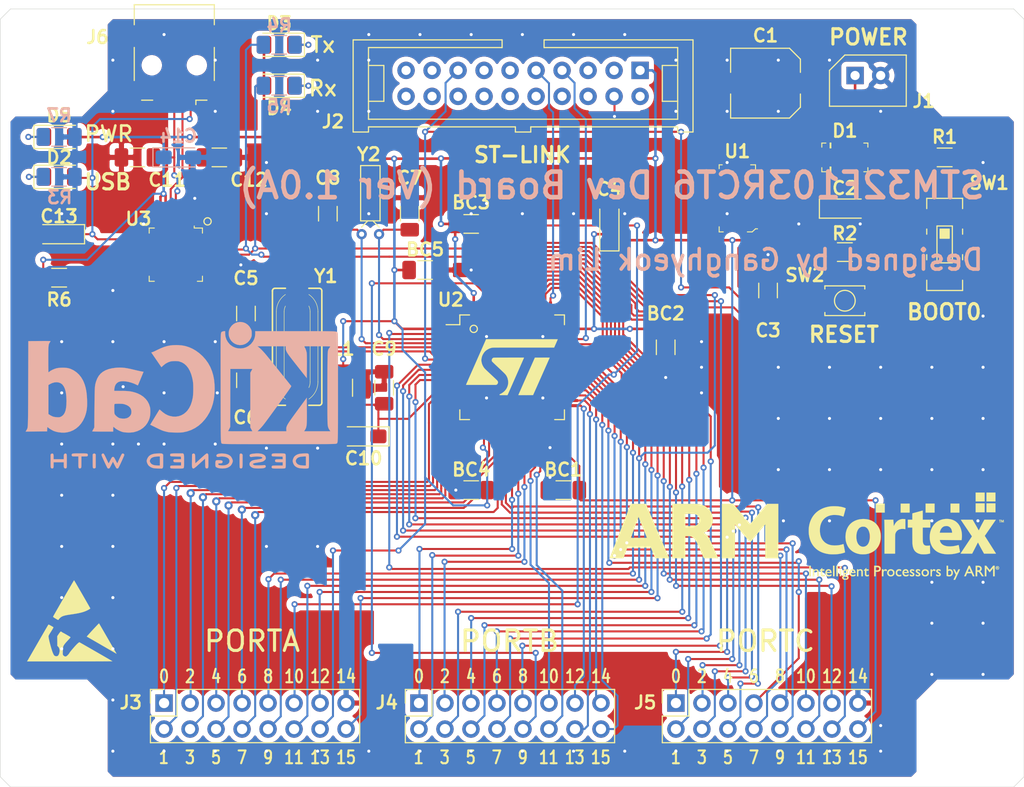
<source format=kicad_pcb>
(kicad_pcb (version 20171130) (host pcbnew "(5.1.7)-1")
  (title_block (title "STM32F103RCT6 Dev Board") (date 2020-11-01) (rev Ver1.0A) (company ArkX) (comment 1 "Designed by Ganghyeok Lim"))
  (layers (0 F.Cu signal) (31 B.Cu signal) (34 B.Paste user) (35 F.Paste user) (36 B.SilkS user) (37 F.SilkS user) (38 B.Mask user) (39 F.Mask user) (44 Edge.Cuts user))
  (net 0 "")
  (net 1 3.3V)
  (net 2 GND)
  (net 3 "Net-(C1-Pad1)")
  (net 4 NRST)
  (net 5 "Net-(C5-Pad1)")
  (net 6 "Net-(C6-Pad1)")
  (net 7 "Net-(C7-Pad1)")
  (net 8 "Net-(C8-Pad1)")
  (net 9 "Net-(C10-Pad1)")
  (net 10 D+)
  (net 11 D-)
  (net 12 VBUS)
  (net 13 "Net-(D1-PadA)")
  (net 14 "Net-(D2-Pad1)")
  (net 15 "Net-(D3-Pad1)")
  (net 16 "Net-(D4-Pad1)")
  (net 17 "Net-(J2-Pad2)")
  (net 18 "Net-(J2-Pad3)")
  (net 19 "Net-(J2-Pad5)")
  (net 20 "Net-(J2-Pad6)")
  (net 21 SWDIO)
  (net 22 "Net-(J2-Pad8)")
  (net 23 SWCLK)
  (net 24 "Net-(J2-Pad10)")
  (net 25 "Net-(J2-Pad11)")
  (net 26 "Net-(J2-Pad12)")
  (net 27 "Net-(J2-Pad13)")
  (net 28 "Net-(J2-Pad14)")
  (net 29 "Net-(J2-Pad16)")
  (net 30 "Net-(J2-Pad17)")
  (net 31 "Net-(J2-Pad18)")
  (net 32 "Net-(J2-Pad19)")
  (net 33 "Net-(J2-Pad20)")
  (net 34 /PA0)
  (net 35 /PA1)
  (net 36 /PA2)
  (net 37 /PA3)
  (net 38 /PA4)
  (net 39 /PA5)
  (net 40 /PA6)
  (net 41 /PA7)
  (net 42 /PA8)
  (net 43 TXD)
  (net 44 RXD)
  (net 45 /PA11)
  (net 46 /PA12)
  (net 47 /PA15)
  (net 48 /PB15)
  (net 49 /PB14)
  (net 50 /PB13)
  (net 51 /PB12)
  (net 52 /PB11)
  (net 53 /PB10)
  (net 54 /PB9)
  (net 55 /PB8)
  (net 56 /PB7)
  (net 57 /PB6)
  (net 58 /PB5)
  (net 59 /PB4)
  (net 60 /PB3)
  (net 61 /PB2)
  (net 62 /PB1)
  (net 63 /PB0)
  (net 64 /PC0)
  (net 65 /PC1)
  (net 66 /PC2)
  (net 67 /PC3)
  (net 68 /PC4)
  (net 69 /PC5)
  (net 70 /PC6)
  (net 71 /PC7)
  (net 72 /PC8)
  (net 73 /PC9)
  (net 74 /PC10)
  (net 75 /PC11)
  (net 76 /PC12)
  (net 77 /PC13)
  (net 78 "Net-(J6-Pad4)")
  (net 79 BOOT0)
  (net 80 "Net-(R6-Pad2)")
  (net 81 "Net-(U2-Pad54)")
  (net 82 "Net-(U3-Pad22)")
  (net 83 "Net-(U3-Pad15)")
  (net 84 "Net-(U3-Pad1)")
  (net 85 "Net-(U3-Pad2)")
  (net 86 "Net-(U3-Pad10)")
  (net 87 "Net-(U3-Pad11)")
  (net 88 "Net-(U3-Pad12)")
  (net 89 "Net-(U3-Pad13)")
  (net 90 "Net-(U3-Pad14)")
  (net 91 "Net-(U3-Pad16)")
  (net 92 "Net-(U3-Pad17)")
  (net 93 "Net-(U3-Pad18)")
  (net 94 "Net-(U3-Pad19)")
  (net 95 "Net-(U3-Pad20)")
  (net 96 "Net-(U3-Pad21)")
  (net 97 "Net-(U3-Pad23)")
  (net 98 "Net-(U3-Pad24)")
  (net 99 "Net-(U3-Pad27)")
  (net 100 "Net-(U3-Pad28)")
  (net 101 "Net-(D5-Pad1)")
  (module Symbol:KiCad-Logo2_12mm_SilkScreen (layer B.Cu) (at 141.75 86.5 180)
    (fp_text reference REF** hide)
    (fp_text value KiCad-Logo2_12mm_SilkScreen hide)
  )
  (module Symbol:ESD-Logo_8.9x8mm_SilkScreen (layer F.Cu) (at 131 109.75)
    (fp_text reference REF** hide)
    (fp_text value ESD-Logo_8.9x8mm_SilkScreen hide)
  )
  (module Logo_libraries:logo_ARM_18.0x18.0 (layer F.Cu) (at 192.5 101)
    (fp_text reference G*** hide)
    (fp_text value LOGO hide)
  )
  (module Logo_libraries:logo_Cortex_Ver2_20.0x9.5 (layer F.Cu) (at 212.5 101.5)
    (fp_text reference G*** hide)
    (fp_text value LOGO hide)
  )
  (module Logo_libraries:logo_ST_2_10.0x5.8 (layer F.Cu) (at 173.76 84.99)
    (fp_text reference G*** hide)
    (fp_text value LOGO hide)
  )
  (module Connector_PinSocket_2.54mm:PinSocket_2x08_P2.54mm_Vertical (layer F.Cu) (at 140 117.8 90)
    (fp_text reference J3 (at 0.05 -3.25 180) (layer F.SilkS) (effects (font (size 1.25 1.25) (thickness 0.25))))
    (fp_text value Conn_02x08_Odd_Even)
    (pad 16 thru_hole oval (at -2.54 17.78 90) (size 1.7 1.7) (drill 1) (layers *.Cu *.Mask) (net 47 /PA15))
    (pad 15 thru_hole oval (at 0 17.78 90) (size 1.7 1.7) (drill 1) (layers *.Cu *.Mask) (net 2 GND))
    (pad 14 thru_hole oval (at -2.54 15.24 90) (size 1.7 1.7) (drill 1) (layers *.Cu *.Mask) (net 1 3.3V))
    (pad 13 thru_hole oval (at 0 15.24 90) (size 1.7 1.7) (drill 1) (layers *.Cu *.Mask) (net 46 /PA12))
    (pad 12 thru_hole oval (at -2.54 12.7 90) (size 1.7 1.7) (drill 1) (layers *.Cu *.Mask) (net 45 /PA11))
    (pad 11 thru_hole oval (at 0 12.7 90) (size 1.7 1.7) (drill 1) (layers *.Cu *.Mask) (net 44 RXD))
    (pad 10 thru_hole oval (at -2.54 10.16 90) (size 1.7 1.7) (drill 1) (layers *.Cu *.Mask) (net 43 TXD))
    (pad 9 thru_hole oval (at 0 10.16 90) (size 1.7 1.7) (drill 1) (layers *.Cu *.Mask) (net 42 /PA8))
    (pad 8 thru_hole oval (at -2.54 7.62 90) (size 1.7 1.7) (drill 1) (layers *.Cu *.Mask) (net 41 /PA7))
    (pad 7 thru_hole oval (at 0 7.62 90) (size 1.7 1.7) (drill 1) (layers *.Cu *.Mask) (net 40 /PA6))
    (pad 6 thru_hole oval (at -2.54 5.08 90) (size 1.7 1.7) (drill 1) (layers *.Cu *.Mask) (net 39 /PA5))
    (pad 5 thru_hole oval (at 0 5.08 90) (size 1.7 1.7) (drill 1) (layers *.Cu *.Mask) (net 38 /PA4))
    (pad 4 thru_hole oval (at -2.54 2.54 90) (size 1.7 1.7) (drill 1) (layers *.Cu *.Mask) (net 37 /PA3))
    (pad 3 thru_hole oval (at 0 2.54 90) (size 1.7 1.7) (drill 1) (layers *.Cu *.Mask) (net 36 /PA2))
    (pad 2 thru_hole oval (at -2.54 0 90) (size 1.7 1.7) (drill 1) (layers *.Cu *.Mask) (net 35 /PA1))
    (pad 1 thru_hole rect (at 0 0 90) (size 1.7 1.7) (drill 1) (layers *.Cu *.Mask) (net 34 /PA0))
  )
  (module Resistor_SMD:R_1206_3216Metric_Pad1.30x1.75mm_HandSolder (layer F.Cu) (at 129.75 76.25)
    (fp_text reference R6 (at 0 2.15) (layer F.SilkS) (effects (font (size 1.25 1.25) (thickness 0.25))))
    (fp_text value 4.7k)
    (pad 1 smd roundrect (at -1.55 0) (size 1.3 1.75) (layers F.Cu F.Paste F.Mask) (roundrect_rratio 0.1923076923076923) (net 1 3.3V))
    (pad 2 smd roundrect (at 1.55 0) (size 1.3 1.75) (layers F.Cu F.Paste F.Mask) (roundrect_rratio 0.1923076923076923) (net 80 "Net-(R6-Pad2)"))
  )
  (module My_Libraries:VFQFN-28-1EP_5x5mm_HandSolder (layer F.Cu) (at 141.15 74 270)
    (fp_text reference U3 (at -3.5 3.65 180) (layer F.SilkS) (effects (font (size 1.25 1.25) (thickness 0.25))))
    (fp_text value CP2102)
    (pad 29 smd rect (at 0 0 270) (size 3.4 3.4) (layers F.Cu F.Paste F.Mask))
    (pad 28 smd rect (at -1.5 -3.2385 270) (size 0.3 2.5) (layers F.Cu F.Paste F.Mask) (net 100 "Net-(U3-Pad28)"))
    (pad 27 smd rect (at -1 -3.2385 270) (size 0.3 2.5) (layers F.Cu F.Paste F.Mask) (net 99 "Net-(U3-Pad27)"))
    (pad 26 smd rect (at -0.5 -3.2385 270) (size 0.3 2.5) (layers F.Cu F.Paste F.Mask) (net 43 TXD))
    (pad 25 smd rect (at 0 -3.2385 270) (size 0.3 2.5) (layers F.Cu F.Paste F.Mask) (net 44 RXD))
    (pad 24 smd rect (at 0.5 -3.2385 270) (size 0.3 2.5) (layers F.Cu F.Paste F.Mask) (net 98 "Net-(U3-Pad24)"))
    (pad 23 smd rect (at 1 -3.2385 270) (size 0.3 2.5) (layers F.Cu F.Paste F.Mask) (net 97 "Net-(U3-Pad23)"))
    (pad 21 smd rect (at 3.2385 -1.5 270) (size 2.5 0.3) (layers F.Cu F.Paste F.Mask) (net 96 "Net-(U3-Pad21)"))
    (pad 20 smd rect (at 3.2385 -1 270) (size 2.5 0.3) (layers F.Cu F.Paste F.Mask) (net 95 "Net-(U3-Pad20)"))
    (pad 19 smd rect (at 3.2385 -0.5 270) (size 2.5 0.3) (layers F.Cu F.Paste F.Mask) (net 94 "Net-(U3-Pad19)"))
    (pad 18 smd rect (at 3.2385 0 270) (size 2.5 0.3) (layers F.Cu F.Paste F.Mask) (net 93 "Net-(U3-Pad18)"))
    (pad 17 smd rect (at 3.2385 0.5 270) (size 2.5 0.3) (layers F.Cu F.Paste F.Mask) (net 92 "Net-(U3-Pad17)"))
    (pad 16 smd rect (at 3.2385 1 270) (size 2.5 0.3) (layers F.Cu F.Paste F.Mask) (net 91 "Net-(U3-Pad16)"))
    (pad 14 smd rect (at 1.5 3.2385 270) (size 0.3 2.5) (layers F.Cu F.Paste F.Mask) (net 90 "Net-(U3-Pad14)"))
    (pad 13 smd rect (at 1 3.2385 270) (size 0.3 2.5) (layers F.Cu F.Paste F.Mask) (net 89 "Net-(U3-Pad13)"))
    (pad 12 smd rect (at 0.5 3.2385 270) (size 0.3 2.5) (layers F.Cu F.Paste F.Mask) (net 88 "Net-(U3-Pad12)"))
    (pad 11 smd rect (at 0 3.2385 270) (size 0.3 2.5) (layers F.Cu F.Paste F.Mask) (net 87 "Net-(U3-Pad11)"))
    (pad 10 smd rect (at -0.5 3.2385 270) (size 0.3 2.5) (layers F.Cu F.Paste F.Mask) (net 86 "Net-(U3-Pad10)"))
    (pad 9 smd rect (at -1 3.2385 270) (size 0.3 2.5) (layers F.Cu F.Paste F.Mask) (net 80 "Net-(R6-Pad2)"))
    (pad 7 smd rect (at -3.2385 1.5 270) (size 2.5 0.3) (layers F.Cu F.Paste F.Mask) (net 1 3.3V))
    (pad 6 smd rect (at -3.2385 1 270) (size 2.5 0.3) (layers F.Cu F.Paste F.Mask) (net 1 3.3V))
    (pad 5 smd rect (at -3.2385 0.5 270) (size 2.5 0.3) (layers F.Cu F.Paste F.Mask) (net 11 D-))
    (pad 4 smd rect (at -3.2385 0 270) (size 2.5 0.3) (layers F.Cu F.Paste F.Mask) (net 10 D+))
    (pad 3 smd rect (at -3.2385 -0.5 270) (size 2.5 0.3) (layers F.Cu F.Paste F.Mask) (net 2 GND))
    (pad 2 smd rect (at -3.2385 -1 270) (size 2.5 0.3) (layers F.Cu F.Paste F.Mask) (net 85 "Net-(U3-Pad2)"))
    (pad 1 smd rect (at -3.2385 -1.5 270) (size 2.5 0.3) (layers F.Cu F.Paste F.Mask) (net 84 "Net-(U3-Pad1)"))
    (pad 8 smd rect (at -1.5 3.2385 270) (size 0.3 2.5) (layers F.Cu F.Paste F.Mask) (net 12 VBUS))
    (pad 15 smd rect (at 3.2385 1.5 270) (size 2.5 0.3) (layers F.Cu F.Paste F.Mask) (net 83 "Net-(U3-Pad15)"))
    (pad 22 smd rect (at 1.5 -3.2385 270) (size 0.3 2.5) (layers F.Cu F.Paste F.Mask) (net 82 "Net-(U3-Pad22)"))
  )
  (module Capacitor_SMD:C_1206_3216Metric_Pad1.33x1.80mm_HandSolder (layer F.Cu) (at 145.4 64.5)
    (fp_text reference C12 (at 2.9 2.2) (layer F.SilkS) (effects (font (size 1.25 1.25) (thickness 0.25))))
    (fp_text value 15pF)
    (pad 1 smd roundrect (at -1.5625 0) (size 1.325 1.8) (layers F.Cu F.Paste F.Mask) (roundrect_rratio 0.1886784905660377) (net 11 D-))
    (pad 2 smd roundrect (at 1.5625 0) (size 1.325 1.8) (layers F.Cu F.Paste F.Mask) (roundrect_rratio 0.1886784905660377) (net 2 GND))
  )
  (module Capacitor_Tantalum_SMD:CP_EIA-3216-18_Kemet-A_Pad1.58x1.35mm_HandSolder (layer B.Cu) (at 141.4 64.5)
    (fp_text reference C14 (at 0 -2.1) (layer B.SilkS) (effects (font (size 1.25 1.25) (thickness 0.25)) (justify mirror)))
    (fp_text value 1uF)
    (pad 1 smd roundrect (at -1.4375 0) (size 1.575 1.35) (layers B.Cu B.Paste B.Mask) (roundrect_rratio 0.1851844444444445) (net 1 3.3V))
    (pad 2 smd roundrect (at 1.4375 0) (size 1.575 1.35) (layers B.Cu B.Paste B.Mask) (roundrect_rratio 0.1851844444444445) (net 2 GND))
  )
  (module Capacitor_SMD:C_1206_3216Metric_Pad1.33x1.80mm_HandSolder (layer F.Cu) (at 137.4 64.5 180)
    (fp_text reference C11 (at -2.9 -2.2) (layer F.SilkS) (effects (font (size 1.25 1.25) (thickness 0.25))))
    (fp_text value 15pF)
    (pad 2 smd roundrect (at 1.5625 0 180) (size 1.325 1.8) (layers F.Cu F.Paste F.Mask) (roundrect_rratio 0.1886784905660377) (net 2 GND))
    (pad 1 smd roundrect (at -1.5625 0 180) (size 1.325 1.8) (layers F.Cu F.Paste F.Mask) (roundrect_rratio 0.1886784905660377) (net 10 D+))
  )
  (module freetronics_footprints:CRYSTAL_HC49_SMD (layer F.Cu) (at 153 83 270)
    (fp_text reference Y1 (at -6.9 -2.8 180) (layer F.SilkS) (effects (font (size 1.25 1.25) (thickness 0.25))))
    (fp_text value 8MHz hide)
    (pad 2 smd rect (at 4.826 0 270) (size 5.334 1.9304) (layers F.Cu F.Paste F.Mask) (net 6 "Net-(C6-Pad1)"))
    (pad 1 smd rect (at -4.826 0 270) (size 5.334 1.9304) (layers F.Cu F.Paste F.Mask) (net 5 "Net-(C5-Pad1)"))
  )
  (module My_Libraries:HIF3F-20PA-2.54DSA_GH (layer F.Cu) (at 186.5 56 180)
    (fp_text reference J2 (at 30 -5) (layer F.SilkS) (effects (font (size 1.25 1.25) (thickness 0.25))))
    (fp_text value Conn_02x10_Odd_Even)
    (pad 20 thru_hole circle (at 22.86 -2.54 180) (size 1.7 1.7) (drill 0.9) (layers *.Cu *.Mask) (net 33 "Net-(J2-Pad20)"))
    (pad 19 thru_hole circle (at 22.86 0 180) (size 1.7 1.7) (drill 0.9) (layers *.Cu *.Mask) (net 32 "Net-(J2-Pad19)"))
    (pad 18 thru_hole circle (at 20.32 -2.54 180) (size 1.7 1.7) (drill 0.9) (layers *.Cu *.Mask) (net 31 "Net-(J2-Pad18)"))
    (pad 17 thru_hole circle (at 20.32 0 180) (size 1.7 1.7) (drill 0.9) (layers *.Cu *.Mask) (net 30 "Net-(J2-Pad17)"))
    (pad 16 thru_hole circle (at 17.78 -2.54 180) (size 1.7 1.7) (drill 0.9) (layers *.Cu *.Mask) (net 29 "Net-(J2-Pad16)"))
    (pad 15 thru_hole circle (at 17.78 0 180) (size 1.7 1.7) (drill 0.9) (layers *.Cu *.Mask) (net 4 NRST))
    (pad 14 thru_hole circle (at 15.24 -2.54 180) (size 1.7 1.7) (drill 0.9) (layers *.Cu *.Mask) (net 28 "Net-(J2-Pad14)"))
    (pad 13 thru_hole circle (at 15.24 0 180) (size 1.7 1.7) (drill 0.9) (layers *.Cu *.Mask) (net 27 "Net-(J2-Pad13)"))
    (pad 12 thru_hole circle (at 12.7 -2.54 180) (size 1.7 1.7) (drill 0.9) (layers *.Cu *.Mask) (net 26 "Net-(J2-Pad12)"))
    (pad 11 thru_hole circle (at 12.7 0 180) (size 1.7 1.7) (drill 0.9) (layers *.Cu *.Mask) (net 25 "Net-(J2-Pad11)"))
    (pad 10 thru_hole circle (at 10.16 -2.54 180) (size 1.7 1.7) (drill 0.9) (layers *.Cu *.Mask) (net 24 "Net-(J2-Pad10)"))
    (pad 9 thru_hole circle (at 10.16 0 180) (size 1.7 1.7) (drill 0.9) (layers *.Cu *.Mask) (net 23 SWCLK))
    (pad 8 thru_hole circle (at 7.62 -2.54 180) (size 1.7 1.7) (drill 0.9) (layers *.Cu *.Mask) (net 22 "Net-(J2-Pad8)"))
    (pad 7 thru_hole circle (at 7.62 0 180) (size 1.7 1.7) (drill 0.9) (layers *.Cu *.Mask) (net 21 SWDIO))
    (pad 6 thru_hole circle (at 5.08 -2.54 180) (size 1.7 1.7) (drill 0.9) (layers *.Cu *.Mask) (net 20 "Net-(J2-Pad6)"))
    (pad 5 thru_hole circle (at 5.08 0 180) (size 1.7 1.7) (drill 0.9) (layers *.Cu *.Mask) (net 19 "Net-(J2-Pad5)"))
    (pad 4 thru_hole circle (at 2.54 -2.54 180) (size 1.7 1.7) (drill 0.9) (layers *.Cu *.Mask) (net 2 GND))
    (pad 3 thru_hole circle (at 2.54 0 180) (size 1.7 1.7) (drill 0.9) (layers *.Cu *.Mask) (net 18 "Net-(J2-Pad3)"))
    (pad 2 thru_hole circle (at 0 -2.54 180) (size 1.7 1.7) (drill 0.9) (layers *.Cu *.Mask) (net 17 "Net-(J2-Pad2)"))
    (pad 1 thru_hole rect (at 0 0 180) (size 1.7 1.7) (drill 0.9) (layers *.Cu *.Mask) (net 1 3.3V))
  )
  (module Resistor_SMD:R_1206_3216Metric_Pad1.30x1.75mm_HandSolder (layer B.Cu) (at 129.75 62.5)
    (fp_text reference R7 (at 0 -2.1) (layer B.SilkS) (effects (font (size 1.25 1.25) (thickness 0.25)) (justify mirror)))
    (fp_text value 150)
    (pad 2 smd roundrect (at 1.55 0) (size 1.3 1.75) (layers B.Cu B.Paste B.Mask) (roundrect_rratio 0.1923076923076923) (net 2 GND))
    (pad 1 smd roundrect (at -1.55 0) (size 1.3 1.75) (layers B.Cu B.Paste B.Mask) (roundrect_rratio 0.1923076923076923) (net 101 "Net-(D5-Pad1)"))
  )
  (module LED_SMD:LED_1206_3216Metric_Pad1.42x1.75mm_HandSolder (layer F.Cu) (at 129.75 62.5)
    (fp_text reference D5 (at 0 -2.1) (layer F.SilkS) (effects (font (size 1.25 1.25) (thickness 0.25))))
    (fp_text value LED)
    (pad 1 smd roundrect (at -1.4875 0) (size 1.425 1.75) (layers F.Cu F.Paste F.Mask) (roundrect_rratio 0.1754385964912281) (net 101 "Net-(D5-Pad1)"))
    (pad 2 smd roundrect (at 1.4875 0) (size 1.425 1.75) (layers F.Cu F.Paste F.Mask) (roundrect_rratio 0.1754385964912281) (net 1 3.3V))
  )
  (module LED_SMD:LED_1206_3216Metric_Pad1.42x1.75mm_HandSolder (layer F.Cu) (at 151.25 53.5 180)
    (fp_text reference D3 (at 0 2.1) (layer F.SilkS) (effects (font (size 1.25 1.25) (thickness 0.25))))
    (fp_text value LED)
    (pad 2 smd roundrect (at 1.4875 0 180) (size 1.425 1.75) (layers F.Cu F.Paste F.Mask) (roundrect_rratio 0.1754385964912281) (net 1 3.3V))
    (pad 1 smd roundrect (at -1.4875 0 180) (size 1.425 1.75) (layers F.Cu F.Paste F.Mask) (roundrect_rratio 0.1754385964912281) (net 15 "Net-(D3-Pad1)"))
  )
  (module Resistor_SMD:R_1206_3216Metric_Pad1.30x1.75mm_HandSolder (layer B.Cu) (at 151.25 53.5 180)
    (fp_text reference R4 (at 0 1.9) (layer B.SilkS) (effects (font (size 1.25 1.25) (thickness 0.25)) (justify mirror)))
    (fp_text value 150)
    (pad 1 smd roundrect (at -1.55 0 180) (size 1.3 1.75) (layers B.Cu B.Paste B.Mask) (roundrect_rratio 0.1923076923076923) (net 15 "Net-(D3-Pad1)"))
    (pad 2 smd roundrect (at 1.55 0 180) (size 1.3 1.75) (layers B.Cu B.Paste B.Mask) (roundrect_rratio 0.1923076923076923) (net 43 TXD))
  )
  (module LED_SMD:LED_1206_3216Metric_Pad1.42x1.75mm_HandSolder (layer F.Cu) (at 151.25 57.5 180)
    (fp_text reference D4 (at 0 -2.2) (layer F.SilkS) (effects (font (size 1.25 1.25) (thickness 0.25))))
    (fp_text value LED)
    (pad 1 smd roundrect (at -1.4875 0 180) (size 1.425 1.75) (layers F.Cu F.Paste F.Mask) (roundrect_rratio 0.1754385964912281) (net 16 "Net-(D4-Pad1)"))
    (pad 2 smd roundrect (at 1.4875 0 180) (size 1.425 1.75) (layers F.Cu F.Paste F.Mask) (roundrect_rratio 0.1754385964912281) (net 1 3.3V))
  )
  (module Resistor_SMD:R_1206_3216Metric_Pad1.30x1.75mm_HandSolder (layer B.Cu) (at 151.25 57.5 180)
    (fp_text reference R5 (at 0 -2) (layer B.SilkS) (effects (font (size 1.25 1.25) (thickness 0.25)) (justify mirror)))
    (fp_text value 150)
    (pad 1 smd roundrect (at -1.55 0 180) (size 1.3 1.75) (layers B.Cu B.Paste B.Mask) (roundrect_rratio 0.1923076923076923) (net 16 "Net-(D4-Pad1)"))
    (pad 2 smd roundrect (at 1.55 0 180) (size 1.3 1.75) (layers B.Cu B.Paste B.Mask) (roundrect_rratio 0.1923076923076923) (net 44 RXD))
  )
  (module Connector_PinSocket_2.54mm:PinSocket_2x08_P2.54mm_Vertical (layer F.Cu) (at 164.9 117.8 90)
    (fp_text reference J4 (at 0.05 -3.15 180) (layer F.SilkS) (effects (font (size 1.25 1.25) (thickness 0.25))))
    (fp_text value Conn_02x08_Odd_Even)
    (pad 16 thru_hole oval (at -2.54 17.78 90) (size 1.7 1.7) (drill 1) (layers *.Cu *.Mask) (net 48 /PB15))
    (pad 15 thru_hole oval (at 0 17.78 90) (size 1.7 1.7) (drill 1) (layers *.Cu *.Mask) (net 49 /PB14))
    (pad 14 thru_hole oval (at -2.54 15.24 90) (size 1.7 1.7) (drill 1) (layers *.Cu *.Mask) (net 50 /PB13))
    (pad 13 thru_hole oval (at 0 15.24 90) (size 1.7 1.7) (drill 1) (layers *.Cu *.Mask) (net 51 /PB12))
    (pad 12 thru_hole oval (at -2.54 12.7 90) (size 1.7 1.7) (drill 1) (layers *.Cu *.Mask) (net 52 /PB11))
    (pad 11 thru_hole oval (at 0 12.7 90) (size 1.7 1.7) (drill 1) (layers *.Cu *.Mask) (net 53 /PB10))
    (pad 10 thru_hole oval (at -2.54 10.16 90) (size 1.7 1.7) (drill 1) (layers *.Cu *.Mask) (net 54 /PB9))
    (pad 9 thru_hole oval (at 0 10.16 90) (size 1.7 1.7) (drill 1) (layers *.Cu *.Mask) (net 55 /PB8))
    (pad 8 thru_hole oval (at -2.54 7.62 90) (size 1.7 1.7) (drill 1) (layers *.Cu *.Mask) (net 56 /PB7))
    (pad 7 thru_hole oval (at 0 7.62 90) (size 1.7 1.7) (drill 1) (layers *.Cu *.Mask) (net 57 /PB6))
    (pad 6 thru_hole oval (at -2.54 5.08 90) (size 1.7 1.7) (drill 1) (layers *.Cu *.Mask) (net 58 /PB5))
    (pad 5 thru_hole oval (at 0 5.08 90) (size 1.7 1.7) (drill 1) (layers *.Cu *.Mask) (net 59 /PB4))
    (pad 4 thru_hole oval (at -2.54 2.54 90) (size 1.7 1.7) (drill 1) (layers *.Cu *.Mask) (net 60 /PB3))
    (pad 3 thru_hole oval (at 0 2.54 90) (size 1.7 1.7) (drill 1) (layers *.Cu *.Mask) (net 61 /PB2))
    (pad 2 thru_hole oval (at -2.54 0 90) (size 1.7 1.7) (drill 1) (layers *.Cu *.Mask) (net 62 /PB1))
    (pad 1 thru_hole rect (at 0 0 90) (size 1.7 1.7) (drill 1) (layers *.Cu *.Mask) (net 63 /PB0))
  )
  (module Connector_PinSocket_2.54mm:PinSocket_2x08_P2.54mm_Vertical (layer F.Cu) (at 190 117.8 90)
    (fp_text reference J5 (at 0.05 -3 180) (layer F.SilkS) (effects (font (size 1.25 1.25) (thickness 0.25))))
    (fp_text value Conn_02x08_Odd_Even)
    (pad 1 thru_hole rect (at 0 0 90) (size 1.7 1.7) (drill 1) (layers *.Cu *.Mask) (net 64 /PC0))
    (pad 2 thru_hole oval (at -2.54 0 90) (size 1.7 1.7) (drill 1) (layers *.Cu *.Mask) (net 65 /PC1))
    (pad 3 thru_hole oval (at 0 2.54 90) (size 1.7 1.7) (drill 1) (layers *.Cu *.Mask) (net 66 /PC2))
    (pad 4 thru_hole oval (at -2.54 2.54 90) (size 1.7 1.7) (drill 1) (layers *.Cu *.Mask) (net 67 /PC3))
    (pad 5 thru_hole oval (at 0 5.08 90) (size 1.7 1.7) (drill 1) (layers *.Cu *.Mask) (net 68 /PC4))
    (pad 6 thru_hole oval (at -2.54 5.08 90) (size 1.7 1.7) (drill 1) (layers *.Cu *.Mask) (net 69 /PC5))
    (pad 7 thru_hole oval (at 0 7.62 90) (size 1.7 1.7) (drill 1) (layers *.Cu *.Mask) (net 70 /PC6))
    (pad 8 thru_hole oval (at -2.54 7.62 90) (size 1.7 1.7) (drill 1) (layers *.Cu *.Mask) (net 71 /PC7))
    (pad 9 thru_hole oval (at 0 10.16 90) (size 1.7 1.7) (drill 1) (layers *.Cu *.Mask) (net 72 /PC8))
    (pad 10 thru_hole oval (at -2.54 10.16 90) (size 1.7 1.7) (drill 1) (layers *.Cu *.Mask) (net 73 /PC9))
    (pad 11 thru_hole oval (at 0 12.7 90) (size 1.7 1.7) (drill 1) (layers *.Cu *.Mask) (net 74 /PC10))
    (pad 12 thru_hole oval (at -2.54 12.7 90) (size 1.7 1.7) (drill 1) (layers *.Cu *.Mask) (net 75 /PC11))
    (pad 13 thru_hole oval (at 0 15.24 90) (size 1.7 1.7) (drill 1) (layers *.Cu *.Mask) (net 76 /PC12))
    (pad 14 thru_hole oval (at -2.54 15.24 90) (size 1.7 1.7) (drill 1) (layers *.Cu *.Mask) (net 77 /PC13))
    (pad 15 thru_hole oval (at 0 17.78 90) (size 1.7 1.7) (drill 1) (layers *.Cu *.Mask) (net 2 GND))
    (pad 16 thru_hole oval (at -2.54 17.78 90) (size 1.7 1.7) (drill 1) (layers *.Cu *.Mask) (net 1 3.3V))
  )
  (module Capacitor_SMD:C_1206_3216Metric_Pad1.33x1.80mm_HandSolder (layer F.Cu) (at 199 77.5 90)
    (fp_text reference C3 (at -3.9 0 180) (layer F.SilkS) (effects (font (size 1.25 1.25) (thickness 0.25))))
    (fp_text value 100nF)
    (pad 2 smd roundrect (at 1.5625 0 90) (size 1.325 1.8) (layers F.Cu F.Paste F.Mask) (roundrect_rratio 0.1886784905660377) (net 2 GND))
    (pad 1 smd roundrect (at -1.5625 0 90) (size 1.325 1.8) (layers F.Cu F.Paste F.Mask) (roundrect_rratio 0.1886784905660377) (net 4 NRST))
  )
  (module MountingHole:MountingHole_3.2mm_M3 (layer F.Cu) (at 129.75 120)
    (fp_text reference REF** hide)
    (fp_text value MountingHole_3.2mm_M3)
    (pad 1 np_thru_hole circle (at 0 0) (size 3.2 3.2) (drill 3.2) (layers *.Cu *.Mask))
  )
  (module MountingHole:MountingHole_3.2mm_M3 (layer F.Cu) (at 129.75 56)
    (fp_text reference REF** hide)
    (fp_text value MountingHole_3.2mm_M3)
    (pad 1 np_thru_hole circle (at 0 0) (size 3.2 3.2) (drill 3.2) (layers *.Cu *.Mask))
  )
  (module MountingHole:MountingHole_3.2mm_M3 (layer F.Cu) (at 218 56)
    (fp_text reference REF** hide)
    (fp_text value MountingHole_3.2mm_M3)
    (pad 1 np_thru_hole circle (at 0 0) (size 3.2 3.2) (drill 3.2) (layers *.Cu *.Mask))
  )
  (module MountingHole:MountingHole_3.2mm_M3 (layer F.Cu) (at 218 120)
    (fp_text reference REF** hide)
    (fp_text value MountingHole_3.2mm_M3)
    (pad 1 np_thru_hole circle (at 0 0) (size 3.2 3.2) (drill 3.2) (layers *.Cu *.Mask))
  )
  (module Capacitor_SMD:C_1206_3216Metric_Pad1.33x1.80mm_HandSolder (layer F.Cu) (at 179 97 180)
    (fp_text reference BC1 (at 0 2) (layer F.SilkS) (effects (font (size 1.25 1.25) (thickness 0.25))))
    (fp_text value 100nF)
    (pad 2 smd roundrect (at 1.5625 0 180) (size 1.325 1.8) (layers F.Cu F.Paste F.Mask) (roundrect_rratio 0.1886784905660377) (net 2 GND))
    (pad 1 smd roundrect (at -1.5625 0 180) (size 1.325 1.8) (layers F.Cu F.Paste F.Mask) (roundrect_rratio 0.1886784905660377) (net 1 3.3V))
  )
  (module Capacitor_SMD:C_1206_3216Metric_Pad1.33x1.80mm_HandSolder (layer F.Cu) (at 189 83.05 270)
    (fp_text reference BC2 (at -3.3 0 180) (layer F.SilkS) (effects (font (size 1.25 1.25) (thickness 0.25))))
    (fp_text value 100nF)
    (pad 1 smd roundrect (at -1.5625 0 270) (size 1.325 1.8) (layers F.Cu F.Paste F.Mask) (roundrect_rratio 0.1886784905660377) (net 1 3.3V))
    (pad 2 smd roundrect (at 1.5625 0 270) (size 1.325 1.8) (layers F.Cu F.Paste F.Mask) (roundrect_rratio 0.1886784905660377) (net 2 GND))
  )
  (module Capacitor_SMD:C_1206_3216Metric_Pad1.33x1.80mm_HandSolder (layer F.Cu) (at 170 71)
    (fp_text reference BC3 (at 0 -2.1) (layer F.SilkS) (effects (font (size 1.25 1.25) (thickness 0.25))))
    (fp_text value 100nF)
    (pad 2 smd roundrect (at 1.5625 0) (size 1.325 1.8) (layers F.Cu F.Paste F.Mask) (roundrect_rratio 0.1886784905660377) (net 2 GND))
    (pad 1 smd roundrect (at -1.5625 0) (size 1.325 1.8) (layers F.Cu F.Paste F.Mask) (roundrect_rratio 0.1886784905660377) (net 1 3.3V))
  )
  (module Capacitor_SMD:C_1206_3216Metric_Pad1.33x1.80mm_HandSolder (layer F.Cu) (at 170 97 180)
    (fp_text reference BC4 (at 0 2) (layer F.SilkS) (effects (font (size 1.25 1.25) (thickness 0.25))))
    (fp_text value 100nF)
    (pad 2 smd roundrect (at 1.5625 0 180) (size 1.325 1.8) (layers F.Cu F.Paste F.Mask) (roundrect_rratio 0.1886784905660377) (net 2 GND))
    (pad 1 smd roundrect (at -1.5625 0 180) (size 1.325 1.8) (layers F.Cu F.Paste F.Mask) (roundrect_rratio 0.1886784905660377) (net 1 3.3V))
  )
  (module Capacitor_SMD:C_1206_3216Metric_Pad1.33x1.80mm_HandSolder (layer F.Cu) (at 165.5 75.5)
    (fp_text reference BC5 (at 0 -2 180) (layer F.SilkS) (effects (font (size 1.25 1.25) (thickness 0.25))))
    (fp_text value 100nF)
    (pad 1 smd roundrect (at -1.5625 0) (size 1.325 1.8) (layers F.Cu F.Paste F.Mask) (roundrect_rratio 0.1886784905660377) (net 1 3.3V))
    (pad 2 smd roundrect (at 1.5625 0) (size 1.325 1.8) (layers F.Cu F.Paste F.Mask) (roundrect_rratio 0.1886784905660377) (net 2 GND))
  )
  (module Capacitor_SMD:C_Elec_6.3x5.4 (layer F.Cu) (at 198.75 57.25 180)
    (fp_text reference C1 (at 0 4.65) (layer F.SilkS) (effects (font (size 1.25 1.25) (thickness 0.25))))
    (fp_text value 100uF/16V)
    (pad 1 smd roundrect (at -2.5375 0 180) (size 3.325 1.6) (layers F.Cu F.Paste F.Mask) (roundrect_rratio 0.15625) (net 3 "Net-(C1-Pad1)"))
    (pad 2 smd roundrect (at 2.5375 0 180) (size 3.325 1.6) (layers F.Cu F.Paste F.Mask) (roundrect_rratio 0.15625) (net 2 GND))
  )
  (module Capacitor_Tantalum_SMD:CP_EIA-3216-18_Kemet-A_Pad1.58x1.35mm_HandSolder (layer F.Cu) (at 206.5 69.5)
    (fp_text reference C2 (at 0 -2) (layer F.SilkS) (effects (font (size 1.25 1.25) (thickness 0.25))))
    (fp_text value 10uF)
    (pad 1 smd roundrect (at -1.4375 0) (size 1.575 1.35) (layers F.Cu F.Paste F.Mask) (roundrect_rratio 0.1851844444444445) (net 1 3.3V))
    (pad 2 smd roundrect (at 1.4375 0) (size 1.575 1.35) (layers F.Cu F.Paste F.Mask) (roundrect_rratio 0.1851844444444445) (net 2 GND))
  )
  (module Capacitor_Tantalum_SMD:CP_EIA-3216-18_Kemet-A_Pad1.58x1.35mm_HandSolder (layer F.Cu) (at 183.5 71.15 90)
    (fp_text reference C4 (at 3.55 0 180) (layer F.SilkS) (effects (font (size 1.25 1.25) (thickness 0.25))))
    (fp_text value 10uF)
    (pad 2 smd roundrect (at 1.4375 0 90) (size 1.575 1.35) (layers F.Cu F.Paste F.Mask) (roundrect_rratio 0.1851844444444445) (net 2 GND))
    (pad 1 smd roundrect (at -1.4375 0 90) (size 1.575 1.35) (layers F.Cu F.Paste F.Mask) (roundrect_rratio 0.1851844444444445) (net 1 3.3V))
  )
  (module Capacitor_SMD:C_1206_3216Metric_Pad1.33x1.80mm_HandSolder (layer F.Cu) (at 148 79.75 270)
    (fp_text reference C5 (at -3.45 0 180) (layer F.SilkS) (effects (font (size 1.25 1.25) (thickness 0.25))))
    (fp_text value 20pF)
    (pad 1 smd roundrect (at -1.5625 0 270) (size 1.325 1.8) (layers F.Cu F.Paste F.Mask) (roundrect_rratio 0.1886784905660377) (net 5 "Net-(C5-Pad1)"))
    (pad 2 smd roundrect (at 1.5625 0 270) (size 1.325 1.8) (layers F.Cu F.Paste F.Mask) (roundrect_rratio 0.1886784905660377) (net 2 GND))
  )
  (module Capacitor_SMD:C_1206_3216Metric_Pad1.33x1.80mm_HandSolder (layer F.Cu) (at 148 86.27 90)
    (fp_text reference C6 (at -3.63 0 180) (layer F.SilkS) (effects (font (size 1.25 1.25) (thickness 0.25))))
    (fp_text value 20pF)
    (pad 2 smd roundrect (at 1.5625 0 90) (size 1.325 1.8) (layers F.Cu F.Paste F.Mask) (roundrect_rratio 0.1886784905660377) (net 2 GND))
    (pad 1 smd roundrect (at -1.5625 0 90) (size 1.325 1.8) (layers F.Cu F.Paste F.Mask) (roundrect_rratio 0.1886784905660377) (net 6 "Net-(C6-Pad1)"))
  )
  (module Capacitor_SMD:C_1206_3216Metric_Pad1.33x1.80mm_HandSolder (layer F.Cu) (at 164 70 90)
    (fp_text reference C7 (at 3.5 0 180) (layer F.SilkS) (effects (font (size 1.25 1.25) (thickness 0.25))))
    (fp_text value 6.8pF)
    (pad 2 smd roundrect (at 1.5625 0 90) (size 1.325 1.8) (layers F.Cu F.Paste F.Mask) (roundrect_rratio 0.1886784905660377) (net 2 GND))
    (pad 1 smd roundrect (at -1.5625 0 90) (size 1.325 1.8) (layers F.Cu F.Paste F.Mask) (roundrect_rratio 0.1886784905660377) (net 7 "Net-(C7-Pad1)"))
  )
  (module Capacitor_SMD:C_1206_3216Metric_Pad1.33x1.80mm_HandSolder (layer F.Cu) (at 156 70 90)
    (fp_text reference C8 (at 3.5 0 180) (layer F.SilkS) (effects (font (size 1.25 1.25) (thickness 0.25))))
    (fp_text value 6.8pF)
    (pad 1 smd roundrect (at -1.5625 0 90) (size 1.325 1.8) (layers F.Cu F.Paste F.Mask) (roundrect_rratio 0.1886784905660377) (net 8 "Net-(C8-Pad1)"))
    (pad 2 smd roundrect (at 1.5625 0 90) (size 1.325 1.8) (layers F.Cu F.Paste F.Mask) (roundrect_rratio 0.1886784905660377) (net 2 GND))
  )
  (module Capacitor_SMD:C_1206_3216Metric_Pad1.33x1.80mm_HandSolder (layer F.Cu) (at 161.5 87 90)
    (fp_text reference C9 (at 3.8 0 180) (layer F.SilkS) (effects (font (size 1.25 1.25) (thickness 0.25))))
    (fp_text value 100nF)
    (pad 2 smd roundrect (at 1.5625 0 90) (size 1.325 1.8) (layers F.Cu F.Paste F.Mask) (roundrect_rratio 0.1886784905660377) (net 2 GND))
    (pad 1 smd roundrect (at -1.5625 0 90) (size 1.325 1.8) (layers F.Cu F.Paste F.Mask) (roundrect_rratio 0.1886784905660377) (net 9 "Net-(C10-Pad1)"))
  )
  (module Capacitor_Tantalum_SMD:CP_EIA-3216-18_Kemet-A_Pad1.58x1.35mm_HandSolder (layer F.Cu) (at 159.5 91.75 180)
    (fp_text reference C10 (at 0 -2.15) (layer F.SilkS) (effects (font (size 1.25 1.25) (thickness 0.25))))
    (fp_text value 1uF)
    (pad 1 smd roundrect (at -1.4375 0 180) (size 1.575 1.35) (layers F.Cu F.Paste F.Mask) (roundrect_rratio 0.1851844444444445) (net 9 "Net-(C10-Pad1)"))
    (pad 2 smd roundrect (at 1.4375 0 180) (size 1.575 1.35) (layers F.Cu F.Paste F.Mask) (roundrect_rratio 0.1851844444444445) (net 2 GND))
  )
  (module Capacitor_Tantalum_SMD:CP_EIA-3216-18_Kemet-A_Pad1.58x1.35mm_HandSolder (layer F.Cu) (at 129.75 72 180)
    (fp_text reference C13 (at 0 1.75) (layer F.SilkS) (effects (font (size 1.25 1.25) (thickness 0.25))))
    (fp_text value 1uF)
    (pad 2 smd roundrect (at 1.4375 0 180) (size 1.575 1.35) (layers F.Cu F.Paste F.Mask) (roundrect_rratio 0.1851844444444445) (net 2 GND))
    (pad 1 smd roundrect (at -1.4375 0 180) (size 1.575 1.35) (layers F.Cu F.Paste F.Mask) (roundrect_rratio 0.1851844444444445) (net 12 VBUS))
  )
  (module digikey-footprints:DO-214AC (layer F.Cu) (at 206.5 64.5)
    (fp_text reference D1 (at 0 -2.6) (layer F.SilkS) (effects (font (size 1.25 1.25) (thickness 0.25))))
    (fp_text value SS14)
    (pad A smd rect (at 2 0) (size 2.5 1.7) (layers F.Cu F.Paste F.Mask) (net 13 "Net-(D1-PadA)"))
    (pad K smd rect (at -2 0) (size 2.5 1.7) (layers F.Cu F.Paste F.Mask) (net 3 "Net-(C1-Pad1)"))
  )
  (module LED_SMD:LED_1206_3216Metric_Pad1.42x1.75mm_HandSolder (layer F.Cu) (at 129.75 66.4)
    (fp_text reference D2 (at 0 -1.9) (layer F.SilkS) (effects (font (size 1.25 1.25) (thickness 0.25))))
    (fp_text value LED)
    (pad 1 smd roundrect (at -1.4875 0) (size 1.425 1.75) (layers F.Cu F.Paste F.Mask) (roundrect_rratio 0.1754385964912281) (net 14 "Net-(D2-Pad1)"))
    (pad 2 smd roundrect (at 1.4875 0) (size 1.425 1.75) (layers F.Cu F.Paste F.Mask) (roundrect_rratio 0.1754385964912281) (net 12 VBUS))
  )
  (module My_Libraries:CON_2P_GH (layer F.Cu) (at 207.5 56.5)
    (fp_text reference J1 (at 6.7 2.5) (layer F.SilkS) (effects (font (size 1.25 1.25) (thickness 0.25))))
    (fp_text value Conn_01x02)
    (pad 2 thru_hole circle (at 2.5 0) (size 1.7 1.7) (drill 0.9) (layers *.Cu *.Mask) (net 2 GND))
    (pad 1 thru_hole rect (at 0 0) (size 1.7 1.7) (drill 0.9) (layers *.Cu *.Mask) (net 13 "Net-(D1-PadA)"))
  )
  (module Connector_USB:USB_Mini-B_Lumberg_2486_01_Horizontal (layer F.Cu) (at 141 55.5 180)
    (fp_text reference J6 (at 7.5 2.75) (layer F.SilkS) (effects (font (size 1.25 1.25) (thickness 0.25))))
    (fp_text value USB_B_Mini)
    (pad 1 smd rect (at -1.6 -2.7 180) (size 0.5 2) (layers F.Cu F.Paste F.Mask) (net 12 VBUS))
    (pad 2 smd rect (at -0.8 -2.7 180) (size 0.5 2) (layers F.Cu F.Paste F.Mask) (net 11 D-))
    (pad 3 smd rect (at 0 -2.7 180) (size 0.5 2) (layers F.Cu F.Paste F.Mask) (net 10 D+))
    (pad 4 smd rect (at 0.8 -2.7 180) (size 0.5 2) (layers F.Cu F.Paste F.Mask) (net 78 "Net-(J6-Pad4)"))
    (pad 5 smd rect (at 1.6 -2.7 180) (size 0.5 2) (layers F.Cu F.Paste F.Mask) (net 2 GND))
    (pad 6 smd rect (at -4.45 -2.6 180) (size 2 1.7) (layers F.Cu F.Paste F.Mask) (net 2 GND))
    (pad 6 smd rect (at -4.45 2.85 180) (size 2 1.7) (layers F.Cu F.Paste F.Mask) (net 2 GND))
    (pad 6 smd rect (at 4.45 -2.6 180) (size 2 1.7) (layers F.Cu F.Paste F.Mask) (net 2 GND))
    (pad 6 smd rect (at 4.45 2.85 180) (size 2 1.7) (layers F.Cu F.Paste F.Mask) (net 2 GND))
    (pad "" np_thru_hole circle (at -2.2 0 180) (size 1 1) (drill 1) (layers *.Cu *.Mask))
    (pad "" np_thru_hole circle (at 2.2 0 180) (size 1 1) (drill 1) (layers *.Cu *.Mask))
  )
  (module Inductor_SMD:L_1206_3216Metric_Pad1.22x1.90mm_HandSolder (layer F.Cu) (at 157.5 87 90)
    (fp_text reference L1 (at 3.8 0 180) (layer F.SilkS) (effects (font (size 1.25 1.25) (thickness 0.25))))
    (fp_text value 10uH)
    (pad 1 smd roundrect (at -1.6625 0 90) (size 1.225 1.9) (layers F.Cu F.Paste F.Mask) (roundrect_rratio 0.2040816326530612) (net 9 "Net-(C10-Pad1)"))
    (pad 2 smd roundrect (at 1.6625 0 90) (size 1.225 1.9) (layers F.Cu F.Paste F.Mask) (roundrect_rratio 0.2040816326530612) (net 1 3.3V))
  )
  (module Resistor_SMD:R_1206_3216Metric_Pad1.30x1.75mm_HandSolder (layer F.Cu) (at 216.25 64.5)
    (fp_text reference R1 (at 0 -2) (layer F.SilkS) (effects (font (size 1.25 1.25) (thickness 0.25))))
    (fp_text value 10k)
    (pad 2 smd roundrect (at 1.55 0) (size 1.3 1.75) (layers F.Cu F.Paste F.Mask) (roundrect_rratio 0.1923076923076923) (net 79 BOOT0))
    (pad 1 smd roundrect (at -1.55 0) (size 1.3 1.75) (layers F.Cu F.Paste F.Mask) (roundrect_rratio 0.1923076923076923) (net 1 3.3V))
  )
  (module Resistor_SMD:R_1206_3216Metric_Pad1.30x1.75mm_HandSolder (layer F.Cu) (at 206.5 73.75)
    (fp_text reference R2 (at 0 -1.82) (layer F.SilkS) (effects (font (size 1.25 1.25) (thickness 0.25))))
    (fp_text value 100k)
    (pad 1 smd roundrect (at -1.55 0) (size 1.3 1.75) (layers F.Cu F.Paste F.Mask) (roundrect_rratio 0.1923076923076923) (net 1 3.3V))
    (pad 2 smd roundrect (at 1.55 0) (size 1.3 1.75) (layers F.Cu F.Paste F.Mask) (roundrect_rratio 0.1923076923076923) (net 4 NRST))
  )
  (module Resistor_SMD:R_1206_3216Metric_Pad1.30x1.75mm_HandSolder (layer B.Cu) (at 129.75 66.4 180)
    (fp_text reference R3 (at -0.05 -2 180) (layer B.SilkS) (effects (font (size 1.25 1.25) (thickness 0.25)) (justify mirror)))
    (fp_text value 330)
    (pad 2 smd roundrect (at 1.55 0 180) (size 1.3 1.75) (layers B.Cu B.Paste B.Mask) (roundrect_rratio 0.1923076923076923) (net 14 "Net-(D2-Pad1)"))
    (pad 1 smd roundrect (at -1.55 0 180) (size 1.3 1.75) (layers B.Cu B.Paste B.Mask) (roundrect_rratio 0.1923076923076923) (net 2 GND))
  )
  (module My_Libraries:SW_Slide_6P_SMD_GH (layer F.Cu) (at 213.5 70.5 270)
    (fp_text reference SW1 (at -3.5 -7.1 180) (layer F.SilkS) (effects (font (size 1.25 1.25) (thickness 0.25))))
    (fp_text value SW_Slide_2P_SMD_GH)
    (pad 6 smd rect (at 0 -5.5 270) (size 1.2 2.5) (layers F.Cu F.Paste F.Mask))
    (pad 5 smd rect (at 2.5 -5.5 270) (size 1.2 2.5) (layers F.Cu F.Paste F.Mask))
    (pad 4 smd rect (at 5 -5.5 270) (size 1.2 2.5) (layers F.Cu F.Paste F.Mask))
    (pad 3 smd rect (at 5 0 270) (size 1.2 2.5) (layers F.Cu F.Paste F.Mask))
    (pad 2 smd rect (at 2.5 0 270) (size 1.2 2.5) (layers F.Cu F.Paste F.Mask) (net 2 GND))
    (pad 1 smd rect (at 0 0 270) (size 1.2 2.5) (layers F.Cu F.Paste F.Mask) (net 79 BOOT0))
  )
  (module My_Libraries:SW_TACT_SMD_W3.9mm_L2.9mm_H2mm_GH (layer F.Cu) (at 206.5 78.5)
    (fp_text reference SW2 (at -3.9 -2.5) (layer F.SilkS) (effects (font (size 1.25 1.25) (thickness 0.25))))
    (fp_text value SW_Push)
    (pad 1 smd rect (at -2.4 0) (size 2 2) (layers F.Cu F.Paste F.Mask) (net 4 NRST))
    (pad 2 smd rect (at 2.4 0) (size 2 2) (layers F.Cu F.Paste F.Mask) (net 2 GND))
  )
  (module digikey-footprints:SOT-223 (layer F.Cu) (at 196 68.5 90)
    (fp_text reference U1 (at 4.6 0 180) (layer F.SilkS) (effects (font (size 1.25 1.25) (thickness 0.25))))
    (fp_text value LM1117-3.3)
    (pad 4 smd rect (at 0 -3.15 90) (size 3.8 2.2) (layers F.Cu F.Paste F.Mask))
    (pad 1 smd rect (at -2.3 3.15 90) (size 1.5 2.2) (layers F.Cu F.Paste F.Mask) (net 2 GND))
    (pad 2 smd rect (at 0 3.15 90) (size 1.5 2.2) (layers F.Cu F.Paste F.Mask) (net 1 3.3V))
    (pad 3 smd rect (at 2.3 3.15 90) (size 1.5 2.2) (layers F.Cu F.Paste F.Mask) (net 3 "Net-(C1-Pad1)"))
  )
  (module Package_QFP:LQFP-64_10x10mm_P0.5mm (layer F.Cu) (at 174 85)
    (fp_text reference U2 (at -6 -6.6) (layer F.SilkS) (effects (font (size 1.25 1.25) (thickness 0.25))))
    (fp_text value STM32F103RCTx)
    (pad 1 smd roundrect (at -5.675 -3.75) (size 1.55 0.3) (layers F.Cu F.Paste F.Mask) (net 1 3.3V))
    (pad 2 smd roundrect (at -5.675 -3.25) (size 1.55 0.3) (layers F.Cu F.Paste F.Mask) (net 77 /PC13))
    (pad 3 smd roundrect (at -5.675 -2.75) (size 1.55 0.3) (layers F.Cu F.Paste F.Mask) (net 7 "Net-(C7-Pad1)"))
    (pad 4 smd roundrect (at -5.675 -2.25) (size 1.55 0.3) (layers F.Cu F.Paste F.Mask) (net 8 "Net-(C8-Pad1)"))
    (pad 5 smd roundrect (at -5.675 -1.75) (size 1.55 0.3) (layers F.Cu F.Paste F.Mask) (net 5 "Net-(C5-Pad1)"))
    (pad 6 smd roundrect (at -5.675 -1.25) (size 1.55 0.3) (layers F.Cu F.Paste F.Mask) (net 6 "Net-(C6-Pad1)"))
    (pad 7 smd roundrect (at -5.675 -0.75) (size 1.55 0.3) (layers F.Cu F.Paste F.Mask) (net 4 NRST))
    (pad 8 smd roundrect (at -5.675 -0.25) (size 1.55 0.3) (layers F.Cu F.Paste F.Mask) (net 64 /PC0))
    (pad 9 smd roundrect (at -5.675 0.25) (size 1.55 0.3) (layers F.Cu F.Paste F.Mask) (net 65 /PC1))
    (pad 10 smd roundrect (at -5.675 0.75) (size 1.55 0.3) (layers F.Cu F.Paste F.Mask) (net 66 /PC2))
    (pad 11 smd roundrect (at -5.675 1.25) (size 1.55 0.3) (layers F.Cu F.Paste F.Mask) (net 67 /PC3))
    (pad 12 smd roundrect (at -5.675 1.75) (size 1.55 0.3) (layers F.Cu F.Paste F.Mask) (net 2 GND))
    (pad 13 smd roundrect (at -5.675 2.25) (size 1.55 0.3) (layers F.Cu F.Paste F.Mask) (net 9 "Net-(C10-Pad1)"))
    (pad 14 smd roundrect (at -5.675 2.75) (size 1.55 0.3) (layers F.Cu F.Paste F.Mask) (net 34 /PA0))
    (pad 15 smd roundrect (at -5.675 3.25) (size 1.55 0.3) (layers F.Cu F.Paste F.Mask) (net 35 /PA1))
    (pad 16 smd roundrect (at -5.675 3.75) (size 1.55 0.3) (layers F.Cu F.Paste F.Mask) (net 36 /PA2))
    (pad 17 smd roundrect (at -3.75 5.675) (size 0.3 1.55) (layers F.Cu F.Paste F.Mask) (net 37 /PA3))
    (pad 18 smd roundrect (at -3.25 5.675) (size 0.3 1.55) (layers F.Cu F.Paste F.Mask) (net 2 GND))
    (pad 19 smd roundrect (at -2.75 5.675) (size 0.3 1.55) (layers F.Cu F.Paste F.Mask) (net 1 3.3V))
    (pad 20 smd roundrect (at -2.25 5.675) (size 0.3 1.55) (layers F.Cu F.Paste F.Mask) (net 38 /PA4))
    (pad 21 smd roundrect (at -1.75 5.675) (size 0.3 1.55) (layers F.Cu F.Paste F.Mask) (net 39 /PA5))
    (pad 22 smd roundrect (at -1.25 5.675) (size 0.3 1.55) (layers F.Cu F.Paste F.Mask) (net 40 /PA6))
    (pad 23 smd roundrect (at -0.75 5.675) (size 0.3 1.55) (layers F.Cu F.Paste F.Mask) (net 41 /PA7))
    (pad 24 smd roundrect (at -0.25 5.675) (size 0.3 1.55) (layers F.Cu F.Paste F.Mask) (net 68 /PC4))
    (pad 25 smd roundrect (at 0.25 5.675) (size 0.3 1.55) (layers F.Cu F.Paste F.Mask) (net 69 /PC5))
    (pad 26 smd roundrect (at 0.75 5.675) (size 0.3 1.55) (layers F.Cu F.Paste F.Mask) (net 63 /PB0))
    (pad 27 smd roundrect (at 1.25 5.675) (size 0.3 1.55) (layers F.Cu F.Paste F.Mask) (net 62 /PB1))
    (pad 28 smd roundrect (at 1.75 5.675) (size 0.3 1.55) (layers F.Cu F.Paste F.Mask) (net 61 /PB2))
    (pad 29 smd roundrect (at 2.25 5.675) (size 0.3 1.55) (layers F.Cu F.Paste F.Mask) (net 53 /PB10))
    (pad 30 smd roundrect (at 2.75 5.675) (size 0.3 1.55) (layers F.Cu F.Paste F.Mask) (net 52 /PB11))
    (pad 31 smd roundrect (at 3.25 5.675) (size 0.3 1.55) (layers F.Cu F.Paste F.Mask) (net 2 GND))
    (pad 32 smd roundrect (at 3.75 5.675) (size 0.3 1.55) (layers F.Cu F.Paste F.Mask) (net 1 3.3V))
    (pad 33 smd roundrect (at 5.675 3.75) (size 1.55 0.3) (layers F.Cu F.Paste F.Mask) (net 51 /PB12))
    (pad 34 smd roundrect (at 5.675 3.25) (size 1.55 0.3) (layers F.Cu F.Paste F.Mask) (net 50 /PB13))
    (pad 35 smd roundrect (at 5.675 2.75) (size 1.55 0.3) (layers F.Cu F.Paste F.Mask) (net 49 /PB14))
    (pad 36 smd roundrect (at 5.675 2.25) (size 1.55 0.3) (layers F.Cu F.Paste F.Mask) (net 48 /PB15))
    (pad 37 smd roundrect (at 5.675 1.75) (size 1.55 0.3) (layers F.Cu F.Paste F.Mask) (net 70 /PC6))
    (pad 38 smd roundrect (at 5.675 1.25) (size 1.55 0.3) (layers F.Cu F.Paste F.Mask) (net 71 /PC7))
    (pad 39 smd roundrect (at 5.675 0.75) (size 1.55 0.3) (layers F.Cu F.Paste F.Mask) (net 72 /PC8))
    (pad 40 smd roundrect (at 5.675 0.25) (size 1.55 0.3) (layers F.Cu F.Paste F.Mask) (net 73 /PC9))
    (pad 41 smd roundrect (at 5.675 -0.25) (size 1.55 0.3) (layers F.Cu F.Paste F.Mask) (net 42 /PA8))
    (pad 42 smd roundrect (at 5.675 -0.75) (size 1.55 0.3) (layers F.Cu F.Paste F.Mask) (net 43 TXD))
    (pad 43 smd roundrect (at 5.675 -1.25) (size 1.55 0.3) (layers F.Cu F.Paste F.Mask) (net 44 RXD))
    (pad 44 smd roundrect (at 5.675 -1.75) (size 1.55 0.3) (layers F.Cu F.Paste F.Mask) (net 45 /PA11))
    (pad 45 smd roundrect (at 5.675 -2.25) (size 1.55 0.3) (layers F.Cu F.Paste F.Mask) (net 46 /PA12))
    (pad 46 smd roundrect (at 5.675 -2.75) (size 1.55 0.3) (layers F.Cu F.Paste F.Mask) (net 21 SWDIO))
    (pad 47 smd roundrect (at 5.675 -3.25) (size 1.55 0.3) (layers F.Cu F.Paste F.Mask) (net 2 GND))
    (pad 48 smd roundrect (at 5.675 -3.75) (size 1.55 0.3) (layers F.Cu F.Paste F.Mask) (net 1 3.3V))
    (pad 49 smd roundrect (at 3.75 -5.675) (size 0.3 1.55) (layers F.Cu F.Paste F.Mask) (net 23 SWCLK))
    (pad 50 smd roundrect (at 3.25 -5.675) (size 0.3 1.55) (layers F.Cu F.Paste F.Mask) (net 47 /PA15))
    (pad 51 smd roundrect (at 2.75 -5.675) (size 0.3 1.55) (layers F.Cu F.Paste F.Mask) (net 74 /PC10))
    (pad 52 smd roundrect (at 2.25 -5.675) (size 0.3 1.55) (layers F.Cu F.Paste F.Mask) (net 75 /PC11))
    (pad 53 smd roundrect (at 1.75 -5.675) (size 0.3 1.55) (layers F.Cu F.Paste F.Mask) (net 76 /PC12))
    (pad 54 smd roundrect (at 1.25 -5.675) (size 0.3 1.55) (layers F.Cu F.Paste F.Mask) (net 81 "Net-(U2-Pad54)"))
    (pad 55 smd roundrect (at 0.75 -5.675) (size 0.3 1.55) (layers F.Cu F.Paste F.Mask) (net 60 /PB3))
    (pad 56 smd roundrect (at 0.25 -5.675) (size 0.3 1.55) (layers F.Cu F.Paste F.Mask) (net 59 /PB4))
    (pad 57 smd roundrect (at -0.25 -5.675) (size 0.3 1.55) (layers F.Cu F.Paste F.Mask) (net 58 /PB5))
    (pad 58 smd roundrect (at -0.75 -5.675) (size 0.3 1.55) (layers F.Cu F.Paste F.Mask) (net 57 /PB6))
    (pad 59 smd roundrect (at -1.25 -5.675) (size 0.3 1.55) (layers F.Cu F.Paste F.Mask) (net 56 /PB7))
    (pad 60 smd roundrect (at -1.75 -5.675) (size 0.3 1.55) (layers F.Cu F.Paste F.Mask) (net 79 BOOT0))
    (pad 61 smd roundrect (at -2.25 -5.675) (size 0.3 1.55) (layers F.Cu F.Paste F.Mask) (net 55 /PB8))
    (pad 62 smd roundrect (at -2.75 -5.675) (size 0.3 1.55) (layers F.Cu F.Paste F.Mask) (net 54 /PB9))
    (pad 63 smd roundrect (at -3.25 -5.675) (size 0.3 1.55) (layers F.Cu F.Paste F.Mask) (net 2 GND))
    (pad 64 smd roundrect (at -3.75 -5.675) (size 0.3 1.55) (layers F.Cu F.Paste F.Mask) (net 1 3.3V))
  )
  (module Crystal:Crystal_DS15_D1.5mm_L5.0mm_Horizontal (layer F.Cu) (at 161 72 180)
    (fp_text reference Y2 (at 1 7.8 180) (layer F.SilkS) (effects (font (size 1.25 1.25) (thickness 0.25))))
    (fp_text value 32.768kHz)
    (pad 1 thru_hole circle (at 0 0 180) (size 1 1) (drill 0.5) (layers *.Cu *.Mask) (net 7 "Net-(C7-Pad1)"))
    (pad 2 thru_hole circle (at 1.7 0 180) (size 1 1) (drill 0.5) (layers *.Cu *.Mask) (net 8 "Net-(C8-Pad1)"))
  )
  (gr_circle (center 144.25 70.75) (end 144.5 71) (layer F.SilkS) (width 0.12))
  (gr_text "Designed by Ganghyeok Lim" (at 198.75 74.5) (layer B.SilkS) (effects (font (size 2 2) (thickness 0.35)) (justify mirror)))
  (gr_text "STM32F103RCT6 Dev Board (Ver 1.0A)" (at 183.75 67.25) (layer B.SilkS) (effects (font (size 2.5 2.5) (thickness 0.45)) (justify mirror)))
  (gr_text POWER (at 208.8 52.75) (layer F.SilkS) (effects (font (size 1.5 1.5) (thickness 0.3))))
  (gr_text BOOT0 (at 216.2 79.6) (layer F.SilkS) (effects (font (size 1.5 1.5) (thickness 0.3))))
  (gr_text RESET (at 206.4 81.8) (layer F.SilkS) (effects (font (size 1.5 1.5) (thickness 0.3))))
  (gr_text ST-LINK (at 175 64.25) (layer F.SilkS) (effects (font (size 1.5 1.5) (thickness 0.3))))
  (gr_text 15 (at 207.78 123.11) (layer F.SilkS) (effects (font (size 1.25 1) (thickness 0.2))))
  (gr_text 13 (at 205.24 123.11) (layer F.SilkS) (effects (font (size 1.25 1) (thickness 0.2))))
  (gr_text 11 (at 202.7 123.11) (layer F.SilkS) (effects (font (size 1.25 1) (thickness 0.2))))
  (gr_text 9 (at 200.16 123.11) (layer F.SilkS) (effects (font (size 1.25 1) (thickness 0.2))))
  (gr_text 7 (at 197.62 123.11) (layer F.SilkS) (effects (font (size 1.25 1) (thickness 0.2))))
  (gr_text 5 (at 195.08 123.11) (layer F.SilkS) (effects (font (size 1.25 1) (thickness 0.2))))
  (gr_text 3 (at 192.54 123.11) (layer F.SilkS) (effects (font (size 1.25 1) (thickness 0.2))))
  (gr_text 14 (at 207.78 115.19) (layer F.SilkS) (effects (font (size 1.25 1) (thickness 0.2))))
  (gr_text 12 (at 205.24 115.19) (layer F.SilkS) (effects (font (size 1.25 1) (thickness 0.2))))
  (gr_text 10 (at 202.7 115.19) (layer F.SilkS) (effects (font (size 1.25 1) (thickness 0.2))))
  (gr_text 8 (at 200.16 115.19) (layer F.SilkS) (effects (font (size 1.25 1) (thickness 0.2))))
  (gr_text 6 (at 197.62 115.19) (layer F.SilkS) (effects (font (size 1.25 1) (thickness 0.2))))
  (gr_text 4 (at 195.08 115.19) (layer F.SilkS) (effects (font (size 1.25 1) (thickness 0.2))))
  (gr_text 2 (at 192.54 115.19) (layer F.SilkS) (effects (font (size 1.25 1) (thickness 0.2))))
  (gr_text 1 (at 190 123.11) (layer F.SilkS) (effects (font (size 1.25 1) (thickness 0.2))))
  (gr_text 0 (at 190 115.19) (layer F.SilkS) (effects (font (size 1.25 1) (thickness 0.2))))
  (gr_text 15 (at 182.66 123.11) (layer F.SilkS) (effects (font (size 1.25 1) (thickness 0.2))))
  (gr_text 14 (at 182.68 115.19) (layer F.SilkS) (effects (font (size 1.25 1) (thickness 0.2))))
  (gr_text 13 (at 180.12 123.11) (layer F.SilkS) (effects (font (size 1.25 1) (thickness 0.2))))
  (gr_text 12 (at 180.14 115.19) (layer F.SilkS) (effects (font (size 1.25 1) (thickness 0.2))))
  (gr_text 11 (at 177.58 123.11) (layer F.SilkS) (effects (font (size 1.25 1) (thickness 0.2))))
  (gr_text 10 (at 177.6 115.19) (layer F.SilkS) (effects (font (size 1.25 1) (thickness 0.2))))
  (gr_text 9 (at 175.04 123.11) (layer F.SilkS) (effects (font (size 1.25 1) (thickness 0.2))))
  (gr_text 8 (at 175.06 115.19) (layer F.SilkS) (effects (font (size 1.25 1) (thickness 0.2))))
  (gr_text 7 (at 172.5 123.11) (layer F.SilkS) (effects (font (size 1.25 1) (thickness 0.2))))
  (gr_text 6 (at 172.52 115.19) (layer F.SilkS) (effects (font (size 1.25 1) (thickness 0.2))))
  (gr_text 5 (at 169.96 123.11) (layer F.SilkS) (effects (font (size 1.25 1) (thickness 0.2))))
  (gr_text 4 (at 169.98 115.19) (layer F.SilkS) (effects (font (size 1.25 1) (thickness 0.2))))
  (gr_text 3 (at 167.42 123.11) (layer F.SilkS) (effects (font (size 1.25 1) (thickness 0.2))))
  (gr_text 2 (at 167.44 115.19) (layer F.SilkS) (effects (font (size 1.25 1) (thickness 0.2))))
  (gr_text 1 (at 164.88 123.11) (layer F.SilkS) (effects (font (size 1.25 1) (thickness 0.2))))
  (gr_text 0 (at 164.9 115.19) (layer F.SilkS) (effects (font (size 1.25 1) (thickness 0.2))))
  (gr_text 15 (at 157.78 123.11) (layer F.SilkS) (effects (font (size 1.25 1) (thickness 0.2))))
  (gr_text 14 (at 157.78 115.19) (layer F.SilkS) (effects (font (size 1.25 1) (thickness 0.2))))
  (gr_text 13 (at 155.24 123.11) (layer F.SilkS) (effects (font (size 1.25 1) (thickness 0.2))))
  (gr_text 12 (at 155.24 115.19) (layer F.SilkS) (effects (font (size 1.25 1) (thickness 0.2))))
  (gr_text 11 (at 152.7 123.11) (layer F.SilkS) (effects (font (size 1.25 1) (thickness 0.2))))
  (gr_text 10 (at 152.71 115.2) (layer F.SilkS) (effects (font (size 1.25 1) (thickness 0.2))))
  (gr_text 9 (at 150.16 123.11) (layer F.SilkS) (effects (font (size 1.25 1) (thickness 0.2))))
  (gr_text 8 (at 150.17 115.2) (layer F.SilkS) (effects (font (size 1.25 1) (thickness 0.2))))
  (gr_text 7 (at 147.62 123.11) (layer F.SilkS) (effects (font (size 1.25 1) (thickness 0.2))))
  (gr_text 6 (at 147.63 115.2) (layer F.SilkS) (effects (font (size 1.25 1) (thickness 0.2))))
  (gr_text 5 (at 145.08 123.11) (layer F.SilkS) (effects (font (size 1.25 1) (thickness 0.2))))
  (gr_text 4 (at 145.08 115.2) (layer F.SilkS) (effects (font (size 1.25 1) (thickness 0.2))))
  (gr_text 2 (at 142.54 115.2) (layer F.SilkS) (effects (font (size 1.25 1) (thickness 0.2))))
  (gr_text 3 (at 142.54 123.11) (layer F.SilkS) (effects (font (size 1.25 1) (thickness 0.2))))
  (gr_text 1 (at 139.98 123.1) (layer F.SilkS) (effects (font (size 1.25 1) (thickness 0.2))))
  (gr_text 0 (at 140 115.2) (layer F.SilkS) (effects (font (size 1.25 1) (thickness 0.2))))
  (gr_text PORTC (at 198.75 111.75) (layer F.SilkS) (effects (font (size 2 2) (thickness 0.3))))
  (gr_text PORTB (at 173.75 111.75) (layer F.SilkS) (effects (font (size 2 2) (thickness 0.3))))
  (gr_text PORTA (at 148.6 111.75) (layer F.SilkS) (effects (font (size 2 2) (thickness 0.3))))
  (gr_text USB (at 134.5 66.9) (layer F.SilkS) (effects (font (size 1.5 1.5) (thickness 0.3))))
  (gr_text PWR (at 134.6 62.2) (layer F.SilkS) (effects (font (size 1.5 1.5) (thickness 0.25))))
  (gr_text Rx (at 155.5 57.75) (layer F.SilkS) (effects (font (size 1.5 1.5) (thickness 0.25))))
  (gr_text Tx (at 155.5 53.5) (layer F.SilkS) (effects (font (size 1.5 1.5) (thickness 0.25))))
  (gr_circle (center 170.25 81.25) (end 170.5 81.5) (layer F.SilkS) (width 0.12))
  (gr_line (start 223 50) (end 125 50) (layer Edge.Cuts) (width 0.05))
  (gr_line (start 224 125) (end 224 51) (layer Edge.Cuts) (width 0.05))
  (gr_line (start 223 126) (end 224 125) (layer Edge.Cuts) (width 0.05))
  (gr_line (start 125 126) (end 223 126) (layer Edge.Cuts) (width 0.05))
  (gr_line (start 124 125) (end 125 126) (layer Edge.Cuts) (width 0.05))
  (gr_line (start 124 51) (end 124 125) (layer Edge.Cuts) (width 0.05))
  (gr_line (start 125 50) (end 124 51) (layer Edge.Cuts) (width 0.05))
  (gr_line (start 224 51) (end 223 50) (layer Edge.Cuts) (width 0.05))
  (segment (start 189.05 81.5375) (end 189 81.4875) (width 0.25) (layer F.Cu) (net 1))
  (segment (start 179.675 81.25) (end 182 81.25) (width 0.25) (layer F.Cu) (net 1))
  (via (at 182 81.25) (size 0.6) (drill 0.3) (layers F.Cu B.Cu) (net 1))
  (segment (start 182 81.25) (end 185.5 81.25) (width 0.25) (layer B.Cu) (net 1))
  (via (at 185.5 81.25) (size 0.6) (drill 0.3) (layers F.Cu B.Cu) (net 1))
  (segment (start 188.7625 81.25) (end 189 81.4875) (width 0.25) (layer F.Cu) (net 1))
  (segment (start 185.5 81.25) (end 188.7625 81.25) (width 0.25) (layer F.Cu) (net 1))
  (segment (start 182 81.25) (end 182 72) (width 0.25) (layer B.Cu) (net 1))
  (via (at 182 72) (size 0.6) (drill 0.3) (layers F.Cu B.Cu) (net 1))
  (segment (start 182.9125 72) (end 183.5 72.5875) (width 0.25) (layer F.Cu) (net 1))
  (segment (start 182 72) (end 182.9125 72) (width 0.25) (layer F.Cu) (net 1))
  (segment (start 163.9375 75.5) (end 162.5 75.5) (width 0.25) (layer F.Cu) (net 1))
  (via (at 162.5 75.5) (size 0.6) (drill 0.3) (layers F.Cu B.Cu) (net 1))
  (segment (start 162.5 75.5) (end 162.5 80.5) (width 0.25) (layer B.Cu) (net 1))
  (via (at 162.5 80.5) (size 0.6) (drill 0.3) (layers F.Cu B.Cu) (net 1))
  (segment (start 162.5 80.5) (end 163.25 81.25) (width 0.25) (layer F.Cu) (net 1))
  (segment (start 167.45 81.25) (end 168.325 81.25) (width 0.25) (layer F.Cu) (net 1))
  (segment (start 163.25 81.25) (end 167.45 81.25) (width 0.25) (layer F.Cu) (net 1))
  (segment (start 168.4375 71) (end 168.4375 72.4875) (width 0.25) (layer F.Cu) (net 1))
  (via (at 168.4375 72.4875) (size 0.6) (drill 0.3) (layers F.Cu B.Cu) (net 1))
  (via (at 170.25 77.75) (size 0.6) (drill 0.3) (layers F.Cu B.Cu) (net 1))
  (segment (start 168.4375 75.9375) (end 170.25 77.75) (width 0.25) (layer B.Cu) (net 1))
  (segment (start 168.4375 72.4875) (end 168.4375 75.9375) (width 0.25) (layer B.Cu) (net 1))
  (segment (start 170.25 77.75) (end 170.25 79.325) (width 0.25) (layer F.Cu) (net 1))
  (via (at 167.05 64.6) (size 0.6) (drill 0.3) (layers F.Cu B.Cu) (net 1))
  (segment (start 167.025001 64.624999) (end 167.05 64.6) (width 0.25) (layer F.Cu) (net 1))
  (segment (start 167.025001 64.625001) (end 167.025001 64.624999) (width 0.25) (layer F.Cu) (net 1))
  (segment (start 167.05 64.6) (end 167.05 71) (width 0.25) (layer B.Cu) (net 1))
  (via (at 167.05 71) (size 0.6) (drill 0.3) (layers F.Cu B.Cu) (net 1))
  (segment (start 167.05 71) (end 168.4375 71) (width 0.25) (layer F.Cu) (net 1))
  (via (at 162.474999 64.625001) (size 0.6) (drill 0.3) (layers F.Cu B.Cu) (net 1))
  (segment (start 162.5 64.650002) (end 162.474999 64.625001) (width 0.25) (layer B.Cu) (net 1))
  (segment (start 162.5 75.5) (end 162.5 64.650002) (width 0.25) (layer B.Cu) (net 1))
  (segment (start 167.025001 64.625001) (end 162.474999 64.625001) (width 0.25) (layer F.Cu) (net 1))
  (segment (start 171.5625 97) (end 171.5625 98.4875) (width 0.2) (layer F.Cu) (net 1))
  (via (at 171.5625 98.4875) (size 0.6) (drill 0.3) (layers F.Cu B.Cu) (net 1))
  (segment (start 171.5625 98.4875) (end 168.2375 98.4875) (width 0.2) (layer B.Cu) (net 1))
  (segment (start 168.2375 98.4875) (end 165.5 95.75) (width 0.2) (layer B.Cu) (net 1))
  (segment (start 165.5 95.75) (end 165.5 85.5) (width 0.2) (layer B.Cu) (net 1))
  (segment (start 165.5 85.5) (end 163.3 83.3) (width 0.2) (layer B.Cu) (net 1))
  (segment (start 163.3 81.3) (end 162.5 80.5) (width 0.2) (layer B.Cu) (net 1))
  (segment (start 163.3 83.3) (end 163.3 81.3) (width 0.2) (layer B.Cu) (net 1))
  (via (at 171.15 92.85) (size 0.6) (drill 0.3) (layers F.Cu B.Cu) (net 1))
  (segment (start 171.5625 93.2625) (end 171.15 92.85) (width 0.2) (layer B.Cu) (net 1))
  (segment (start 171.5625 98.4875) (end 171.5625 93.2625) (width 0.2) (layer B.Cu) (net 1))
  (segment (start 171.25 92.75) (end 171.25 90.675) (width 0.2) (layer F.Cu) (net 1))
  (segment (start 171.15 92.85) (end 171.25 92.75) (width 0.2) (layer F.Cu) (net 1))
  (segment (start 149.7625 53.5) (end 149.7625 57.5) (width 0.25) (layer F.Cu) (net 1))
  (segment (start 162.474999 64.625001) (end 151.875001 64.625001) (width 0.25) (layer F.Cu) (net 1))
  (segment (start 149.7625 62.5125) (end 149.7625 57.5) (width 0.25) (layer F.Cu) (net 1))
  (segment (start 151.875001 64.625001) (end 149.7625 62.5125) (width 0.25) (layer F.Cu) (net 1))
  (segment (start 149.7625 62.5125) (end 142.5125 62.5125) (width 0.25) (layer F.Cu) (net 1))
  (via (at 142.5125 62.5125) (size 0.6) (drill 0.3) (layers F.Cu B.Cu) (net 1))
  (segment (start 142.5125 62.5125) (end 140.0125 62.5125) (width 0.25) (layer B.Cu) (net 1))
  (segment (start 139.9625 62.5625) (end 139.9625 64.5) (width 0.25) (layer B.Cu) (net 1))
  (segment (start 140.0125 62.5125) (end 139.9625 62.5625) (width 0.25) (layer B.Cu) (net 1))
  (segment (start 140.0125 62.5125) (end 134.0125 62.5125) (width 0.25) (layer B.Cu) (net 1))
  (via (at 134.0125 62.5125) (size 0.6) (drill 0.3) (layers F.Cu B.Cu) (net 1))
  (segment (start 134.0125 62.5125) (end 131.25 62.5125) (width 0.25) (layer F.Cu) (net 1))
  (segment (start 139.9625 64.5) (end 139.9625 68.0375) (width 0.25) (layer B.Cu) (net 1))
  (via (at 139.95 68.05) (size 0.6) (drill 0.3) (layers F.Cu B.Cu) (net 1))
  (segment (start 139.9625 68.0375) (end 139.95 68.05) (width 0.25) (layer B.Cu) (net 1))
  (segment (start 139.95 68.05) (end 140 68.05) (width 0.25) (layer F.Cu) (net 1))
  (segment (start 140.15 68.2) (end 140.15 70.7615) (width 0.25) (layer F.Cu) (net 1))
  (segment (start 140 68.05) (end 140.15 68.2) (width 0.25) (layer F.Cu) (net 1))
  (segment (start 139.95 68.05) (end 139.65 68.35) (width 0.25) (layer F.Cu) (net 1))
  (segment (start 139.65 68.35) (end 139.65 70.7615) (width 0.25) (layer F.Cu) (net 1))
  (segment (start 139.95 68.05) (end 138.95 68.05) (width 0.2) (layer B.Cu) (net 1))
  (segment (start 138.95 68.05) (end 132.5 74.5) (width 0.2) (layer B.Cu) (net 1))
  (segment (start 132.5 74.5) (end 128.2 74.5) (width 0.2) (layer B.Cu) (net 1))
  (via (at 128.2 74.5) (size 0.6) (drill 0.3) (layers F.Cu B.Cu) (net 1))
  (segment (start 128.2 74.5) (end 128.2 76.25) (width 0.2) (layer F.Cu) (net 1))
  (segment (start 214 68) (end 214.7 67.3) (width 0.25) (layer F.Cu) (net 1))
  (segment (start 214.7 67.3) (end 214.7 64.5) (width 0.25) (layer F.Cu) (net 1))
  (segment (start 199.15 68.45) (end 199.6 68) (width 0.25) (layer F.Cu) (net 1))
  (segment (start 199.15 68.5) (end 199.15 68.45) (width 0.25) (layer F.Cu) (net 1))
  (segment (start 205.0625 68.0375) (end 205.1 68) (width 0.25) (layer F.Cu) (net 1))
  (segment (start 205.0625 69.5) (end 205.0625 68.0375) (width 0.25) (layer F.Cu) (net 1))
  (segment (start 205.1 68) (end 214 68) (width 0.25) (layer F.Cu) (net 1))
  (segment (start 199.6 68) (end 205.1 68) (width 0.25) (layer F.Cu) (net 1))
  (segment (start 205.0625 73.6375) (end 204.95 73.75) (width 0.25) (layer F.Cu) (net 1))
  (segment (start 205.0125 72.5875) (end 205.0625 72.6375) (width 0.25) (layer F.Cu) (net 1))
  (segment (start 205.0625 72.6375) (end 205.0625 73.6375) (width 0.25) (layer F.Cu) (net 1))
  (segment (start 205.0625 69.5) (end 205.0625 72.6375) (width 0.25) (layer F.Cu) (net 1))
  (via (at 188 72.6) (size 0.6) (drill 0.3) (layers F.Cu B.Cu) (net 1))
  (segment (start 188.0125 72.5875) (end 188 72.6) (width 0.25) (layer F.Cu) (net 1))
  (segment (start 183.5 72.5875) (end 188.0125 72.5875) (width 0.25) (layer F.Cu) (net 1))
  (segment (start 188 72.6) (end 188 64.6) (width 0.25) (layer B.Cu) (net 1))
  (via (at 188 64.6) (size 0.6) (drill 0.3) (layers F.Cu B.Cu) (net 1))
  (segment (start 188 64.6) (end 167.05 64.6) (width 0.25) (layer F.Cu) (net 1))
  (segment (start 188 64.6) (end 188 56.3) (width 0.25) (layer B.Cu) (net 1))
  (segment (start 187.7 56) (end 186.5 56) (width 0.25) (layer B.Cu) (net 1))
  (segment (start 188 56.3) (end 187.7 56) (width 0.25) (layer B.Cu) (net 1))
  (segment (start 156.5 119.08) (end 155.24 120.34) (width 0.2) (layer B.Cu) (net 1))
  (segment (start 165.5 95.75) (end 165.5 100.2) (width 0.2) (layer B.Cu) (net 1))
  (via (at 195.5125 72.5875) (size 0.6) (drill 0.3) (layers F.Cu B.Cu) (net 1))
  (segment (start 195.5 72.6) (end 195.5125 72.5875) (width 0.2) (layer B.Cu) (net 1))
  (segment (start 195.5 79.9) (end 195.5 72.6) (width 0.2) (layer B.Cu) (net 1))
  (segment (start 195.5125 72.5875) (end 205.0125 72.5875) (width 0.25) (layer F.Cu) (net 1))
  (segment (start 188.0125 72.5875) (end 195.5125 72.5875) (width 0.25) (layer F.Cu) (net 1))
  (via (at 195.5 98) (size 0.6) (drill 0.3) (layers F.Cu B.Cu) (net 1))
  (segment (start 195.5 79.9) (end 195.5 98) (width 0.2) (layer B.Cu) (net 1))
  (segment (start 180.5625 97.8625) (end 180.5625 97) (width 0.2) (layer F.Cu) (net 1))
  (segment (start 180.7 98) (end 180.5625 97.8625) (width 0.2) (layer F.Cu) (net 1))
  (segment (start 195.5 98) (end 180.7 98) (width 0.2) (layer F.Cu) (net 1))
  (segment (start 177.75 90.675) (end 177.75 91.85) (width 0.2) (layer F.Cu) (net 1))
  (segment (start 180.5625 94.6625) (end 180.5625 97) (width 0.2) (layer F.Cu) (net 1))
  (segment (start 177.75 91.85) (end 180.5625 94.6625) (width 0.2) (layer F.Cu) (net 1))
  (via (at 162.9 102.9) (size 0.6) (drill 0.3) (layers F.Cu B.Cu) (net 1))
  (segment (start 165.5 100.3) (end 162.9 102.9) (width 0.2) (layer B.Cu) (net 1))
  (segment (start 165.5 100.2) (end 165.5 100.3) (width 0.2) (layer B.Cu) (net 1))
  (segment (start 162.9 102.9) (end 156.5 102.9) (width 0.2) (layer F.Cu) (net 1))
  (via (at 156.5 102.9) (size 0.6) (drill 0.3) (layers F.Cu B.Cu) (net 1))
  (segment (start 156.5 102.9) (end 156.5 109.6) (width 0.2) (layer B.Cu) (net 1))
  (segment (start 156.5 109.6) (end 156.5 119.08) (width 0.2) (layer B.Cu) (net 1))
  (segment (start 156.5 109.2) (end 156.5 109.6) (width 0.2) (layer B.Cu) (net 1))
  (segment (start 195.5 98) (end 209.5 98) (width 0.2) (layer F.Cu) (net 1))
  (via (at 209.5 98) (size 0.6) (drill 0.3) (layers F.Cu B.Cu) (net 1))
  (segment (start 209.5 118.62) (end 207.78 120.34) (width 0.2) (layer B.Cu) (net 1))
  (segment (start 209.5 98) (end 209.5 118.62) (width 0.2) (layer B.Cu) (net 1))
  (segment (start 162.5 80.5) (end 157.5 80.5) (width 0.2) (layer F.Cu) (net 1))
  (via (at 157.5 80.5) (size 0.6) (drill 0.3) (layers F.Cu B.Cu) (net 1))
  (segment (start 157.5 80.5) (end 157.5 84.2) (width 0.2) (layer B.Cu) (net 1))
  (via (at 157.5 84.2) (size 0.6) (drill 0.3) (layers F.Cu B.Cu) (net 1))
  (segment (start 157.5 84.2) (end 157.5 85.3375) (width 0.2) (layer F.Cu) (net 1))
  (via (at 168.5 97) (size 0.6) (drill 0.3) (layers F.Cu B.Cu) (net 2))
  (segment (start 177.4375 97) (end 177.4 97) (width 0.2) (layer F.Cu) (net 2))
  (segment (start 177.4375 97) (end 177.3 97) (width 0.2) (layer F.Cu) (net 2))
  (segment (start 177.3 97) (end 177.25 96.95) (width 0.2) (layer F.Cu) (net 2))
  (via (at 177.7 92.85) (size 0.6) (drill 0.3) (layers F.Cu B.Cu) (net 2))
  (segment (start 177.25 92.4) (end 177.7 92.85) (width 0.2) (layer F.Cu) (net 2))
  (segment (start 177.25 90.675) (end 177.25 92.4) (width 0.2) (layer F.Cu) (net 2))
  (segment (start 177.7 92.85) (end 177.7 95.75) (width 0.2) (layer B.Cu) (net 2))
  (via (at 177.7 95.75) (size 0.6) (drill 0.3) (layers F.Cu B.Cu) (net 2))
  (segment (start 177.7 96.7375) (end 177.4375 97) (width 0.2) (layer F.Cu) (net 2))
  (segment (start 177.7 95.75) (end 177.7 96.7375) (width 0.2) (layer F.Cu) (net 2))
  (via (at 202 71) (size 0.6) (drill 0.3) (layers F.Cu B.Cu) (net 2))
  (via (at 208 71) (size 0.6) (drill 0.3) (layers F.Cu B.Cu) (net 2))
  (via (at 199 74) (size 0.6) (drill 0.3) (layers F.Cu B.Cu) (net 2))
  (via (at 189 86) (size 0.6) (drill 0.3) (layers F.Cu B.Cu) (net 2))
  (segment (start 189 84.6125) (end 189 86) (width 0.2) (layer F.Cu) (net 2))
  (via (at 170 75.5) (size 0.6) (drill 0.3) (layers F.Cu B.Cu) (net 2))
  (via (at 171.5 69) (size 0.6) (drill 0.3) (layers F.Cu B.Cu) (net 2))
  (via (at 143 68.5) (size 0.6) (drill 0.3) (layers F.Cu B.Cu) (net 2))
  (segment (start 142.4615 68.5) (end 143 68.5) (width 0.2) (layer F.Cu) (net 2))
  (segment (start 141.65 69.3115) (end 142.4615 68.5) (width 0.2) (layer F.Cu) (net 2))
  (segment (start 141.65 70.7615) (end 141.65 69.3115) (width 0.2) (layer F.Cu) (net 2))
  (via (at 171.5 82) (size 0.6) (drill 0.3) (layers F.Cu B.Cu) (net 2))
  (via (at 177 82) (size 0.6) (drill 0.3) (layers F.Cu B.Cu) (net 2))
  (via (at 177 88) (size 0.6) (drill 0.3) (layers F.Cu B.Cu) (net 2))
  (via (at 171.5 88) (size 0.6) (drill 0.3) (layers F.Cu B.Cu) (net 2))
  (segment (start 170.75 81.25) (end 171.5 82) (width 0.2) (layer F.Cu) (net 2))
  (segment (start 170.75 79.325) (end 170.75 81.25) (width 0.2) (layer F.Cu) (net 2))
  (segment (start 170.25 86.75) (end 171.5 88) (width 0.2) (layer F.Cu) (net 2))
  (segment (start 168.325 86.75) (end 170.25 86.75) (width 0.2) (layer F.Cu) (net 2))
  (segment (start 170.75 88.75) (end 171.5 88) (width 0.2) (layer F.Cu) (net 2))
  (segment (start 170.75 90.675) (end 170.75 88.75) (width 0.2) (layer F.Cu) (net 2))
  (via (at 184 60.5) (size 0.6) (drill 0.3) (layers F.Cu B.Cu) (net 2))
  (segment (start 184 58.58) (end 183.96 58.54) (width 0.2) (layer F.Cu) (net 2))
  (segment (start 184 60.5) (end 184 58.58) (width 0.2) (layer F.Cu) (net 2))
  (segment (start 177.25 81.75) (end 177 82) (width 0.2) (layer F.Cu) (net 2))
  (segment (start 179.675 81.75) (end 177.25 81.75) (width 0.2) (layer F.Cu) (net 2))
  (via (at 205 55) (size 0.6) (drill 0.3) (layers F.Cu B.Cu) (net 2))
  (via (at 200 55) (size 0.6) (drill 0.3) (layers F.Cu B.Cu) (net 2))
  (via (at 195 55) (size 0.6) (drill 0.3) (layers F.Cu B.Cu) (net 2))
  (via (at 190 55) (size 0.6) (drill 0.3) (layers F.Cu B.Cu) (net 2))
  (via (at 190 60) (size 0.6) (drill 0.3) (layers F.Cu B.Cu) (net 2))
  (via (at 195 60) (size 0.6) (drill 0.3) (layers F.Cu B.Cu) (net 2))
  (via (at 200 60) (size 0.6) (drill 0.3) (layers F.Cu B.Cu) (net 2))
  (via (at 210 60) (size 0.6) (drill 0.3) (layers F.Cu B.Cu) (net 2))
  (via (at 160 55) (size 0.6) (drill 0.3) (layers F.Cu B.Cu) (net 2))
  (via (at 155 55) (size 0.6) (drill 0.3) (layers F.Cu B.Cu) (net 2))
  (via (at 155 60) (size 0.6) (drill 0.3) (layers F.Cu B.Cu) (net 2))
  (via (at 160 60) (size 0.6) (drill 0.3) (layers F.Cu B.Cu) (net 2))
  (via (at 150 65) (size 0.6) (drill 0.3) (layers F.Cu B.Cu) (net 2))
  (via (at 150 70) (size 0.6) (drill 0.3) (layers F.Cu B.Cu) (net 2))
  (via (at 160 70) (size 0.6) (drill 0.3) (layers F.Cu B.Cu) (net 2))
  (via (at 170 70) (size 0.6) (drill 0.3) (layers F.Cu B.Cu) (net 2))
  (via (at 175 70) (size 0.6) (drill 0.3) (layers F.Cu B.Cu) (net 2))
  (via (at 180 70) (size 0.6) (drill 0.3) (layers F.Cu B.Cu) (net 2))
  (via (at 185 70) (size 0.6) (drill 0.3) (layers F.Cu B.Cu) (net 2))
  (via (at 195 70) (size 0.6) (drill 0.3) (layers F.Cu B.Cu) (net 2))
  (via (at 195 65) (size 0.6) (drill 0.3) (layers F.Cu B.Cu) (net 2))
  (via (at 220 65) (size 0.6) (drill 0.3) (layers F.Cu B.Cu) (net 2))
  (via (at 220 80) (size 0.6) (drill 0.3) (layers F.Cu B.Cu) (net 2))
  (via (at 220 85) (size 0.6) (drill 0.3) (layers F.Cu B.Cu) (net 2))
  (via (at 215 85) (size 0.6) (drill 0.3) (layers F.Cu B.Cu) (net 2))
  (via (at 210 85) (size 0.6) (drill 0.3) (layers F.Cu B.Cu) (net 2))
  (via (at 205 85) (size 0.6) (drill 0.3) (layers F.Cu B.Cu) (net 2))
  (via (at 200 85) (size 0.6) (drill 0.3) (layers F.Cu B.Cu) (net 2))
  (via (at 200 90) (size 0.6) (drill 0.3) (layers F.Cu B.Cu) (net 2))
  (via (at 205 90) (size 0.6) (drill 0.3) (layers F.Cu B.Cu) (net 2))
  (via (at 210 90) (size 0.6) (drill 0.3) (layers F.Cu B.Cu) (net 2))
  (via (at 215 90) (size 0.6) (drill 0.3) (layers F.Cu B.Cu) (net 2))
  (via (at 220 90) (size 0.6) (drill 0.3) (layers F.Cu B.Cu) (net 2))
  (via (at 220 95) (size 0.6) (drill 0.3) (layers F.Cu B.Cu) (net 2))
  (via (at 215 95) (size 0.6) (drill 0.3) (layers F.Cu B.Cu) (net 2))
  (via (at 210 95) (size 0.6) (drill 0.3) (layers F.Cu B.Cu) (net 2))
  (via (at 205 95) (size 0.6) (drill 0.3) (layers F.Cu B.Cu) (net 2))
  (via (at 200 95) (size 0.6) (drill 0.3) (layers F.Cu B.Cu) (net 2))
  (via (at 200.5 100) (size 0.6) (drill 0.3) (layers F.Cu B.Cu) (net 2))
  (via (at 205 100) (size 0.6) (drill 0.3) (layers F.Cu B.Cu) (net 2))
  (via (at 215 100) (size 0.6) (drill 0.3) (layers F.Cu B.Cu) (net 2))
  (via (at 219.5 100) (size 0.6) (drill 0.3) (layers F.Cu B.Cu) (net 2))
  (via (at 220 106) (size 0.6) (drill 0.3) (layers F.Cu B.Cu) (net 2))
  (via (at 215 110) (size 0.6) (drill 0.3) (layers F.Cu B.Cu) (net 2))
  (via (at 220 110) (size 0.6) (drill 0.3) (layers F.Cu B.Cu) (net 2))
  (via (at 220 115) (size 0.6) (drill 0.3) (layers F.Cu B.Cu) (net 2))
  (via (at 215 115) (size 0.6) (drill 0.3) (layers F.Cu B.Cu) (net 2))
  (via (at 210 120) (size 0.6) (drill 0.3) (layers F.Cu B.Cu) (net 2))
  (via (at 210 122.5) (size 0.6) (drill 0.3) (layers F.Cu B.Cu) (net 2))
  (via (at 205 122.5) (size 0.6) (drill 0.3) (layers F.Cu B.Cu) (net 2))
  (via (at 200 122.5) (size 0.6) (drill 0.3) (layers F.Cu B.Cu) (net 2))
  (via (at 195 122.5) (size 0.6) (drill 0.3) (layers F.Cu B.Cu) (net 2))
  (via (at 190 122.5) (size 0.6) (drill 0.3) (layers F.Cu B.Cu) (net 2))
  (via (at 185 122.5) (size 0.6) (drill 0.3) (layers F.Cu B.Cu) (net 2))
  (via (at 180 122.5) (size 0.6) (drill 0.3) (layers F.Cu B.Cu) (net 2))
  (via (at 175 122.5) (size 0.6) (drill 0.3) (layers F.Cu B.Cu) (net 2))
  (via (at 170 122.5) (size 0.6) (drill 0.3) (layers F.Cu B.Cu) (net 2))
  (via (at 165 122.5) (size 0.6) (drill 0.3) (layers F.Cu B.Cu) (net 2))
  (via (at 160 122.5) (size 0.6) (drill 0.3) (layers F.Cu B.Cu) (net 2))
  (via (at 155 122.5) (size 0.6) (drill 0.3) (layers F.Cu B.Cu) (net 2))
  (via (at 150 122.5) (size 0.6) (drill 0.3) (layers F.Cu B.Cu) (net 2))
  (via (at 145 122.5) (size 0.6) (drill 0.3) (layers F.Cu B.Cu) (net 2))
  (via (at 140 122.5) (size 0.6) (drill 0.3) (layers F.Cu B.Cu) (net 2))
  (via (at 135 122.5) (size 0.6) (drill 0.3) (layers F.Cu B.Cu) (net 2))
  (via (at 135 117.5) (size 0.6) (drill 0.3) (layers F.Cu B.Cu) (net 2))
  (via (at 135 112.5) (size 0.6) (drill 0.3) (layers F.Cu B.Cu) (net 2))
  (via (at 135 107.5) (size 0.6) (drill 0.3) (layers F.Cu B.Cu) (net 2))
  (via (at 135 102.5) (size 0.6) (drill 0.3) (layers F.Cu B.Cu) (net 2))
  (via (at 135 97.5) (size 0.6) (drill 0.3) (layers F.Cu B.Cu) (net 2))
  (via (at 135 92.5) (size 0.6) (drill 0.3) (layers F.Cu B.Cu) (net 2))
  (via (at 136 86.9) (size 0.6) (drill 0.3) (layers F.Cu B.Cu) (net 2))
  (via (at 135 82.5) (size 0.6) (drill 0.3) (layers F.Cu B.Cu) (net 2))
  (via (at 135 77.5) (size 0.6) (drill 0.3) (layers F.Cu B.Cu) (net 2))
  (via (at 130 82.5) (size 0.6) (drill 0.3) (layers F.Cu B.Cu) (net 2))
  (via (at 130 87.5) (size 0.6) (drill 0.3) (layers F.Cu B.Cu) (net 2))
  (via (at 130 92.5) (size 0.6) (drill 0.3) (layers F.Cu B.Cu) (net 2))
  (via (at 130 97.5) (size 0.6) (drill 0.3) (layers F.Cu B.Cu) (net 2))
  (via (at 130 102.5) (size 0.6) (drill 0.3) (layers F.Cu B.Cu) (net 2))
  (via (at 130 107.5) (size 0.6) (drill 0.3) (layers F.Cu B.Cu) (net 2))
  (via (at 130 112.5) (size 0.6) (drill 0.3) (layers F.Cu B.Cu) (net 2))
  (via (at 140 82.5) (size 0.6) (drill 0.3) (layers F.Cu B.Cu) (net 2))
  (via (at 140 87.5) (size 0.6) (drill 0.3) (layers F.Cu B.Cu) (net 2))
  (via (at 140 92.5) (size 0.6) (drill 0.3) (layers F.Cu B.Cu) (net 2))
  (via (at 145 82.5) (size 0.6) (drill 0.3) (layers F.Cu B.Cu) (net 2))
  (via (at 145.2 87.5) (size 0.6) (drill 0.3) (layers F.Cu B.Cu) (net 2))
  (via (at 145 92.5) (size 0.6) (drill 0.3) (layers F.Cu B.Cu) (net 2))
  (via (at 150 92.9) (size 0.6) (drill 0.3) (layers F.Cu B.Cu) (net 2))
  (via (at 155 92.9) (size 0.6) (drill 0.3) (layers F.Cu B.Cu) (net 2))
  (via (at 150 102.5) (size 0.6) (drill 0.3) (layers F.Cu B.Cu) (net 2))
  (via (at 155 102.5) (size 0.6) (drill 0.3) (layers F.Cu B.Cu) (net 2))
  (via (at 160 52.5) (size 0.6) (drill 0.3) (layers F.Cu B.Cu) (net 2))
  (via (at 165 52.5) (size 0.6) (drill 0.3) (layers F.Cu B.Cu) (net 2))
  (via (at 170 52.5) (size 0.6) (drill 0.3) (layers F.Cu B.Cu) (net 2))
  (via (at 175 52.5) (size 0.6) (drill 0.3) (layers F.Cu B.Cu) (net 2))
  (via (at 180 52.5) (size 0.6) (drill 0.3) (layers F.Cu B.Cu) (net 2))
  (via (at 185 52.5) (size 0.6) (drill 0.3) (layers F.Cu B.Cu) (net 2))
  (via (at 130 70) (size 0.6) (drill 0.3) (layers F.Cu B.Cu) (net 2))
  (via (at 140 52.5) (size 0.6) (drill 0.3) (layers F.Cu B.Cu) (net 2))
  (via (at 135 60) (size 0.6) (drill 0.3) (layers F.Cu B.Cu) (net 2))
  (via (at 135 55) (size 0.6) (drill 0.3) (layers F.Cu B.Cu) (net 2))
  (via (at 145 55) (size 0.6) (drill 0.3) (layers F.Cu B.Cu) (net 2))
  (via (at 145 60) (size 0.6) (drill 0.3) (layers F.Cu B.Cu) (net 2))
  (via (at 137.5 92.5) (size 0.6) (drill 0.3) (layers F.Cu B.Cu) (net 2))
  (via (at 138 71) (size 0.6) (drill 0.3) (layers F.Cu B.Cu) (net 2))
  (via (at 192.5 82.5) (size 0.6) (drill 0.3) (layers F.Cu B.Cu) (net 2))
  (via (at 192.5 87.5) (size 0.6) (drill 0.3) (layers F.Cu B.Cu) (net 2))
  (via (at 192.5 85) (size 0.6) (drill 0.3) (layers F.Cu B.Cu) (net 2))
  (via (at 147.5 75) (size 0.6) (drill 0.3) (layers F.Cu B.Cu) (net 2))
  (via (at 215 106) (size 0.6) (drill 0.3) (layers F.Cu B.Cu) (net 2))
  (segment (start 204.5 64.5) (end 204.5 58.2) (width 0.25) (layer F.Cu) (net 3))
  (segment (start 203.55 57.25) (end 201.2875 57.25) (width 0.25) (layer F.Cu) (net 3))
  (segment (start 204.5 58.2) (end 203.55 57.25) (width 0.25) (layer F.Cu) (net 3))
  (segment (start 199.15 66.2) (end 203.9 66.2) (width 0.25) (layer F.Cu) (net 3))
  (segment (start 204.5 65.6) (end 204.5 64.5) (width 0.25) (layer F.Cu) (net 3))
  (segment (start 203.9 66.2) (end 204.5 65.6) (width 0.25) (layer F.Cu) (net 3))
  (segment (start 168.325 84.25) (end 166.25 84.25) (width 0.2) (layer F.Cu) (net 4))
  (segment (start 166.25 84.25) (end 165.6 84.25) (width 0.2) (layer F.Cu) (net 4))
  (segment (start 165.6 84.25) (end 165.5 84.15) (width 0.2) (layer F.Cu) (net 4))
  (via (at 165.5 84.15) (size 0.6) (drill 0.3) (layers F.Cu B.Cu) (net 4))
  (segment (start 167.5 57.22) (end 168.72 56) (width 0.2) (layer B.Cu) (net 4))
  (segment (start 167.5 60) (end 167.5 57.22) (width 0.2) (layer B.Cu) (net 4))
  (segment (start 165.5 62) (end 167.5 60) (width 0.2) (layer B.Cu) (net 4))
  (segment (start 165.5 84.15) (end 165.5 62) (width 0.2) (layer B.Cu) (net 4))
  (via (at 165.5 62) (size 0.6) (drill 0.3) (layers F.Cu B.Cu) (net 4))
  (segment (start 165.5 62) (end 189.890002 62) (width 0.2) (layer F.Cu) (net 4))
  (segment (start 189.890002 62) (end 190.5 62) (width 0.2) (layer F.Cu) (net 4))
  (via (at 190.5 62) (size 0.6) (drill 0.3) (layers F.Cu B.Cu) (net 4))
  (segment (start 190.5 62) (end 190.5 77.2) (width 0.2) (layer B.Cu) (net 4))
  (via (at 190.5 77.2) (size 0.6) (drill 0.3) (layers F.Cu B.Cu) (net 4))
  (segment (start 190.5 77.2) (end 195.2 77.2) (width 0.2) (layer F.Cu) (net 4))
  (segment (start 197.0625 79.0625) (end 199 79.0625) (width 0.2) (layer F.Cu) (net 4))
  (segment (start 195.2 77.2) (end 197.0625 79.0625) (width 0.2) (layer F.Cu) (net 4))
  (segment (start 203.5375 79.0625) (end 204.1 78.5) (width 0.2) (layer F.Cu) (net 4))
  (segment (start 199 79.0625) (end 203.5375 79.0625) (width 0.2) (layer F.Cu) (net 4))
  (segment (start 207.15 73.75) (end 208.05 73.75) (width 0.2) (layer F.Cu) (net 4))
  (segment (start 206.7 77) (end 206.7 74.2) (width 0.2) (layer F.Cu) (net 4))
  (segment (start 205.2 78.5) (end 206.7 77) (width 0.2) (layer F.Cu) (net 4))
  (segment (start 206.7 74.2) (end 207.15 73.75) (width 0.2) (layer F.Cu) (net 4))
  (segment (start 204.1 78.5) (end 205.2 78.5) (width 0.2) (layer F.Cu) (net 4))
  (segment (start 166.315699 83.25) (end 166.115689 83.04999) (width 0.2) (layer F.Cu) (net 5))
  (segment (start 168.325 83.25) (end 166.315699 83.25) (width 0.2) (layer F.Cu) (net 5))
  (segment (start 166.115689 83.04999) (end 155.04999 83.04999) (width 0.2) (layer F.Cu) (net 5))
  (segment (start 155.04999 83.04999) (end 153 81) (width 0.2) (layer F.Cu) (net 5))
  (segment (start 153 81) (end 153 78.174) (width 0.2) (layer F.Cu) (net 5))
  (segment (start 148.0135 78.174) (end 148 78.1875) (width 0.2) (layer F.Cu) (net 5))
  (segment (start 153 78.174) (end 148.0135 78.174) (width 0.2) (layer F.Cu) (net 5))
  (segment (start 168.325 83.75) (end 166.25 83.75) (width 0.2) (layer F.Cu) (net 6))
  (segment (start 166.25 83.75) (end 165.95 83.45) (width 0.2) (layer F.Cu) (net 6))
  (segment (start 165.95 83.45) (end 155.05 83.45) (width 0.2) (layer F.Cu) (net 6))
  (segment (start 153 85.5) (end 153 87.826) (width 0.2) (layer F.Cu) (net 6))
  (segment (start 155.05 83.45) (end 153 85.5) (width 0.2) (layer F.Cu) (net 6))
  (segment (start 148.0065 87.826) (end 148 87.8325) (width 0.2) (layer F.Cu) (net 6))
  (segment (start 153 87.826) (end 148.0065 87.826) (width 0.2) (layer F.Cu) (net 6))
  (segment (start 161.4375 71.5625) (end 161 72) (width 0.2) (layer F.Cu) (net 7))
  (segment (start 164 71.5625) (end 161.4375 71.5625) (width 0.2) (layer F.Cu) (net 7))
  (segment (start 161.39997 82.24997) (end 161 81.85) (width 0.2) (layer F.Cu) (net 7))
  (segment (start 168.32497 82.24997) (end 161.39997 82.24997) (width 0.2) (layer F.Cu) (net 7))
  (via (at 161 81.85) (size 0.6) (drill 0.3) (layers F.Cu B.Cu) (net 7))
  (segment (start 168.325 82.25) (end 168.32497 82.24997) (width 0.2) (layer F.Cu) (net 7))
  (segment (start 161 81.85) (end 161 72) (width 0.2) (layer B.Cu) (net 7))
  (segment (start 166.281378 82.64998) (end 159.84998 82.64998) (width 0.2) (layer F.Cu) (net 8))
  (segment (start 166.381398 82.75) (end 166.281378 82.64998) (width 0.2) (layer F.Cu) (net 8))
  (segment (start 168.325 82.75) (end 166.381398 82.75) (width 0.2) (layer F.Cu) (net 8))
  (segment (start 158.8625 71.5625) (end 159.3 72) (width 0.2) (layer F.Cu) (net 8))
  (segment (start 156 71.5625) (end 158.8625 71.5625) (width 0.2) (layer F.Cu) (net 8))
  (segment (start 159.84998 82.64998) (end 159.69998 82.64998) (width 0.2) (layer F.Cu) (net 8))
  (segment (start 159.69998 82.64998) (end 159.3 82.25) (width 0.2) (layer F.Cu) (net 8))
  (via (at 159.3 82.25) (size 0.6) (drill 0.3) (layers F.Cu B.Cu) (net 8))
  (segment (start 159.3 82.25) (end 159.3 72) (width 0.2) (layer B.Cu) (net 8))
  (segment (start 160.9 88.6625) (end 161 88.5625) (width 0.2) (layer F.Cu) (net 9))
  (segment (start 161.4 88.6625) (end 161.5 88.5625) (width 0.2) (layer F.Cu) (net 9))
  (segment (start 160.9375 89.0625) (end 160.5375 88.6625) (width 0.2) (layer F.Cu) (net 9))
  (segment (start 160.5375 88.6625) (end 161.4 88.6625) (width 0.2) (layer F.Cu) (net 9))
  (segment (start 157.5 88.6625) (end 160.5375 88.6625) (width 0.2) (layer F.Cu) (net 9))
  (segment (start 163.8625 90.0375) (end 160.9375 90.0375) (width 0.2) (layer F.Cu) (net 9))
  (segment (start 164.899999 89.000001) (end 163.8625 90.0375) (width 0.2) (layer F.Cu) (net 9))
  (segment (start 164.902903 89.000001) (end 164.899999 89.000001) (width 0.2) (layer F.Cu) (net 9))
  (segment (start 166.652905 87.25) (end 164.902903 89.000001) (width 0.2) (layer F.Cu) (net 9))
  (segment (start 168.325 87.25) (end 166.652905 87.25) (width 0.2) (layer F.Cu) (net 9))
  (segment (start 160.9375 90.0375) (end 160.9375 89.0625) (width 0.2) (layer F.Cu) (net 9))
  (segment (start 160.9375 91.75) (end 160.9375 90.0375) (width 0.2) (layer F.Cu) (net 9))
  (via (at 141 66.25) (size 0.6) (drill 0.3) (layers F.Cu B.Cu) (net 10))
  (via (at 141.299265 67.799265) (size 0.6) (drill 0.3) (layers F.Cu B.Cu) (net 10))
  (segment (start 141.15 67.94853) (end 141.15 70.7615) (width 0.2) (layer F.Cu) (net 10))
  (segment (start 141.299265 67.799265) (end 141.15 67.94853) (width 0.2) (layer F.Cu) (net 10))
  (segment (start 141.299265 66.549265) (end 141.299265 67.799265) (width 0.2) (layer B.Cu) (net 10))
  (segment (start 141 66.25) (end 141.299265 66.549265) (width 0.2) (layer B.Cu) (net 10))
  (segment (start 138.9625 64.5) (end 141 64.5) (width 0.2) (layer F.Cu) (net 10))
  (segment (start 141 64.5) (end 141 66.25) (width 0.2) (layer F.Cu) (net 10))
  (segment (start 141 58.2) (end 141 64.5) (width 0.2) (layer F.Cu) (net 10))
  (segment (start 141.8 65.55) (end 141.8 66.45) (width 0.2) (layer F.Cu) (net 11))
  (segment (start 141.8 65.55) (end 141.8 65.7) (width 0.2) (layer F.Cu) (net 11))
  (segment (start 140.65 67.6) (end 140.65 70.7615) (width 0.2) (layer F.Cu) (net 11))
  (segment (start 141.8 66.45) (end 140.65 67.6) (width 0.2) (layer F.Cu) (net 11))
  (segment (start 141.85 64.5) (end 141.8 64.55) (width 0.2) (layer F.Cu) (net 11))
  (segment (start 143.8375 64.5) (end 141.85 64.5) (width 0.2) (layer F.Cu) (net 11))
  (segment (start 141.8 64.55) (end 141.8 65.55) (width 0.2) (layer F.Cu) (net 11))
  (segment (start 141.8 58.2) (end 141.8 64.55) (width 0.2) (layer F.Cu) (net 11))
  (via (at 142.5 60.75) (size 0.6) (drill 0.3) (layers F.Cu B.Cu) (net 12))
  (segment (start 142.6 60.65) (end 142.5 60.75) (width 0.2) (layer F.Cu) (net 12))
  (segment (start 142.6 58.2) (end 142.6 60.65) (width 0.2) (layer F.Cu) (net 12))
  (segment (start 133.75 60.75) (end 133 61.5) (width 0.2) (layer B.Cu) (net 12))
  (segment (start 133 61.5) (end 133 66.5) (width 0.2) (layer B.Cu) (net 12))
  (segment (start 142.5 60.75) (end 133.75 60.75) (width 0.2) (layer B.Cu) (net 12))
  (via (at 133 66.5) (size 0.6) (drill 0.3) (layers F.Cu B.Cu) (net 12))
  (segment (start 131.3375 66.5) (end 131.2375 66.4) (width 0.2) (layer F.Cu) (net 12))
  (segment (start 133 66.5) (end 131.3375 66.5) (width 0.2) (layer F.Cu) (net 12))
  (segment (start 133 66.5) (end 133 72) (width 0.2) (layer B.Cu) (net 12))
  (via (at 133 72) (size 0.6) (drill 0.3) (layers F.Cu B.Cu) (net 12))
  (segment (start 133 72) (end 131.1875 72) (width 0.2) (layer F.Cu) (net 12))
  (segment (start 133 72) (end 133.5 72.5) (width 0.2) (layer F.Cu) (net 12))
  (segment (start 133.5 72.5) (end 137.9115 72.5) (width 0.2) (layer F.Cu) (net 12))
  (segment (start 207.5 63.5) (end 208.5 64.5) (width 0.25) (layer F.Cu) (net 13))
  (segment (start 207.5 56.5) (end 207.5 63.5) (width 0.25) (layer F.Cu) (net 13))
  (segment (start 128.2 66.3375) (end 128.2625 66.4) (width 0.2) (layer F.Cu) (net 14))
  (segment (start 128.2625 66.4) (end 126.8 66.4) (width 0.2) (layer F.Cu) (net 14))
  (via (at 126.8 66.4) (size 0.6) (drill 0.3) (layers F.Cu B.Cu) (net 14))
  (segment (start 126.8 66.4) (end 128.2 66.4) (width 0.2) (layer B.Cu) (net 14))
  (via (at 154.1 53.5) (size 0.6) (drill 0.3) (layers F.Cu B.Cu) (net 15))
  (segment (start 152.8 53.5) (end 154.1 53.5) (width 0.2) (layer B.Cu) (net 15))
  (segment (start 154.1 53.5) (end 152.7375 53.5) (width 0.2) (layer F.Cu) (net 15))
  (via (at 154.1 57.5) (size 0.6) (drill 0.3) (layers F.Cu B.Cu) (net 16))
  (segment (start 152.7375 57.5) (end 154.1 57.5) (width 0.2) (layer F.Cu) (net 16))
  (segment (start 154.1 57.5) (end 152.8 57.5) (width 0.2) (layer B.Cu) (net 16))
  (via (at 181.2 82.15) (size 0.6) (drill 0.3) (layers F.Cu B.Cu) (net 21))
  (segment (start 181.1 82.25) (end 181.2 82.15) (width 0.2) (layer F.Cu) (net 21))
  (segment (start 179.675 82.25) (end 181.1 82.25) (width 0.2) (layer F.Cu) (net 21))
  (segment (start 180.1 57.22) (end 178.88 56) (width 0.2) (layer B.Cu) (net 21))
  (segment (start 180.1 59.7) (end 180.1 57.22) (width 0.2) (layer B.Cu) (net 21))
  (segment (start 181.2 60.8) (end 180.1 59.7) (width 0.2) (layer B.Cu) (net 21))
  (segment (start 181.2 82.15) (end 181.2 60.8) (width 0.2) (layer B.Cu) (net 21))
  (segment (start 177.75 79.325) (end 177.75 78.25) (width 0.2) (layer F.Cu) (net 23))
  (segment (start 177.75 78.25) (end 178 78) (width 0.2) (layer F.Cu) (net 23))
  (via (at 178 78) (size 0.6) (drill 0.3) (layers F.Cu B.Cu) (net 23))
  (segment (start 177.6 59.7) (end 177.6 57.26) (width 0.2) (layer B.Cu) (net 23))
  (segment (start 177.6 57.26) (end 176.34 56) (width 0.2) (layer B.Cu) (net 23))
  (segment (start 178 60.1) (end 177.6 59.7) (width 0.2) (layer B.Cu) (net 23))
  (segment (start 178 78) (end 178 60.1) (width 0.2) (layer B.Cu) (net 23))
  (segment (start 165.87495 90.434311) (end 165.87495 95.85) (width 0.2) (layer F.Cu) (net 34))
  (segment (start 165.87495 95.85) (end 165.87495 96.02505) (width 0.2) (layer F.Cu) (net 34))
  (segment (start 165.874952 88.593651) (end 165.874952 88.8) (width 0.2) (layer F.Cu) (net 34))
  (segment (start 168.325 87.75) (end 166.718603 87.75) (width 0.2) (layer F.Cu) (net 34))
  (segment (start 165.70004 96.19996) (end 163.6 96.19996) (width 0.2) (layer F.Cu) (net 34))
  (segment (start 165.87495 96.02505) (end 165.70004 96.19996) (width 0.2) (layer F.Cu) (net 34))
  (segment (start 165.874952 90.434309) (end 165.87495 90.434311) (width 0.2) (layer F.Cu) (net 34))
  (segment (start 165.874952 88.8) (end 165.874952 90.434309) (width 0.2) (layer F.Cu) (net 34))
  (segment (start 166.718603 87.75) (end 165.874952 88.593651) (width 0.2) (layer F.Cu) (net 34))
  (segment (start 163.6 96.19996) (end 140.60004 96.19996) (width 0.2) (layer F.Cu) (net 34))
  (via (at 140 96.8) (size 0.6) (drill 0.3) (layers F.Cu B.Cu) (net 34))
  (segment (start 140.60004 96.19996) (end 140 96.8) (width 0.2) (layer F.Cu) (net 34))
  (segment (start 140 96.8) (end 140 117.8) (width 0.2) (layer B.Cu) (net 34))
  (segment (start 166.784301 88.25) (end 166.27496 88.759341) (width 0.2) (layer F.Cu) (net 35))
  (segment (start 168.325 88.25) (end 166.784301 88.25) (width 0.2) (layer F.Cu) (net 35))
  (segment (start 166.27496 88.759341) (end 166.27496 90.6) (width 0.2) (layer F.Cu) (net 35))
  (segment (start 166.27496 90.6) (end 166.27496 96.27504) (width 0.2) (layer F.Cu) (net 35))
  (segment (start 166.27496 96.27504) (end 166.1 96.45) (width 0.2) (layer F.Cu) (net 35))
  (segment (start 166.1 96.45) (end 165.95003 96.59997) (width 0.2) (layer F.Cu) (net 35))
  (segment (start 165.95003 96.59997) (end 163.35 96.59997) (width 0.2) (layer F.Cu) (net 35))
  (via (at 141.2 96.79996) (size 0.6) (drill 0.3) (layers F.Cu B.Cu) (net 35))
  (segment (start 141.39999 96.59997) (end 141.2 96.79996) (width 0.2) (layer F.Cu) (net 35))
  (segment (start 163.35 96.59997) (end 141.39999 96.59997) (width 0.2) (layer F.Cu) (net 35))
  (segment (start 141.2 119.14) (end 140 120.34) (width 0.2) (layer B.Cu) (net 35))
  (segment (start 141.2 96.79996) (end 141.2 119.14) (width 0.2) (layer B.Cu) (net 35))
  (segment (start 142.60002 96.99998) (end 142.60002 97.29997) (width 0.2) (layer F.Cu) (net 36))
  (segment (start 166.45002 96.99998) (end 142.60002 96.99998) (width 0.2) (layer F.Cu) (net 36))
  (segment (start 166.67497 96.77503) (end 166.45002 96.99998) (width 0.2) (layer F.Cu) (net 36))
  (segment (start 166.67497 88.92503) (end 166.67497 96.77503) (width 0.2) (layer F.Cu) (net 36))
  (segment (start 166.85 88.75) (end 166.67497 88.92503) (width 0.2) (layer F.Cu) (net 36))
  (segment (start 168.325 88.75) (end 166.85 88.75) (width 0.2) (layer F.Cu) (net 36))
  (via (at 142.60002 97.29997) (size 0.8) (drill 0.4) (layers F.Cu B.Cu) (net 36))
  (segment (start 142.60002 117.73998) (end 142.54 117.8) (width 0.2) (layer B.Cu) (net 36))
  (segment (start 142.60002 97.29997) (end 142.60002 117.73998) (width 0.2) (layer B.Cu) (net 36))
  (segment (start 169.402926 95.39998) (end 167.631487 95.39998) (width 0.2) (layer F.Cu) (net 37))
  (segment (start 167.07498 97.22502) (end 166.90001 97.39999) (width 0.2) (layer F.Cu) (net 37))
  (segment (start 170.25 94.552906) (end 169.402926 95.39998) (width 0.2) (layer F.Cu) (net 37))
  (segment (start 167.07498 95.956487) (end 167.07498 96.82502) (width 0.2) (layer F.Cu) (net 37))
  (segment (start 166.90001 97.39999) (end 164 97.39999) (width 0.2) (layer F.Cu) (net 37))
  (segment (start 167.631487 95.39998) (end 167.07498 95.956487) (width 0.2) (layer F.Cu) (net 37))
  (segment (start 167.07498 96.82502) (end 167.07498 97.22502) (width 0.2) (layer F.Cu) (net 37))
  (segment (start 170.25 90.675) (end 170.25 94.552906) (width 0.2) (layer F.Cu) (net 37))
  (via (at 143.8 97.69998) (size 0.8) (drill 0.4) (layers F.Cu B.Cu) (net 37))
  (segment (start 144.09999 97.39999) (end 143.8 97.69998) (width 0.2) (layer F.Cu) (net 37))
  (segment (start 164 97.39999) (end 144.09999 97.39999) (width 0.2) (layer F.Cu) (net 37))
  (segment (start 143.8 119.08) (end 142.54 120.34) (width 0.2) (layer B.Cu) (net 37))
  (segment (start 143.8 97.69998) (end 143.8 119.08) (width 0.2) (layer B.Cu) (net 37))
  (segment (start 167.47499 97.52501) (end 167.2 97.8) (width 0.2) (layer F.Cu) (net 38))
  (segment (start 167.47499 96.122176) (end 167.47499 97.52501) (width 0.2) (layer F.Cu) (net 38))
  (segment (start 167.797176 95.79999) (end 167.47499 96.122176) (width 0.2) (layer F.Cu) (net 38))
  (segment (start 169.568614 95.79999) (end 167.797176 95.79999) (width 0.2) (layer F.Cu) (net 38))
  (segment (start 171.75 93.618604) (end 169.568614 95.79999) (width 0.2) (layer F.Cu) (net 38))
  (segment (start 171.75 90.675) (end 171.75 93.618604) (width 0.2) (layer F.Cu) (net 38))
  (via (at 145.1 98.09999) (size 0.8) (drill 0.4) (layers F.Cu B.Cu) (net 38))
  (segment (start 145.39999 97.8) (end 145.1 98.09999) (width 0.2) (layer F.Cu) (net 38))
  (segment (start 167.2 97.8) (end 145.39999 97.8) (width 0.2) (layer F.Cu) (net 38))
  (segment (start 145.1 117.78) (end 145.08 117.8) (width 0.2) (layer B.Cu) (net 38))
  (segment (start 145.1 98.09999) (end 145.1 117.78) (width 0.2) (layer B.Cu) (net 38))
  (segment (start 172.25 90.675) (end 172.25 93.684302) (width 0.2) (layer F.Cu) (net 39))
  (segment (start 169.7 96.25) (end 169.7 97.75) (width 0.2) (layer F.Cu) (net 39))
  (segment (start 169.734304 96.199998) (end 169.734304 96.215696) (width 0.2) (layer F.Cu) (net 39))
  (segment (start 169.734304 96.215696) (end 169.7 96.25) (width 0.2) (layer F.Cu) (net 39))
  (segment (start 169.7 97.75) (end 169.24999 98.20001) (width 0.2) (layer F.Cu) (net 39))
  (segment (start 172.25 93.684302) (end 169.734304 96.199998) (width 0.2) (layer F.Cu) (net 39))
  (via (at 146.3 98.5) (size 0.8) (drill 0.4) (layers F.Cu B.Cu) (net 39))
  (segment (start 146.59999 98.20001) (end 146.3 98.5) (width 0.2) (layer F.Cu) (net 39))
  (segment (start 169.24999 98.20001) (end 146.59999 98.20001) (width 0.2) (layer F.Cu) (net 39))
  (segment (start 146.3 119.12) (end 145.08 120.34) (width 0.2) (layer B.Cu) (net 39))
  (segment (start 146.3 98.5) (end 146.3 119.12) (width 0.2) (layer B.Cu) (net 39))
  (segment (start 170.1 96.4) (end 170.1 97.95) (width 0.2) (layer F.Cu) (net 40))
  (segment (start 169.45 98.6) (end 169.415699 98.6) (width 0.2) (layer F.Cu) (net 40))
  (segment (start 169.415699 98.6) (end 169.274942 98.740757) (width 0.2) (layer F.Cu) (net 40))
  (segment (start 172.75 90.675) (end 172.75 93.75) (width 0.2) (layer F.Cu) (net 40))
  (segment (start 172.75 93.75) (end 170.1 96.4) (width 0.2) (layer F.Cu) (net 40))
  (segment (start 170.1 97.95) (end 169.45 98.6) (width 0.2) (layer F.Cu) (net 40))
  (via (at 147.6 98.90001) (size 0.8) (drill 0.4) (layers F.Cu B.Cu) (net 40))
  (segment (start 147.759253 98.740757) (end 147.6 98.90001) (width 0.2) (layer F.Cu) (net 40))
  (segment (start 169.274942 98.740757) (end 147.759253 98.740757) (width 0.2) (layer F.Cu) (net 40))
  (segment (start 147.6 117.78) (end 147.62 117.8) (width 0.2) (layer B.Cu) (net 40))
  (segment (start 147.6 98.90001) (end 147.6 117.78) (width 0.2) (layer B.Cu) (net 40))
  (segment (start 172.590767 98.740767) (end 172.190767 99.140767) (width 0.2) (layer F.Cu) (net 41))
  (segment (start 172.590767 95.027042) (end 172.590767 98.740767) (width 0.2) (layer F.Cu) (net 41))
  (segment (start 173.25 94.36781) (end 172.590767 95.027042) (width 0.2) (layer F.Cu) (net 41))
  (segment (start 173.25 90.675) (end 173.25 94.36781) (width 0.2) (layer F.Cu) (net 41))
  (via (at 148.9 99.440757) (size 0.8) (drill 0.4) (layers F.Cu B.Cu) (net 41))
  (segment (start 149.19999 99.140767) (end 148.9 99.440757) (width 0.2) (layer F.Cu) (net 41))
  (segment (start 172.190767 99.140767) (end 149.19999 99.140767) (width 0.2) (layer F.Cu) (net 41))
  (segment (start 148.9 119.06) (end 147.62 120.34) (width 0.2) (layer B.Cu) (net 41))
  (segment (start 148.9 99.440757) (end 148.9 119.06) (width 0.2) (layer B.Cu) (net 41))
  (segment (start 185.808049 105.141951) (end 185.8 105.15) (width 0.2) (layer B.Cu) (net 42))
  (segment (start 185.808049 89.010155) (end 185.808049 93.344558) (width 0.2) (layer F.Cu) (net 42))
  (segment (start 181.547894 84.75) (end 185.808049 89.010155) (width 0.2) (layer F.Cu) (net 42))
  (segment (start 185.808049 93.344558) (end 185.808049 105.141951) (width 0.2) (layer B.Cu) (net 42))
  (segment (start 179.675 84.75) (end 181.547894 84.75) (width 0.2) (layer F.Cu) (net 42))
  (via (at 185.8 105.15) (size 0.6) (drill 0.3) (layers F.Cu B.Cu) (net 42))
  (via (at 185.808049 93.344558) (size 0.6) (drill 0.3) (layers F.Cu B.Cu) (net 42))
  (segment (start 185.8 105.15) (end 150.75 105.15) (width 0.2) (layer F.Cu) (net 42))
  (segment (start 150.75 105.15) (end 150.2 105.7) (width 0.2) (layer F.Cu) (net 42))
  (via (at 150.2 105.7) (size 0.6) (drill 0.3) (layers F.Cu B.Cu) (net 42))
  (segment (start 150.2 117.76) (end 150.16 117.8) (width 0.2) (layer B.Cu) (net 42))
  (segment (start 150.2 105.7) (end 150.2 117.76) (width 0.2) (layer B.Cu) (net 42))
  (via (at 186.408049 93.888042) (size 0.6) (drill 0.3) (layers F.Cu B.Cu) (net 43))
  (segment (start 186.408049 89.044456) (end 186.408049 93.888042) (width 0.2) (layer F.Cu) (net 43))
  (segment (start 181.613593 84.25) (end 186.408049 89.044456) (width 0.2) (layer F.Cu) (net 43))
  (segment (start 179.675 84.25) (end 181.613593 84.25) (width 0.2) (layer F.Cu) (net 43))
  (via (at 186.4 105.75) (size 0.6) (drill 0.3) (layers F.Cu B.Cu) (net 43))
  (segment (start 186.408049 105.791951) (end 186.4 105.8) (width 0.2) (layer B.Cu) (net 43))
  (segment (start 186.408049 105.741951) (end 186.4 105.75) (width 0.2) (layer B.Cu) (net 43))
  (segment (start 186.408049 93.888042) (end 186.408049 105.741951) (width 0.2) (layer B.Cu) (net 43))
  (via (at 193.8 77.94997) (size 0.6) (drill 0.3) (layers F.Cu B.Cu) (net 43))
  (segment (start 193.8 77.94997) (end 186.922656 77.94997) (width 0.2) (layer F.Cu) (net 43))
  (segment (start 186.922656 77.94997) (end 181.822579 72.849892) (width 0.2) (layer F.Cu) (net 43))
  (segment (start 181.822579 72.849892) (end 176.039418 72.849892) (width 0.2) (layer F.Cu) (net 43))
  (segment (start 176.039418 72.849892) (end 175.805097 73.084214) (width 0.2) (layer F.Cu) (net 43))
  (segment (start 174.689308 74.200003) (end 162 74.200003) (width 0.2) (layer F.Cu) (net 43))
  (segment (start 175.805097 73.084214) (end 174.689308 74.200003) (width 0.2) (layer F.Cu) (net 43))
  (segment (start 162 74.200003) (end 155.415695 74.200003) (width 0.2) (layer F.Cu) (net 43))
  (segment (start 193.8 92.65) (end 193.8 77.94997) (width 0.2) (layer B.Cu) (net 43))
  (segment (start 193.1 93.35) (end 193.8 92.65) (width 0.2) (layer B.Cu) (net 43))
  (segment (start 186.946091 93.35) (end 193.1 93.35) (width 0.2) (layer B.Cu) (net 43))
  (segment (start 186.408049 93.888042) (end 186.946091 93.35) (width 0.2) (layer B.Cu) (net 43))
  (segment (start 149.700003 74.200003) (end 149.5 74) (width 0.2) (layer F.Cu) (net 43))
  (via (at 149.5 74) (size 0.6) (drill 0.3) (layers F.Cu B.Cu) (net 43))
  (segment (start 155.415695 74.200003) (end 149.700003 74.200003) (width 0.2) (layer F.Cu) (net 43))
  (via (at 148 73.4) (size 0.6) (drill 0.3) (layers F.Cu B.Cu) (net 43))
  (segment (start 148.6 74) (end 148 73.4) (width 0.2) (layer B.Cu) (net 43))
  (segment (start 149.5 74) (end 148.6 74) (width 0.2) (layer B.Cu) (net 43))
  (segment (start 147.9 73.5) (end 144.3885 73.5) (width 0.2) (layer F.Cu) (net 43))
  (segment (start 148 73.4) (end 147.9 73.5) (width 0.2) (layer F.Cu) (net 43))
  (segment (start 148 73.4) (end 148 54) (width 0.2) (layer B.Cu) (net 43))
  (segment (start 148.5 53.5) (end 149.7 53.5) (width 0.2) (layer B.Cu) (net 43))
  (segment (start 148 54) (end 148.5 53.5) (width 0.2) (layer B.Cu) (net 43))
  (via (at 151.4 105.75) (size 0.6) (drill 0.3) (layers F.Cu B.Cu) (net 43))
  (segment (start 186.4 105.75) (end 151.4 105.75) (width 0.2) (layer F.Cu) (net 43))
  (segment (start 151.4 119.1) (end 150.16 120.34) (width 0.2) (layer B.Cu) (net 43))
  (segment (start 151.4 105.75) (end 151.4 119.1) (width 0.2) (layer B.Cu) (net 43))
  (via (at 183.931062 85.718939) (size 0.6) (drill 0.3) (layers F.Cu B.Cu) (net 44))
  (segment (start 181.962123 83.75) (end 183.931062 85.718939) (width 0.2) (layer F.Cu) (net 44))
  (segment (start 179.675 83.75) (end 181.962123 83.75) (width 0.2) (layer F.Cu) (net 44))
  (segment (start 183.443059 85.718939) (end 180.4 88.761998) (width 0.2) (layer B.Cu) (net 44))
  (segment (start 183.931062 85.718939) (end 183.443059 85.718939) (width 0.2) (layer B.Cu) (net 44))
  (segment (start 180.4 88.761998) (end 180.4 108.15) (width 0.2) (layer B.Cu) (net 44))
  (segment (start 183.931062 85.718939) (end 184.231061 85.418939) (width 0.2) (layer B.Cu) (net 44))
  (segment (start 184.231061 85.418939) (end 186.2 83.45) (width 0.2) (layer B.Cu) (net 44))
  (via (at 186.2 71.15) (size 0.6) (drill 0.3) (layers F.Cu B.Cu) (net 44))
  (segment (start 186.2 83.45) (end 186.2 71.15) (width 0.2) (layer B.Cu) (net 44))
  (segment (start 186.2 71.15) (end 184.9 71.15) (width 0.2) (layer F.Cu) (net 44))
  (segment (start 185.05 71.15) (end 184.9 71.15) (width 0.2) (layer F.Cu) (net 44))
  (segment (start 148.3 74) (end 144.3885 74) (width 0.2) (layer F.Cu) (net 44))
  (segment (start 148.9 73.4) (end 148.3 74) (width 0.2) (layer F.Cu) (net 44))
  (segment (start 171.9 73.4) (end 148.9 73.4) (width 0.2) (layer F.Cu) (net 44))
  (segment (start 174.15 71.15) (end 171.9 73.4) (width 0.2) (layer F.Cu) (net 44))
  (segment (start 184.9 71.15) (end 174.15 71.15) (width 0.2) (layer F.Cu) (net 44))
  (via (at 148.9 73.4) (size 0.6) (drill 0.3) (layers F.Cu B.Cu) (net 44))
  (segment (start 149 57.5) (end 149.7 57.5) (width 0.2) (layer B.Cu) (net 44))
  (segment (start 148.9 57.6) (end 149 57.5) (width 0.2) (layer B.Cu) (net 44))
  (segment (start 148.9 73.4) (end 148.9 57.6) (width 0.2) (layer B.Cu) (net 44))
  (via (at 180.4 108.15) (size 0.6) (drill 0.3) (layers F.Cu B.Cu) (net 44))
  (segment (start 180.4 108.15) (end 152.75 108.15) (width 0.2) (layer F.Cu) (net 44))
  (via (at 152.75 108.15) (size 0.6) (drill 0.3) (layers F.Cu B.Cu) (net 44))
  (segment (start 152.75 117.75) (end 152.7 117.8) (width 0.2) (layer B.Cu) (net 44))
  (segment (start 152.75 108.15) (end 152.75 117.75) (width 0.2) (layer B.Cu) (net 44))
  (via (at 187.008049 94.472149) (size 0.6) (drill 0.3) (layers F.Cu B.Cu) (net 45))
  (via (at 187 106.35) (size 0.6) (drill 0.3) (layers F.Cu B.Cu) (net 45))
  (segment (start 187.008049 106.341951) (end 187 106.35) (width 0.2) (layer B.Cu) (net 45))
  (segment (start 187.008049 94.472149) (end 187.008049 106.341951) (width 0.2) (layer B.Cu) (net 45))
  (segment (start 187.008049 89.078757) (end 187.008049 94.472149) (width 0.2) (layer F.Cu) (net 45))
  (segment (start 184.7 86.770709) (end 187.008049 89.078757) (width 0.2) (layer F.Cu) (net 45))
  (segment (start 184.7 85.599875) (end 184.7 86.770709) (width 0.2) (layer F.Cu) (net 45))
  (segment (start 182.350125 83.25) (end 184.7 85.599875) (width 0.2) (layer F.Cu) (net 45))
  (segment (start 179.675 83.25) (end 182.350125 83.25) (width 0.2) (layer F.Cu) (net 45))
  (via (at 154 106.35) (size 0.6) (drill 0.3) (layers F.Cu B.Cu) (net 45))
  (segment (start 187 106.35) (end 154 106.35) (width 0.2) (layer F.Cu) (net 45))
  (segment (start 154 119.04) (end 152.7 120.34) (width 0.2) (layer B.Cu) (net 45))
  (segment (start 154 106.35) (end 154 119.04) (width 0.2) (layer B.Cu) (net 45))
  (segment (start 182.415823 82.75) (end 185.100008 85.434185) (width 0.2) (layer F.Cu) (net 46))
  (segment (start 179.675 82.75) (end 182.415823 82.75) (width 0.2) (layer F.Cu) (net 46))
  (segment (start 185.100008 85.434185) (end 185.100008 86.605018) (width 0.2) (layer F.Cu) (net 46))
  (via (at 187.608049 95.028593) (size 0.6) (drill 0.3) (layers F.Cu B.Cu) (net 46))
  (segment (start 187.608049 89.113059) (end 187.608049 95.028593) (width 0.2) (layer F.Cu) (net 46))
  (segment (start 185.100008 86.605018) (end 187.608049 89.113059) (width 0.2) (layer F.Cu) (net 46))
  (via (at 187.6 106.95) (size 0.6) (drill 0.3) (layers F.Cu B.Cu) (net 46))
  (segment (start 187.608049 106.941951) (end 187.6 106.95) (width 0.2) (layer B.Cu) (net 46))
  (segment (start 187.608049 95.028593) (end 187.608049 106.941951) (width 0.2) (layer B.Cu) (net 46))
  (via (at 155.2 106.95) (size 0.6) (drill 0.3) (layers F.Cu B.Cu) (net 46))
  (segment (start 187.6 106.95) (end 155.2 106.95) (width 0.2) (layer F.Cu) (net 46))
  (segment (start 155.2 117.76) (end 155.24 117.8) (width 0.2) (layer B.Cu) (net 46))
  (segment (start 155.2 106.95) (end 155.2 117.76) (width 0.2) (layer B.Cu) (net 46))
  (segment (start 177.25 77.861998) (end 177.861998 77.25) (width 0.2) (layer F.Cu) (net 47))
  (segment (start 177.25 79.325) (end 177.25 77.861998) (width 0.2) (layer F.Cu) (net 47))
  (segment (start 177.861998 77.25) (end 178.238002 77.25) (width 0.2) (layer F.Cu) (net 47))
  (segment (start 178.238002 77.25) (end 180 77.25) (width 0.2) (layer F.Cu) (net 47))
  (segment (start 182.850001 80.100001) (end 182.850001 82.61848) (width 0.2) (layer F.Cu) (net 47))
  (segment (start 180 77.25) (end 182.850001 80.100001) (width 0.2) (layer F.Cu) (net 47))
  (segment (start 182.850001 82.61848) (end 185.500018 85.268496) (width 0.2) (layer F.Cu) (net 47))
  (segment (start 185.500018 85.268496) (end 185.500018 86.43933) (width 0.2) (layer F.Cu) (net 47))
  (via (at 188.208049 95.573288) (size 0.6) (drill 0.3) (layers F.Cu B.Cu) (net 47))
  (segment (start 188.208049 89.147361) (end 188.208049 95.573288) (width 0.2) (layer F.Cu) (net 47))
  (segment (start 185.500018 86.43933) (end 188.208049 89.147361) (width 0.2) (layer F.Cu) (net 47))
  (via (at 188.2 107.55) (size 0.6) (drill 0.3) (layers F.Cu B.Cu) (net 47))
  (segment (start 188.208049 107.541951) (end 188.2 107.55) (width 0.2) (layer B.Cu) (net 47))
  (segment (start 188.208049 95.573288) (end 188.208049 107.541951) (width 0.2) (layer B.Cu) (net 47))
  (via (at 159.2 107.55) (size 0.6) (drill 0.3) (layers F.Cu B.Cu) (net 47))
  (segment (start 188.2 107.55) (end 159.2 107.55) (width 0.2) (layer F.Cu) (net 47))
  (segment (start 159.2 118.92) (end 157.78 120.34) (width 0.2) (layer B.Cu) (net 47))
  (segment (start 159.2 107.55) (end 159.2 118.92) (width 0.2) (layer B.Cu) (net 47))
  (via (at 182.806189 90.630415) (size 0.6) (drill 0.3) (layers F.Cu B.Cu) (net 48))
  (segment (start 182.806189 88.83679) (end 182.806189 90.630415) (width 0.2) (layer F.Cu) (net 48))
  (segment (start 181.219399 87.25) (end 182.806189 88.83679) (width 0.2) (layer F.Cu) (net 48))
  (segment (start 179.675 87.25) (end 181.219399 87.25) (width 0.2) (layer F.Cu) (net 48))
  (segment (start 183.96 120.34) (end 182.68 120.34) (width 0.2) (layer B.Cu) (net 48))
  (segment (start 184.3 117.1) (end 184.3 120) (width 0.2) (layer B.Cu) (net 48))
  (segment (start 184.3 120) (end 183.96 120.34) (width 0.2) (layer B.Cu) (net 48))
  (segment (start 182.806189 115.606189) (end 184.3 117.1) (width 0.2) (layer B.Cu) (net 48))
  (segment (start 182.806189 90.630415) (end 182.806189 115.606189) (width 0.2) (layer B.Cu) (net 48))
  (via (at 182.204126 90.10361) (size 0.6) (drill 0.3) (layers F.Cu B.Cu) (net 49))
  (segment (start 182.204126 88.800426) (end 182.204126 90.10361) (width 0.2) (layer F.Cu) (net 49))
  (segment (start 181.1537 87.75) (end 182.204126 88.800426) (width 0.2) (layer F.Cu) (net 49))
  (segment (start 179.675 87.75) (end 181.1537 87.75) (width 0.2) (layer F.Cu) (net 49))
  (segment (start 182.204126 117.324126) (end 182.68 117.8) (width 0.2) (layer B.Cu) (net 49))
  (segment (start 182.204126 90.10361) (end 182.204126 117.324126) (width 0.2) (layer B.Cu) (net 49))
  (via (at 181.602063 89.576805) (size 0.6) (drill 0.3) (layers F.Cu B.Cu) (net 50))
  (segment (start 181.602063 88.764061) (end 181.602063 89.576805) (width 0.2) (layer F.Cu) (net 50))
  (segment (start 181.088002 88.25) (end 181.602063 88.764061) (width 0.2) (layer F.Cu) (net 50))
  (segment (start 179.675 88.25) (end 181.088002 88.25) (width 0.2) (layer F.Cu) (net 50))
  (segment (start 181.4 120) (end 181.06 120.34) (width 0.2) (layer B.Cu) (net 50))
  (segment (start 181.4 115.8) (end 181.4 120) (width 0.2) (layer B.Cu) (net 50))
  (segment (start 181.602063 115.597937) (end 181.4 115.8) (width 0.2) (layer B.Cu) (net 50))
  (segment (start 181.06 120.34) (end 180.14 120.34) (width 0.2) (layer B.Cu) (net 50))
  (segment (start 181.602063 89.576805) (end 181.602063 115.597937) (width 0.2) (layer B.Cu) (net 50))
  (segment (start 179.675 88.75) (end 180.7 88.75) (width 0.2) (layer F.Cu) (net 51))
  (segment (start 180.7 88.75) (end 181 89.05) (width 0.2) (layer F.Cu) (net 51))
  (via (at 181 89.05) (size 0.6) (drill 0.3) (layers F.Cu B.Cu) (net 51))
  (segment (start 181 89.05) (end 181 115.2) (width 0.2) (layer B.Cu) (net 51))
  (segment (start 180.14 116.06) (end 180.14 117.8) (width 0.2) (layer B.Cu) (net 51))
  (segment (start 181 115.2) (end 180.14 116.06) (width 0.2) (layer B.Cu) (net 51))
  (via (at 176.4 95.5) (size 0.6) (drill 0.3) (layers F.Cu B.Cu) (net 52))
  (segment (start 176.75 95.15) (end 176.4 95.5) (width 0.2) (layer F.Cu) (net 52))
  (segment (start 176.75 90.675) (end 176.75 95.15) (width 0.2) (layer F.Cu) (net 52))
  (segment (start 176.4 95.5) (end 176.4 104.322302) (width 0.2) (layer B.Cu) (net 52))
  (segment (start 176.4 104.322302) (end 178.9 106.822302) (width 0.2) (layer B.Cu) (net 52))
  (segment (start 178.9 119.04) (end 177.6 120.34) (width 0.2) (layer B.Cu) (net 52))
  (segment (start 178.9 106.822302) (end 178.9 119.04) (width 0.2) (layer B.Cu) (net 52))
  (via (at 175.8 96.1) (size 0.6) (drill 0.3) (layers F.Cu B.Cu) (net 53))
  (segment (start 175.8 95.211998) (end 175.8 96.1) (width 0.2) (layer F.Cu) (net 53))
  (segment (start 176.25 94.761998) (end 175.8 95.211998) (width 0.2) (layer F.Cu) (net 53))
  (segment (start 176.25 90.675) (end 176.25 94.761998) (width 0.2) (layer F.Cu) (net 53))
  (segment (start 177.6 106.088) (end 177.6 117.8) (width 0.2) (layer B.Cu) (net 53))
  (segment (start 175.800001 104.288001) (end 177.6 106.088) (width 0.2) (layer B.Cu) (net 53))
  (segment (start 175.8 96.1) (end 175.800001 104.288001) (width 0.2) (layer B.Cu) (net 53))
  (segment (start 171.25 79.325) (end 171.25 78.519654) (width 0.2) (layer F.Cu) (net 54))
  (segment (start 171.25 78.519654) (end 171.25 77.7) (width 0.2) (layer F.Cu) (net 54))
  (via (at 160.30001 76.8) (size 0.6) (drill 0.3) (layers F.Cu B.Cu) (net 54))
  (segment (start 170.35 76.8) (end 160.30001 76.8) (width 0.2) (layer F.Cu) (net 54))
  (segment (start 171.25 77.7) (end 170.35 76.8) (width 0.2) (layer F.Cu) (net 54))
  (segment (start 160.30001 76.8) (end 160.30001 112.89999) (width 0.2) (layer B.Cu) (net 54))
  (via (at 160.30001 112.89999) (size 0.6) (drill 0.3) (layers F.Cu B.Cu) (net 54))
  (segment (start 160.30001 112.89999) (end 176.29999 112.89999) (width 0.2) (layer F.Cu) (net 54))
  (via (at 176.29999 112.89999) (size 0.6) (drill 0.3) (layers F.Cu B.Cu) (net 54))
  (segment (start 176.29999 119.10001) (end 175.06 120.34) (width 0.2) (layer B.Cu) (net 54))
  (segment (start 176.29999 112.89999) (end 176.29999 119.10001) (width 0.2) (layer B.Cu) (net 54))
  (segment (start 171.75 77.705009) (end 176.205107 73.249902) (width 0.2) (layer F.Cu) (net 55))
  (segment (start 171.75 79.325) (end 171.75 77.705009) (width 0.2) (layer F.Cu) (net 55))
  (segment (start 181.65689 73.249902) (end 185.55 77.143012) (width 0.2) (layer F.Cu) (net 55))
  (segment (start 185.55 77.143012) (end 185.55 77.143015) (width 0.2) (layer F.Cu) (net 55))
  (segment (start 176.205107 73.249902) (end 181.65689 73.249902) (width 0.2) (layer F.Cu) (net 55))
  (segment (start 185.55 77.143015) (end 186.715688 78.308703) (width 0.2) (layer F.Cu) (net 55))
  (via (at 194.4 78.54997) (size 0.6) (drill 0.3) (layers F.Cu B.Cu) (net 55))
  (segment (start 186.965669 78.54997) (end 194.4 78.54997) (width 0.2) (layer F.Cu) (net 55))
  (segment (start 186.724402 78.308703) (end 186.965669 78.54997) (width 0.2) (layer F.Cu) (net 55))
  (segment (start 186.715688 78.308703) (end 186.724402 78.308703) (width 0.2) (layer F.Cu) (net 55))
  (via (at 194.3 112.2) (size 0.6) (drill 0.3) (layers F.Cu B.Cu) (net 55))
  (segment (start 194.4 112.1) (end 194.3 112.2) (width 0.2) (layer B.Cu) (net 55))
  (segment (start 194.4 78.54997) (end 194.4 112.1) (width 0.2) (layer B.Cu) (net 55))
  (segment (start 194.3 112.2) (end 175 112.2) (width 0.2) (layer F.Cu) (net 55))
  (via (at 175 112.2) (size 0.6) (drill 0.3) (layers F.Cu B.Cu) (net 55))
  (segment (start 175 117.74) (end 175.06 117.8) (width 0.2) (layer B.Cu) (net 55))
  (segment (start 175 112.2) (end 175 117.74) (width 0.2) (layer B.Cu) (net 55))
  (segment (start 172.75 77.836407) (end 176.536485 74.049922) (width 0.2) (layer F.Cu) (net 56))
  (segment (start 172.75 79.325) (end 172.75 77.836407) (width 0.2) (layer F.Cu) (net 56))
  (segment (start 176.536485 74.049922) (end 180.05 74.049922) (width 0.2) (layer F.Cu) (net 56))
  (segment (start 181.325512 74.049922) (end 183.05 75.774411) (width 0.2) (layer F.Cu) (net 56))
  (segment (start 180.05 74.049922) (end 181.325512 74.049922) (width 0.2) (layer F.Cu) (net 56))
  (segment (start 183.05 75.774411) (end 186.050077 78.774487) (width 0.2) (layer F.Cu) (net 56))
  (segment (start 186.050077 78.774487) (end 186.050077 79.050077) (width 0.2) (layer F.Cu) (net 56))
  (segment (start 186.050077 79.200077) (end 186.39998 79.54998) (width 0.2) (layer F.Cu) (net 56))
  (segment (start 186.050077 79.050077) (end 186.050077 79.200077) (width 0.2) (layer F.Cu) (net 56))
  (segment (start 190.381378 79.54998) (end 191.25 80.418602) (width 0.2) (layer F.Cu) (net 56))
  (segment (start 186.39998 79.54998) (end 190.381378 79.54998) (width 0.2) (layer F.Cu) (net 56))
  (segment (start 191.25 80.418602) (end 191.25 86.55) (width 0.2) (layer F.Cu) (net 56))
  (segment (start 191.25 86.55) (end 191.25 87.663721) (width 0.2) (layer F.Cu) (net 56))
  (via (at 193 111.5) (size 0.6) (drill 0.3) (layers F.Cu B.Cu) (net 56))
  (segment (start 193 111.5) (end 173.8 111.5) (width 0.2) (layer F.Cu) (net 56))
  (via (at 173.8 111.5) (size 0.6) (drill 0.3) (layers F.Cu B.Cu) (net 56))
  (segment (start 173.8 119.06) (end 172.52 120.34) (width 0.2) (layer B.Cu) (net 56))
  (segment (start 173.8 111.5) (end 173.8 119.06) (width 0.2) (layer B.Cu) (net 56))
  (via (at 193.4 94.2) (size 0.6) (drill 0.3) (layers F.Cu B.Cu) (net 56))
  (segment (start 193.4 89.813721) (end 193.4 94.2) (width 0.2) (layer F.Cu) (net 56))
  (segment (start 191.25 87.663721) (end 193.4 89.813721) (width 0.2) (layer F.Cu) (net 56))
  (segment (start 193.4 111.1) (end 193 111.5) (width 0.2) (layer B.Cu) (net 56))
  (segment (start 193.4 94.2) (end 193.4 111.1) (width 0.2) (layer B.Cu) (net 56))
  (segment (start 173.25 77.902107) (end 176.702174 74.449932) (width 0.2) (layer F.Cu) (net 57))
  (segment (start 173.25 79.325) (end 173.25 77.902107) (width 0.2) (layer F.Cu) (net 57))
  (segment (start 181.159823 74.449932) (end 181.95 75.24011) (width 0.2) (layer F.Cu) (net 57))
  (segment (start 176.702174 74.449932) (end 181.159823 74.449932) (width 0.2) (layer F.Cu) (net 57))
  (segment (start 181.95 75.24011) (end 185.650067 78.940176) (width 0.2) (layer F.Cu) (net 57))
  (segment (start 185.650067 79.700067) (end 185.89999 79.94999) (width 0.2) (layer F.Cu) (net 57))
  (segment (start 185.650067 78.940176) (end 185.650067 79.700067) (width 0.2) (layer F.Cu) (net 57))
  (segment (start 185.89999 79.94999) (end 188.95 79.94999) (width 0.2) (layer F.Cu) (net 57))
  (segment (start 190.215689 79.94999) (end 190.80001 80.534311) (width 0.2) (layer F.Cu) (net 57))
  (segment (start 188.95 79.94999) (end 190.215689 79.94999) (width 0.2) (layer F.Cu) (net 57))
  (segment (start 190.80001 80.534311) (end 190.80001 82) (width 0.2) (layer F.Cu) (net 57))
  (segment (start 190.80001 82) (end 190.80001 87.77943) (width 0.2) (layer F.Cu) (net 57))
  (via (at 192.5 110.8) (size 0.6) (drill 0.3) (layers F.Cu B.Cu) (net 57))
  (segment (start 192.481496 110.781496) (end 192.5 110.8) (width 0.2) (layer B.Cu) (net 57))
  (segment (start 192.5 110.8) (end 172.5 110.8) (width 0.2) (layer F.Cu) (net 57))
  (via (at 172.5 110.8) (size 0.6) (drill 0.3) (layers F.Cu B.Cu) (net 57))
  (segment (start 172.5 117.78) (end 172.52 117.8) (width 0.2) (layer B.Cu) (net 57))
  (segment (start 172.5 110.8) (end 172.5 117.78) (width 0.2) (layer B.Cu) (net 57))
  (segment (start 192.400008 89.379429) (end 192.400008 89.400008) (width 0.2) (layer F.Cu) (net 57))
  (segment (start 190.80001 87.77943) (end 192.400008 89.379429) (width 0.2) (layer F.Cu) (net 57))
  (via (at 192.7 94.8) (size 0.6) (drill 0.3) (layers F.Cu B.Cu) (net 57))
  (segment (start 192.7 89.7) (end 192.7 94.8) (width 0.2) (layer F.Cu) (net 57))
  (segment (start 192.400008 89.400008) (end 192.7 89.7) (width 0.2) (layer F.Cu) (net 57))
  (segment (start 192.7 110.6) (end 192.5 110.8) (width 0.2) (layer B.Cu) (net 57))
  (segment (start 192.7 94.8) (end 192.7 110.6) (width 0.2) (layer B.Cu) (net 57))
  (segment (start 173.75 77.967805) (end 176.867863 74.849942) (width 0.2) (layer F.Cu) (net 58))
  (segment (start 173.75 79.325) (end 173.75 77.967805) (width 0.2) (layer F.Cu) (net 58))
  (segment (start 176.867863 74.849942) (end 180.994134 74.849942) (width 0.2) (layer F.Cu) (net 58))
  (segment (start 185.250057 79.105865) (end 185.250057 79.900057) (width 0.2) (layer F.Cu) (net 58))
  (segment (start 180.994134 74.849942) (end 185.250057 79.105865) (width 0.2) (layer F.Cu) (net 58))
  (segment (start 185.250057 79.900057) (end 185.7 80.35) (width 0.2) (layer F.Cu) (net 58))
  (segment (start 185.7 80.35) (end 190.05 80.35) (width 0.2) (layer F.Cu) (net 58))
  (segment (start 190.05 80.35) (end 190.4 80.7) (width 0.2) (layer F.Cu) (net 58))
  (segment (start 190.4 80.7) (end 190.4 87.945119) (width 0.2) (layer F.Cu) (net 58))
  (via (at 191.8 110.2) (size 0.6) (drill 0.3) (layers F.Cu B.Cu) (net 58))
  (segment (start 191.8 110.2) (end 171.3 110.2) (width 0.2) (layer F.Cu) (net 58))
  (via (at 171.3 110.2) (size 0.6) (drill 0.3) (layers F.Cu B.Cu) (net 58))
  (segment (start 171.3 119.02) (end 169.98 120.34) (width 0.2) (layer B.Cu) (net 58))
  (segment (start 171.3 110.2) (end 171.3 119.02) (width 0.2) (layer B.Cu) (net 58))
  (via (at 192 95.4) (size 0.6) (drill 0.3) (layers F.Cu B.Cu) (net 58))
  (segment (start 192 89.545119) (end 192 95.4) (width 0.2) (layer F.Cu) (net 58))
  (segment (start 190.4 87.945119) (end 192 89.545119) (width 0.2) (layer F.Cu) (net 58))
  (segment (start 192 110) (end 191.8 110.2) (width 0.2) (layer B.Cu) (net 58))
  (segment (start 192 95.4) (end 192 110) (width 0.2) (layer B.Cu) (net 58))
  (segment (start 174.25 78.033505) (end 174.25 79.325) (width 0.2) (layer F.Cu) (net 59))
  (segment (start 177.033552 75.249952) (end 174.25 78.033505) (width 0.2) (layer F.Cu) (net 59))
  (segment (start 180.828445 75.249952) (end 177.033552 75.249952) (width 0.2) (layer F.Cu) (net 59))
  (segment (start 184.850049 79.271555) (end 181.35 75.771508) (width 0.2) (layer F.Cu) (net 59))
  (segment (start 181.35 75.771508) (end 180.828445 75.249952) (width 0.2) (layer F.Cu) (net 59))
  (segment (start 187.500068 84.440051) (end 184.850049 81.790033) (width 0.2) (layer F.Cu) (net 59))
  (segment (start 187.500068 85.610886) (end 187.500068 84.440051) (width 0.2) (layer F.Cu) (net 59))
  (segment (start 184.850049 81.790033) (end 184.850049 79.271555) (width 0.2) (layer F.Cu) (net 59))
  (via (at 191.2 109.5) (size 0.6) (drill 0.3) (layers F.Cu B.Cu) (net 59))
  (segment (start 191.2 109.5) (end 170 109.5) (width 0.2) (layer F.Cu) (net 59))
  (via (at 170 109.5) (size 0.6) (drill 0.3) (layers F.Cu B.Cu) (net 59))
  (segment (start 170 117.78) (end 169.98 117.8) (width 0.2) (layer B.Cu) (net 59))
  (segment (start 170 109.5) (end 170 117.78) (width 0.2) (layer B.Cu) (net 59))
  (via (at 191.3 96) (size 0.6) (drill 0.3) (layers F.Cu B.Cu) (net 59))
  (segment (start 191.3 89.410818) (end 191.3 96) (width 0.2) (layer F.Cu) (net 59))
  (segment (start 187.500068 85.610886) (end 191.3 89.410818) (width 0.2) (layer F.Cu) (net 59))
  (segment (start 191.3 109.4) (end 191.2 109.5) (width 0.2) (layer B.Cu) (net 59))
  (segment (start 191.3 96) (end 191.3 109.4) (width 0.2) (layer B.Cu) (net 59))
  (segment (start 190.608049 96.649999) (end 190.60805 96.65) (width 0.2) (layer F.Cu) (net 60))
  (via (at 190.618258 108.881742) (size 0.6) (drill 0.3) (layers F.Cu B.Cu) (net 60))
  (segment (start 190.618258 108.881742) (end 168.718258 108.881742) (width 0.2) (layer F.Cu) (net 60))
  (via (at 168.718258 108.881742) (size 0.6) (drill 0.3) (layers F.Cu B.Cu) (net 60))
  (segment (start 168.718258 119.061742) (end 167.44 120.34) (width 0.2) (layer B.Cu) (net 60))
  (segment (start 168.718258 108.881742) (end 168.718258 119.061742) (width 0.2) (layer B.Cu) (net 60))
  (segment (start 190.60805 89.284567) (end 190.60805 96.649999) (width 0.2) (layer F.Cu) (net 60))
  (segment (start 187.100058 85.776575) (end 190.60805 89.284567) (width 0.2) (layer F.Cu) (net 60))
  (segment (start 187.100058 84.60574) (end 187.100058 85.776575) (width 0.2) (layer F.Cu) (net 60))
  (segment (start 184.450039 81.955722) (end 187.100058 84.60574) (width 0.2) (layer F.Cu) (net 60))
  (segment (start 184.450039 79.437244) (end 184.450039 81.955722) (width 0.2) (layer F.Cu) (net 60))
  (segment (start 180.662756 75.649962) (end 184.450039 79.437244) (width 0.2) (layer F.Cu) (net 60))
  (segment (start 174.75 78.099204) (end 177.199241 75.649962) (width 0.2) (layer F.Cu) (net 60))
  (segment (start 174.75 79.325) (end 174.75 78.099204) (width 0.2) (layer F.Cu) (net 60))
  (segment (start 177.199241 75.649962) (end 180.662756 75.649962) (width 0.2) (layer F.Cu) (net 60))
  (via (at 190.60805 96.649999) (size 0.6) (drill 0.3) (layers F.Cu B.Cu) (net 60))
  (segment (start 190.618258 96.660207) (end 190.618258 108.881742) (width 0.2) (layer B.Cu) (net 60))
  (segment (start 190.60805 96.649999) (end 190.618258 96.660207) (width 0.2) (layer B.Cu) (net 60))
  (via (at 175.2 96.7) (size 0.6) (drill 0.3) (layers F.Cu B.Cu) (net 61))
  (segment (start 175.2 95.2463) (end 175.2 96.7) (width 0.2) (layer F.Cu) (net 61))
  (segment (start 175.75 94.6963) (end 175.2 95.2463) (width 0.2) (layer F.Cu) (net 61))
  (segment (start 175.75 90.675) (end 175.75 94.6963) (width 0.2) (layer F.Cu) (net 61))
  (via (at 175.2 104) (size 0.6) (drill 0.3) (layers F.Cu B.Cu) (net 61))
  (segment (start 175.2 96.7) (end 175.2 104) (width 0.2) (layer B.Cu) (net 61))
  (segment (start 175.2 104) (end 167.4 104) (width 0.2) (layer F.Cu) (net 61))
  (via (at 167.4 104) (size 0.6) (drill 0.3) (layers F.Cu B.Cu) (net 61))
  (segment (start 167.4 117.76) (end 167.44 117.8) (width 0.2) (layer B.Cu) (net 61))
  (segment (start 167.4 104) (end 167.4 117.76) (width 0.2) (layer B.Cu) (net 61))
  (via (at 174.6 97.35) (size 0.6) (drill 0.3) (layers F.Cu B.Cu) (net 62))
  (segment (start 174.6 95.280602) (end 174.6 97.35) (width 0.2) (layer F.Cu) (net 62))
  (segment (start 175.25 94.630602) (end 174.6 95.280602) (width 0.2) (layer F.Cu) (net 62))
  (segment (start 175.25 90.675) (end 175.25 94.630602) (width 0.2) (layer F.Cu) (net 62))
  (via (at 174.6 103.4) (size 0.6) (drill 0.3) (layers F.Cu B.Cu) (net 62))
  (segment (start 174.6 97.35) (end 174.6 103.4) (width 0.2) (layer B.Cu) (net 62))
  (via (at 166.2 103.35) (size 0.6) (drill 0.3) (layers F.Cu B.Cu) (net 62))
  (segment (start 166.25 103.4) (end 166.2 103.35) (width 0.2) (layer F.Cu) (net 62))
  (segment (start 174.6 103.4) (end 166.25 103.4) (width 0.2) (layer F.Cu) (net 62))
  (segment (start 166.2 119.04) (end 164.9 120.34) (width 0.2) (layer B.Cu) (net 62))
  (segment (start 166.2 103.35) (end 166.2 119.04) (width 0.2) (layer B.Cu) (net 62))
  (via (at 173.990788 97.95) (size 0.6) (drill 0.3) (layers F.Cu B.Cu) (net 63))
  (segment (start 173.990788 95.324116) (end 173.990788 97.95) (width 0.2) (layer F.Cu) (net 63))
  (segment (start 174.75 94.564904) (end 173.990788 95.324116) (width 0.2) (layer F.Cu) (net 63))
  (segment (start 174.75 90.675) (end 174.75 94.564904) (width 0.2) (layer F.Cu) (net 63))
  (via (at 174 102.75) (size 0.6) (drill 0.3) (layers F.Cu B.Cu) (net 63))
  (segment (start 173.990788 102.740788) (end 174 102.75) (width 0.2) (layer B.Cu) (net 63))
  (segment (start 173.990788 97.95) (end 173.990788 102.740788) (width 0.2) (layer B.Cu) (net 63))
  (segment (start 174 102.75) (end 164.95 102.75) (width 0.2) (layer F.Cu) (net 63))
  (via (at 164.95 102.75) (size 0.6) (drill 0.3) (layers F.Cu B.Cu) (net 63))
  (segment (start 164.95 117.75) (end 164.9 117.8) (width 0.2) (layer B.Cu) (net 63))
  (segment (start 164.95 102.75) (end 164.95 117.75) (width 0.2) (layer B.Cu) (net 63))
  (segment (start 194.95 101.55) (end 195 101.6) (width 0.2) (layer F.Cu) (net 64))
  (segment (start 162.75 101.55) (end 194.95 101.55) (width 0.2) (layer F.Cu) (net 64))
  (segment (start 195 101.6) (end 195 112.8) (width 0.2) (layer B.Cu) (net 64))
  (via (at 195 101.6) (size 0.6) (drill 0.3) (layers F.Cu B.Cu) (net 64))
  (via (at 195 112.8) (size 0.6) (drill 0.3) (layers F.Cu B.Cu) (net 64))
  (segment (start 162.75 86.8) (end 162.75 101.55) (width 0.2) (layer B.Cu) (net 64))
  (segment (start 164.802903 84.75) (end 162.75 86.802903) (width 0.2) (layer F.Cu) (net 64))
  (segment (start 168.325 84.75) (end 164.802903 84.75) (width 0.2) (layer F.Cu) (net 64))
  (segment (start 162.75 86.802903) (end 162.75 86.8) (width 0.2) (layer F.Cu) (net 64))
  (via (at 162.75 86.8) (size 0.6) (drill 0.3) (layers F.Cu B.Cu) (net 64))
  (via (at 162.75 101.55) (size 0.6) (drill 0.3) (layers F.Cu B.Cu) (net 64))
  (via (at 190 112.8) (size 0.6) (drill 0.3) (layers F.Cu B.Cu) (net 64))
  (segment (start 195 112.8) (end 190 112.8) (width 0.2) (layer F.Cu) (net 64))
  (segment (start 190 112.8) (end 190 117.8) (width 0.2) (layer B.Cu) (net 64))
  (segment (start 164.868602 85.25) (end 163.35 86.768602) (width 0.2) (layer F.Cu) (net 65))
  (segment (start 168.325 85.25) (end 164.868602 85.25) (width 0.2) (layer F.Cu) (net 65))
  (via (at 163.35 100.95) (size 0.6) (drill 0.3) (layers F.Cu B.Cu) (net 65))
  (via (at 163.35 87.335173) (size 0.6) (drill 0.3) (layers F.Cu B.Cu) (net 65))
  (segment (start 163.35 86.768602) (end 163.35 87.335173) (width 0.2) (layer F.Cu) (net 65))
  (segment (start 163.35 87.6) (end 163.35 100.95) (width 0.2) (layer B.Cu) (net 65))
  (segment (start 163.35 87.335173) (end 163.35 87.6) (width 0.2) (layer B.Cu) (net 65))
  (via (at 195.6 101) (size 0.6) (drill 0.3) (layers F.Cu B.Cu) (net 65))
  (segment (start 195.55 100.95) (end 195.6 101) (width 0.2) (layer F.Cu) (net 65))
  (segment (start 163.35 100.95) (end 195.55 100.95) (width 0.2) (layer F.Cu) (net 65))
  (via (at 195.5 113.5) (size 0.6) (drill 0.3) (layers F.Cu B.Cu) (net 65))
  (segment (start 195.6 113.4) (end 195.5 113.5) (width 0.2) (layer B.Cu) (net 65))
  (segment (start 195.6 101) (end 195.6 113.4) (width 0.2) (layer B.Cu) (net 65))
  (segment (start 195.5 113.5) (end 191.2 113.5) (width 0.2) (layer F.Cu) (net 65))
  (via (at 191.2 113.5) (size 0.6) (drill 0.3) (layers F.Cu B.Cu) (net 65))
  (segment (start 191.2 119.14) (end 190 120.34) (width 0.2) (layer B.Cu) (net 65))
  (segment (start 191.2 113.5) (end 191.2 119.14) (width 0.2) (layer B.Cu) (net 65))
  (segment (start 168.325 85.75) (end 164.934301 85.75) (width 0.2) (layer F.Cu) (net 66))
  (segment (start 164.934301 85.75) (end 163.95 86.734301) (width 0.2) (layer F.Cu) (net 66))
  (via (at 163.95 100.35) (size 0.6) (drill 0.3) (layers F.Cu B.Cu) (net 66))
  (via (at 163.961016 87.851567) (size 0.6) (drill 0.3) (layers F.Cu B.Cu) (net 66))
  (segment (start 163.95 87.840551) (end 163.961016 87.851567) (width 0.2) (layer F.Cu) (net 66))
  (segment (start 163.95 86.734301) (end 163.95 87.840551) (width 0.2) (layer F.Cu) (net 66))
  (segment (start 163.95 99.925736) (end 163.95 100.35) (width 0.2) (layer B.Cu) (net 66))
  (segment (start 163.949999 87.862584) (end 163.95 99.925736) (width 0.2) (layer B.Cu) (net 66))
  (segment (start 163.961016 87.851567) (end 163.949999 87.862584) (width 0.2) (layer B.Cu) (net 66))
  (segment (start 196.15 100.35) (end 196.2 100.4) (width 0.2) (layer F.Cu) (net 66))
  (via (at 196.2 100.4) (size 0.6) (drill 0.3) (layers F.Cu B.Cu) (net 66))
  (segment (start 163.95 100.35) (end 196.15 100.35) (width 0.2) (layer F.Cu) (net 66))
  (via (at 196.2 114.1) (size 0.6) (drill 0.3) (layers F.Cu B.Cu) (net 66))
  (segment (start 196.2 113.688002) (end 196.2 114.1) (width 0.2) (layer B.Cu) (net 66))
  (segment (start 196.2 100.4) (end 196.2 113.688002) (width 0.2) (layer B.Cu) (net 66))
  (segment (start 196.2 114.1) (end 192.6 114.1) (width 0.2) (layer F.Cu) (net 66))
  (via (at 192.6 114.1) (size 0.6) (drill 0.3) (layers F.Cu B.Cu) (net 66))
  (segment (start 192.6 117.74) (end 192.54 117.8) (width 0.2) (layer B.Cu) (net 66))
  (segment (start 192.6 114.1) (end 192.6 117.74) (width 0.2) (layer B.Cu) (net 66))
  (segment (start 168.325 86.25) (end 167.519654 86.25) (width 0.2) (layer F.Cu) (net 67))
  (segment (start 167.519654 86.25) (end 165 86.25) (width 0.2) (layer F.Cu) (net 67))
  (segment (start 165 86.25) (end 164.55 86.7) (width 0.2) (layer F.Cu) (net 67))
  (via (at 164.55 99.740767) (size 0.6) (drill 0.3) (layers F.Cu B.Cu) (net 67))
  (via (at 164.561016 88.4) (size 0.6) (drill 0.3) (layers F.Cu B.Cu) (net 67))
  (segment (start 164.561016 86.711016) (end 164.561016 88.4) (width 0.2) (layer F.Cu) (net 67))
  (segment (start 164.55 86.7) (end 164.561016 86.711016) (width 0.2) (layer F.Cu) (net 67))
  (segment (start 164.561016 99.729751) (end 164.55 99.740767) (width 0.2) (layer B.Cu) (net 67))
  (segment (start 164.561016 88.4) (end 164.561016 99.729751) (width 0.2) (layer B.Cu) (net 67))
  (via (at 196.8 99.7) (size 0.6) (drill 0.3) (layers F.Cu B.Cu) (net 67))
  (segment (start 196.759233 99.740767) (end 196.8 99.7) (width 0.2) (layer F.Cu) (net 67))
  (segment (start 164.55 99.740767) (end 196.759233 99.740767) (width 0.2) (layer F.Cu) (net 67))
  (via (at 196.8 114.7) (size 0.6) (drill 0.3) (layers F.Cu B.Cu) (net 67))
  (segment (start 196.8 99.7) (end 196.8 114.7) (width 0.2) (layer B.Cu) (net 67))
  (via (at 193.8 114.7) (size 0.6) (drill 0.3) (layers F.Cu B.Cu) (net 67))
  (segment (start 196.8 114.7) (end 193.8 114.7) (width 0.2) (layer F.Cu) (net 67))
  (segment (start 193.8 119.08) (end 192.54 120.34) (width 0.2) (layer B.Cu) (net 67))
  (segment (start 193.8 114.7) (end 193.8 119.08) (width 0.2) (layer B.Cu) (net 67))
  (segment (start 172.990777 98.40369) (end 173.787087 99.2) (width 0.2) (layer F.Cu) (net 68))
  (segment (start 172.990777 95.192731) (end 172.990777 98.40369) (width 0.2) (layer F.Cu) (net 68))
  (segment (start 173.75 94.433508) (end 172.990777 95.192731) (width 0.2) (layer F.Cu) (net 68))
  (segment (start 173.75 90.675) (end 173.75 94.433508) (width 0.2) (layer F.Cu) (net 68))
  (segment (start 173.787087 99.2) (end 195.9 99.2) (width 0.2) (layer F.Cu) (net 68))
  (via (at 197.424696 99.200243) (size 0.6) (drill 0.3) (layers F.Cu B.Cu) (net 68))
  (segment (start 197.324452 99.099999) (end 197.424696 99.200243) (width 0.2) (layer F.Cu) (net 68))
  (segment (start 196.000001 99.099999) (end 197.324452 99.099999) (width 0.2) (layer F.Cu) (net 68))
  (segment (start 195.9 99.2) (end 196.000001 99.099999) (width 0.2) (layer F.Cu) (net 68))
  (via (at 197.414579 115.212149) (size 0.6) (drill 0.3) (layers F.Cu B.Cu) (net 68))
  (segment (start 197.424696 115.202032) (end 197.414579 115.212149) (width 0.2) (layer B.Cu) (net 68))
  (segment (start 197.424696 99.200243) (end 197.424696 115.202032) (width 0.2) (layer B.Cu) (net 68))
  (via (at 195.1 115.3) (size 0.6) (drill 0.3) (layers F.Cu B.Cu) (net 68))
  (segment (start 197.326728 115.3) (end 195.1 115.3) (width 0.2) (layer F.Cu) (net 68))
  (segment (start 197.414579 115.212149) (end 197.326728 115.3) (width 0.2) (layer F.Cu) (net 68))
  (segment (start 195.1 117.78) (end 195.08 117.8) (width 0.2) (layer B.Cu) (net 68))
  (segment (start 195.1 115.3) (end 195.1 117.78) (width 0.2) (layer B.Cu) (net 68))
  (segment (start 173.390787 98.238001) (end 173.952786 98.8) (width 0.2) (layer F.Cu) (net 69))
  (segment (start 173.390787 95.358419) (end 173.390787 98.238001) (width 0.2) (layer F.Cu) (net 69))
  (segment (start 174.25 94.499206) (end 173.390787 95.358419) (width 0.2) (layer F.Cu) (net 69))
  (segment (start 174.25 90.675) (end 174.25 94.499206) (width 0.2) (layer F.Cu) (net 69))
  (via (at 198.036634 98.684943) (size 0.6) (drill 0.3) (layers F.Cu B.Cu) (net 69))
  (segment (start 197.951933 98.600242) (end 198.036634 98.684943) (width 0.2) (layer F.Cu) (net 69))
  (segment (start 174.152544 98.600242) (end 197.951933 98.600242) (width 0.2) (layer F.Cu) (net 69))
  (segment (start 173.952786 98.8) (end 174.152544 98.600242) (width 0.2) (layer F.Cu) (net 69))
  (via (at 198 115.9) (size 0.6) (drill 0.3) (layers F.Cu B.Cu) (net 69))
  (segment (start 198.036634 115.863366) (end 198 115.9) (width 0.2) (layer B.Cu) (net 69))
  (segment (start 198.036634 98.684943) (end 198.036634 115.863366) (width 0.2) (layer B.Cu) (net 69))
  (segment (start 198 115.9) (end 196.3 115.9) (width 0.2) (layer F.Cu) (net 69))
  (via (at 196.3 115.9) (size 0.6) (drill 0.3) (layers F.Cu B.Cu) (net 69))
  (segment (start 196.3 119.12) (end 195.08 120.34) (width 0.2) (layer B.Cu) (net 69))
  (segment (start 196.3 115.9) (end 196.3 119.12) (width 0.2) (layer B.Cu) (net 69))
  (segment (start 183.406189 88.871091) (end 183.406189 91.180013) (width 0.2) (layer F.Cu) (net 70))
  (segment (start 181.285098 86.75) (end 183.406189 88.871091) (width 0.2) (layer F.Cu) (net 70))
  (via (at 183.406189 91.180013) (size 0.6) (drill 0.3) (layers F.Cu B.Cu) (net 70))
  (segment (start 179.675 86.75) (end 181.285098 86.75) (width 0.2) (layer F.Cu) (net 70))
  (via (at 183.5 104.1) (size 0.6) (drill 0.3) (layers F.Cu B.Cu) (net 70))
  (segment (start 183.399999 103.999999) (end 183.5 104.1) (width 0.2) (layer B.Cu) (net 70))
  (segment (start 183.399999 91.186203) (end 183.399999 103.999999) (width 0.2) (layer B.Cu) (net 70))
  (segment (start 183.406189 91.180013) (end 183.399999 91.186203) (width 0.2) (layer B.Cu) (net 70))
  (via (at 201.999999 103.949999) (size 0.6) (drill 0.3) (layers F.Cu B.Cu) (net 70))
  (segment (start 201.849998 104.1) (end 201.999999 103.949999) (width 0.2) (layer F.Cu) (net 70))
  (segment (start 183.5 104.1) (end 201.849998 104.1) (width 0.2) (layer F.Cu) (net 70))
  (via (at 202 106.95) (size 0.6) (drill 0.3) (layers F.Cu B.Cu) (net 70))
  (segment (start 202 104.374264) (end 202 106.95) (width 0.2) (layer B.Cu) (net 70))
  (segment (start 201.999999 103.949999) (end 202 104.374264) (width 0.2) (layer B.Cu) (net 70))
  (segment (start 202 113.42) (end 197.62 117.8) (width 0.2) (layer F.Cu) (net 70))
  (segment (start 202 106.95) (end 202 113.42) (width 0.2) (layer F.Cu) (net 70))
  (via (at 184.008049 91.707049) (size 0.6) (drill 0.3) (layers F.Cu B.Cu) (net 71))
  (segment (start 184.008049 88.907252) (end 184.008049 91.707049) (width 0.2) (layer F.Cu) (net 71))
  (segment (start 181.350797 86.25) (end 184.008049 88.907252) (width 0.2) (layer F.Cu) (net 71))
  (segment (start 179.675 86.25) (end 181.350797 86.25) (width 0.2) (layer F.Cu) (net 71))
  (segment (start 197.6 120.36) (end 197.62 120.34) (width 0.2) (layer F.Cu) (net 71))
  (via (at 184 103.4) (size 0.6) (drill 0.3) (layers F.Cu B.Cu) (net 71))
  (segment (start 184 91.715098) (end 184 103.4) (width 0.2) (layer B.Cu) (net 71))
  (segment (start 184.008049 91.707049) (end 184 91.715098) (width 0.2) (layer B.Cu) (net 71))
  (segment (start 184 103.4) (end 199.575303 103.4) (width 0.2) (layer F.Cu) (net 71))
  (via (at 200.199999 103.400001) (size 0.6) (drill 0.3) (layers F.Cu B.Cu) (net 71))
  (segment (start 200.199998 103.4) (end 200.199999 103.400001) (width 0.2) (layer F.Cu) (net 71))
  (segment (start 199.575303 103.4) (end 200.199998 103.4) (width 0.2) (layer F.Cu) (net 71))
  (segment (start 200.199999 103.400001) (end 200.199999 115.500001) (width 0.2) (layer B.Cu) (net 71))
  (segment (start 200.199999 115.500001) (end 198.9 116.8) (width 0.2) (layer B.Cu) (net 71))
  (segment (start 198.9 119.06) (end 197.62 120.34) (width 0.2) (layer B.Cu) (net 71))
  (segment (start 198.9 116.8) (end 198.9 119.06) (width 0.2) (layer B.Cu) (net 71))
  (segment (start 184.608049 88.941553) (end 184.608049 92.27331) (width 0.2) (layer F.Cu) (net 72))
  (via (at 184.608049 92.27331) (size 0.6) (drill 0.3) (layers F.Cu B.Cu) (net 72))
  (segment (start 181.416496 85.75) (end 184.608049 88.941553) (width 0.2) (layer F.Cu) (net 72))
  (segment (start 179.675 85.75) (end 181.416496 85.75) (width 0.2) (layer F.Cu) (net 72))
  (via (at 184.6 102.8) (size 0.6) (drill 0.3) (layers F.Cu B.Cu) (net 72))
  (segment (start 184.6 92.281359) (end 184.6 102.8) (width 0.2) (layer B.Cu) (net 72))
  (segment (start 184.608049 92.27331) (end 184.6 92.281359) (width 0.2) (layer B.Cu) (net 72))
  (segment (start 185.024265 102.800001) (end 200.2 102.800001) (width 0.2) (layer F.Cu) (net 72))
  (segment (start 184.6 102.8) (end 185.024265 102.800001) (width 0.2) (layer F.Cu) (net 72))
  (segment (start 200.2 117.76) (end 200.16 117.8) (width 0.2) (layer B.Cu) (net 72))
  (via (at 200.799999 102.800001) (size 0.6) (drill 0.3) (layers F.Cu B.Cu) (net 72))
  (segment (start 200.2 102.800001) (end 200.799999 102.800001) (width 0.2) (layer F.Cu) (net 72))
  (segment (start 200.799999 117.160001) (end 200.16 117.8) (width 0.2) (layer B.Cu) (net 72))
  (segment (start 200.799999 102.800001) (end 200.799999 117.160001) (width 0.2) (layer B.Cu) (net 72))
  (via (at 185.208049 92.805091) (size 0.6) (drill 0.3) (layers F.Cu B.Cu) (net 73))
  (segment (start 185.208049 88.975854) (end 185.208049 92.805091) (width 0.2) (layer F.Cu) (net 73))
  (segment (start 181.482195 85.25) (end 185.208049 88.975854) (width 0.2) (layer F.Cu) (net 73))
  (segment (start 179.675 85.25) (end 181.482195 85.25) (width 0.2) (layer F.Cu) (net 73))
  (via (at 185.2 102.15) (size 0.6) (drill 0.3) (layers F.Cu B.Cu) (net 73))
  (segment (start 185.208049 102.141951) (end 185.2 102.15) (width 0.2) (layer B.Cu) (net 73))
  (segment (start 185.208049 92.805091) (end 185.208049 102.141951) (width 0.2) (layer B.Cu) (net 73))
  (segment (start 185.250001 102.200001) (end 201.399999 102.200001) (width 0.2) (layer F.Cu) (net 73))
  (segment (start 185.2 102.15) (end 185.250001 102.200001) (width 0.2) (layer F.Cu) (net 73))
  (via (at 201.399999 102.200001) (size 0.6) (drill 0.3) (layers F.Cu B.Cu) (net 73))
  (segment (start 201.4 119.1) (end 200.16 120.34) (width 0.2) (layer B.Cu) (net 73))
  (segment (start 201.399999 102.200001) (end 201.4 119.1) (width 0.2) (layer B.Cu) (net 73))
  (segment (start 180.165689 76.84999) (end 183.250011 79.934312) (width 0.2) (layer F.Cu) (net 74))
  (segment (start 177.696309 76.84999) (end 180.165689 76.84999) (width 0.2) (layer F.Cu) (net 74))
  (segment (start 176.75 77.796299) (end 177.696309 76.84999) (width 0.2) (layer F.Cu) (net 74))
  (segment (start 176.75 79.325) (end 176.75 77.796299) (width 0.2) (layer F.Cu) (net 74))
  (segment (start 183.250011 79.934312) (end 183.250011 82.452791) (width 0.2) (layer F.Cu) (net 74))
  (segment (start 183.250011 82.452791) (end 185.900028 85.102807) (width 0.2) (layer F.Cu) (net 74))
  (segment (start 185.900028 86.273642) (end 188.608059 88.981672) (width 0.2) (layer F.Cu) (net 74))
  (segment (start 185.900028 85.102807) (end 185.900028 86.273642) (width 0.2) (layer F.Cu) (net 74))
  (via (at 188.808049 96.123618) (size 0.6) (drill 0.3) (layers F.Cu B.Cu) (net 74))
  (segment (start 188.808049 89.181662) (end 188.808049 96.123618) (width 0.2) (layer F.Cu) (net 74))
  (segment (start 188.608059 88.981672) (end 188.808049 89.181662) (width 0.2) (layer F.Cu) (net 74))
  (via (at 188.808049 105.15) (size 0.6) (drill 0.3) (layers F.Cu B.Cu) (net 74))
  (segment (start 188.808049 96.123618) (end 188.808049 105.15) (width 0.2) (layer B.Cu) (net 74))
  (via (at 202.7 105.15) (size 0.6) (drill 0.3) (layers F.Cu B.Cu) (net 74))
  (segment (start 188.808049 105.15) (end 202.7 105.15) (width 0.2) (layer F.Cu) (net 74))
  (segment (start 202.7 105.15) (end 202.7 117.8) (width 0.2) (layer B.Cu) (net 74))
  (segment (start 176.25 77.730601) (end 177.530619 76.449982) (width 0.2) (layer F.Cu) (net 75))
  (segment (start 176.25 79.325) (end 176.25 77.730601) (width 0.2) (layer F.Cu) (net 75))
  (segment (start 177.530619 76.449982) (end 180.331379 76.449982) (width 0.2) (layer F.Cu) (net 75))
  (segment (start 180.331379 76.449982) (end 183.650021 79.768623) (width 0.2) (layer F.Cu) (net 75))
  (segment (start 183.650021 82.287102) (end 186.300038 84.937118) (width 0.2) (layer F.Cu) (net 75))
  (segment (start 183.650021 79.768623) (end 183.650021 82.287102) (width 0.2) (layer F.Cu) (net 75))
  (segment (start 186.300038 84.937118) (end 186.300038 86.107953) (width 0.2) (layer F.Cu) (net 75))
  (segment (start 186.300038 86.107953) (end 188.973738 88.781652) (width 0.2) (layer F.Cu) (net 75))
  (via (at 189.408049 96.677728) (size 0.6) (drill 0.3) (layers F.Cu B.Cu) (net 75))
  (segment (start 189.40805 96.677727) (end 189.408049 96.677728) (width 0.2) (layer F.Cu) (net 75))
  (segment (start 189.40805 89.215964) (end 189.40805 96.677727) (width 0.2) (layer F.Cu) (net 75))
  (segment (start 188.973738 88.781652) (end 189.40805 89.215964) (width 0.2) (layer F.Cu) (net 75))
  (via (at 189.398344 105.75) (size 0.6) (drill 0.3) (layers F.Cu B.Cu) (net 75))
  (segment (start 189.408049 105.740295) (end 189.398344 105.75) (width 0.2) (layer B.Cu) (net 75))
  (segment (start 189.408049 96.677728) (end 189.408049 105.740295) (width 0.2) (layer B.Cu) (net 75))
  (via (at 204 105.75) (size 0.6) (drill 0.3) (layers F.Cu B.Cu) (net 75))
  (segment (start 189.398344 105.75) (end 204 105.75) (width 0.2) (layer F.Cu) (net 75))
  (segment (start 204 119.04) (end 203.77 119.27) (width 0.2) (layer B.Cu) (net 75))
  (segment (start 204 105.75) (end 204 119.04) (width 0.2) (layer B.Cu) (net 75))
  (segment (start 203.77 119.27) (end 202.7 120.34) (width 0.2) (layer B.Cu) (net 75))
  (segment (start 177.36493 76.049972) (end 180.497067 76.049972) (width 0.2) (layer F.Cu) (net 76))
  (segment (start 175.79999 77.614912) (end 177.36493 76.049972) (width 0.2) (layer F.Cu) (net 76))
  (segment (start 175.79999 80.180336) (end 175.79999 77.614912) (width 0.2) (layer F.Cu) (net 76))
  (segment (start 175.75 80.130346) (end 175.79999 80.180336) (width 0.2) (layer F.Cu) (net 76))
  (segment (start 175.75 79.325) (end 175.75 80.130346) (width 0.2) (layer F.Cu) (net 76))
  (segment (start 180.497068 76.049972) (end 182.85 78.402904) (width 0.2) (layer F.Cu) (net 76))
  (segment (start 180.497067 76.049972) (end 180.497068 76.049972) (width 0.2) (layer F.Cu) (net 76))
  (segment (start 184.050029 79.602933) (end 184.050029 82.121411) (width 0.2) (layer F.Cu) (net 76))
  (segment (start 182.85 78.402904) (end 184.050029 79.602933) (width 0.2) (layer F.Cu) (net 76))
  (segment (start 184.050029 82.121411) (end 186.700048 84.771429) (width 0.2) (layer F.Cu) (net 76))
  (segment (start 186.700048 84.771429) (end 186.700048 85.942264) (width 0.2) (layer F.Cu) (net 76))
  (segment (start 186.700048 85.942264) (end 189.80806 89.050275) (width 0.2) (layer F.Cu) (net 76))
  (via (at 190.008049 97.226414) (size 0.6) (drill 0.3) (layers F.Cu B.Cu) (net 76))
  (segment (start 190.00805 97.226413) (end 190.008049 97.226414) (width 0.2) (layer F.Cu) (net 76))
  (segment (start 190.00805 89.250265) (end 190.00805 97.226413) (width 0.2) (layer F.Cu) (net 76))
  (segment (start 189.80806 89.050275) (end 190.00805 89.250265) (width 0.2) (layer F.Cu) (net 76))
  (via (at 190.018257 106.35) (size 0.6) (drill 0.3) (layers F.Cu B.Cu) (net 76))
  (segment (start 190.008049 106.339792) (end 190.018257 106.35) (width 0.2) (layer B.Cu) (net 76))
  (segment (start 190.008049 97.226414) (end 190.008049 106.339792) (width 0.2) (layer B.Cu) (net 76))
  (segment (start 190.018257 106.35) (end 205.15 106.35) (width 0.2) (layer F.Cu) (net 76))
  (via (at 205.2 106.4) (size 0.6) (drill 0.3) (layers F.Cu B.Cu) (net 76))
  (segment (start 205.15 106.35) (end 205.2 106.4) (width 0.2) (layer F.Cu) (net 76))
  (segment (start 205.2 117.76) (end 205.24 117.8) (width 0.2) (layer B.Cu) (net 76))
  (segment (start 205.2 106.4) (end 205.2 117.76) (width 0.2) (layer B.Cu) (net 76))
  (segment (start 206.5 119.08) (end 205.24 120.34) (width 0.2) (layer B.Cu) (net 77))
  (via (at 162 81.64997) (size 0.6) (drill 0.3) (layers F.Cu B.Cu) (net 77))
  (segment (start 162.10003 81.75) (end 162 81.64997) (width 0.2) (layer F.Cu) (net 77))
  (segment (start 168.325 81.75) (end 162.10003 81.75) (width 0.2) (layer F.Cu) (net 77))
  (via (at 162 104.55) (size 0.6) (drill 0.3) (layers F.Cu B.Cu) (net 77))
  (segment (start 162 81.64997) (end 162 104.55) (width 0.2) (layer B.Cu) (net 77))
  (segment (start 162.15 104.55) (end 162.3 104.7) (width 0.2) (layer F.Cu) (net 77))
  (segment (start 162 104.55) (end 162.15 104.55) (width 0.2) (layer F.Cu) (net 77))
  (via (at 206.5 104.6) (size 0.6) (drill 0.3) (layers F.Cu B.Cu) (net 77))
  (segment (start 206.449999 104.549999) (end 206.5 104.6) (width 0.2) (layer F.Cu) (net 77))
  (segment (start 185.511999 104.549999) (end 206.449999 104.549999) (width 0.2) (layer F.Cu) (net 77))
  (segment (start 185.361998 104.7) (end 185.511999 104.549999) (width 0.2) (layer F.Cu) (net 77))
  (segment (start 162.3 104.7) (end 185.361998 104.7) (width 0.2) (layer F.Cu) (net 77))
  (segment (start 206.5 104.6) (end 206.5 119.08) (width 0.2) (layer B.Cu) (net 77))
  (segment (start 216.9 64.5) (end 217.8 64.5) (width 0.2) (layer F.Cu) (net 79))
  (segment (start 197.4 80.9) (end 215.2 80.9) (width 0.2) (layer F.Cu) (net 79))
  (segment (start 215.2 80.9) (end 216 80.1) (width 0.2) (layer F.Cu) (net 79))
  (segment (start 195.64997 79.14997) (end 197.4 80.9) (width 0.2) (layer F.Cu) (net 79))
  (segment (start 186.558713 78.708713) (end 186.99997 79.14997) (width 0.2) (layer F.Cu) (net 79))
  (segment (start 186.55 78.708713) (end 186.558713 78.708713) (width 0.2) (layer F.Cu) (net 79))
  (segment (start 181.491201 73.649912) (end 186.55 78.708713) (width 0.2) (layer F.Cu) (net 79))
  (segment (start 176.370796 73.649912) (end 181.491201 73.649912) (width 0.2) (layer F.Cu) (net 79))
  (segment (start 216 65.4) (end 216.9 64.5) (width 0.2) (layer F.Cu) (net 79))
  (segment (start 186.99997 79.14997) (end 195.64997 79.14997) (width 0.2) (layer F.Cu) (net 79))
  (segment (start 172.25 77.770708) (end 176.370796 73.649912) (width 0.2) (layer F.Cu) (net 79))
  (segment (start 172.25 79.325) (end 172.25 77.770708) (width 0.2) (layer F.Cu) (net 79))
  (segment (start 213.5 70.5) (end 216 70.5) (width 0.2) (layer F.Cu) (net 79))
  (segment (start 216 70.5) (end 216 65.4) (width 0.2) (layer F.Cu) (net 79))
  (segment (start 216 80.1) (end 216 70.5) (width 0.2) (layer F.Cu) (net 79))
  (segment (start 131.3 76.25) (end 132.7 76.25) (width 0.2) (layer F.Cu) (net 80))
  (segment (start 135.95 73) (end 137.9115 73) (width 0.2) (layer F.Cu) (net 80))
  (segment (start 132.7 76.25) (end 135.95 73) (width 0.2) (layer F.Cu) (net 80))
  (segment (start 128.2 62.5) (end 126.75 62.5) (width 0.2) (layer B.Cu) (net 101))
  (via (at 126.75 62.5) (size 0.6) (drill 0.3) (layers F.Cu B.Cu) (net 101))
  (segment (start 126.75 62.5) (end 128.2625 62.5) (width 0.2) (layer F.Cu) (net 101))
  (zone (net 2) (net_name GND) (layer F.Cu) (connect_pads (clearance 0.5)) (min_thickness 0.254) (fill yes (arc_segments 32) (thermal_gap 0.5) (thermal_bridge_width 0.5))
    (polygon (pts (xy 213.5 51.5) (xy 213.5 58) (xy 216 60.5) (xy 222.5 60.5) (xy 223 61) (xy 223 115) (xy 222.5 115.5) (xy 215.5 115.5) (xy 213.5 117.5) (xy 213.5 124.5) (xy 213 125) (xy 135 125) (xy 134.5 124.5) (xy 134.5 117.5) (xy 132.5 115.5) (xy 125.5 115.5) (xy 125 115) (xy 125 61) (xy 125.5 60.5) (xy 132 60.5) (xy 134.5 58) (xy 134.5 51.5) (xy 135 51) (xy 213 51)))
  )
  (zone (net 2) (net_name GND) (layer B.Cu) (connect_pads (clearance 0.5)) (min_thickness 0.254) (fill yes (arc_segments 32) (thermal_gap 0.5) (thermal_bridge_width 0.5))
    (polygon (pts (xy 213.5 51.5) (xy 213.5 58) (xy 216 60.5) (xy 222.5 60.5) (xy 223 61) (xy 223 115) (xy 222.5 115.5) (xy 215.5 115.5) (xy 213.5 117.5) (xy 213.5 124.5) (xy 213 125) (xy 135 125) (xy 134.5 124.5) (xy 134.5 117.5) (xy 132.5 115.5) (xy 125.5 115.5) (xy 125 115) (xy 125 61) (xy 125.5 60.5) (xy 132 60.5) (xy 134.5 58) (xy 134.5 51.5) (xy 135 51) (xy 213 51)))
  )
  (zone (net 0) (net_name "") (layer F.Cu) (connect_pads (clearance 0.508)) (min_thickness 0.254)
    (keepout (tracks allowed) (vias allowed) (copperpour not_allowed))
    (fill (arc_segments 32) (thermal_gap 0.508) (thermal_bridge_width 0.508))
    (polygon (pts (xy 191 87) (xy 185 87) (xy 185 81) (xy 191 81)))
  )
  (zone (net 0) (net_name "") (layer F.Cu) (connect_pads (clearance 0.508)) (min_thickness 0.254)
    (keepout (tracks allowed) (vias allowed) (copperpour not_allowed))
    (fill (arc_segments 32) (thermal_gap 0.508) (thermal_bridge_width 0.508))
    (polygon (pts (xy 166.5 76.5) (xy 165 76.5) (xy 165 74.75) (xy 166.5 74.75)))
  )
  (zone (net 2) (net_name GND) (layer F.Cu) (connect_pads (clearance 0.5)) (min_thickness 0.254) (fill yes (arc_segments 32) (thermal_gap 0.5) (thermal_bridge_width 0.5))
    (polygon (pts (xy 178 81.5) (xy 178 88.5) (xy 177.5 89) (xy 171 89) (xy 170.5 88.5) (xy 170.5 81.5) (xy 171 81) (xy 177.5 81)))
  )
  (zone (net 0) (net_name "") (layer F.Cu) (connect_pads (clearance 0.508)) (min_thickness 0.254)
    (keepout (tracks allowed) (vias allowed) (copperpour not_allowed))
    (fill (arc_segments 32) (thermal_gap 0.508) (thermal_bridge_width 0.508))
    (polygon (pts (xy 170 89.5) (xy 170 95) (xy 167 95) (xy 167 89) (xy 169 89)))
  )
  (zone (net 0) (net_name "") (layer F.Cu) (connect_pads (clearance 0.508)) (min_thickness 0.254)
    (keepout (tracks allowed) (vias allowed) (copperpour not_allowed))
    (fill (arc_segments 32) (thermal_gap 0.508) (thermal_bridge_width 0.508))
    (polygon (pts (xy 189.5 96.5) (xy 189.5 98) (xy 174.5 99) (xy 177 90.5) (xy 179 88.5) (xy 181 88.5)))
  )
  (zone (net 0) (net_name "") (layer F.Cu) (connect_pads (clearance 0.508)) (min_thickness 0.254)
    (keepout (tracks allowed) (vias allowed) (copperpour not_allowed))
    (fill (arc_segments 32) (thermal_gap 0.508) (thermal_bridge_width 0.508))
    (polygon (pts (xy 162.5 76.5) (xy 170.5 76.5) (xy 170.5 80) (xy 168 83) (xy 155 83) (xy 153.5 81.5) (xy 153.5 74) (xy 162 74)))
  )
  (zone (net 0) (net_name "") (layer F.Cu) (connect_pads (clearance 0.508)) (min_thickness 0.254)
    (keepout (tracks allowed) (vias allowed) (copperpour not_allowed))
    (fill (arc_segments 32) (thermal_gap 0.508) (thermal_bridge_width 0.508))
    (polygon (pts (xy 182.5 81) (xy 178.5 81) (xy 178 80.5) (xy 178 77.5) (xy 182.5 77.5)))
  )
  (zone (net 0) (net_name "") (layer F.Cu) (connect_pads (clearance 0.508)) (min_thickness 0.254)
    (keepout (tracks allowed) (vias allowed) (copperpour not_allowed))
    (fill (arc_segments 32) (thermal_gap 0.508) (thermal_bridge_width 0.508))
    (polygon (pts (xy 184.5 72.5) (xy 196 72.5) (xy 196 78) (xy 187.5 78.5) (xy 183.5 75.5) (xy 183.5 72)))
  )
  (zone (net 0) (net_name "") (layers F&B.Cu) (connect_pads (clearance 0.508)) (min_thickness 0.254)
    (keepout (tracks allowed) (vias allowed) (copperpour not_allowed))
    (fill (arc_segments 32) (thermal_gap 0.508) (thermal_bridge_width 0.508))
    (polygon (pts (xy 186.5 60) (xy 181.5 60) (xy 181.5 56.5) (xy 186.5 56.5)))
  )
  (zone (net 0) (net_name "") (layer F.Cu) (connect_pads (clearance 0.508)) (min_thickness 0.254)
    (keepout (tracks allowed) (vias allowed) (copperpour not_allowed))
    (fill (arc_segments 32) (thermal_gap 0.508) (thermal_bridge_width 0.508))
    (polygon (pts (xy 174 77.5) (xy 170.5 77.5) (xy 170.5 74.5) (xy 174 74.5)))
  )
  (zone (net 0) (net_name "") (layer B.Cu) (connect_pads (clearance 0.508)) (min_thickness 0.254)
    (keepout (tracks allowed) (vias allowed) (copperpour not_allowed))
    (fill (arc_segments 32) (thermal_gap 0.508) (thermal_bridge_width 0.508))
    (polygon (pts (xy 197.5 120) (xy 182.5 120) (xy 182.5 102.5) (xy 197.5 102.5)))
  )
  (zone (net 0) (net_name "") (layer B.Cu) (connect_pads (clearance 0.508)) (min_thickness 0.254)
    (keepout (tracks allowed) (vias allowed) (copperpour not_allowed))
    (fill (arc_segments 32) (thermal_gap 0.508) (thermal_bridge_width 0.508))
    (polygon (pts (xy 167.5 98) (xy 180.9 98) (xy 180.9 113.2) (xy 164.7 113.2) (xy 164.7 97.2) (xy 166.4 97.2)))
  )
  (zone (net 0) (net_name "") (layer F.Cu) (connect_pads (clearance 0.508)) (min_thickness 0.254)
    (keepout (tracks allowed) (vias allowed) (copperpour not_allowed))
    (fill (arc_segments 32) (thermal_gap 0.508) (thermal_bridge_width 0.508))
    (polygon (pts (xy 174 113) (xy 160.5 113) (xy 160.5 108) (xy 174 108)))
  )
  (zone (net 0) (net_name "") (layer F.Cu) (connect_pads (clearance 0.508)) (min_thickness 0.254)
    (keepout (tracks allowed) (vias allowed) (copperpour not_allowed))
    (fill (arc_segments 32) (thermal_gap 0.508) (thermal_bridge_width 0.508))
    (polygon (pts (xy 164 105) (xy 156.5 105) (xy 156.5 99) (xy 164 99)))
  )
  (zone (net 0) (net_name "") (layer B.Cu) (connect_pads (clearance 0.508)) (min_thickness 0.254)
    (keepout (tracks allowed) (vias allowed) (copperpour not_allowed))
    (fill (arc_segments 32) (thermal_gap 0.508) (thermal_bridge_width 0.508))
    (polygon (pts (xy 165 112) (xy 160.5 112) (xy 160.5 82) (xy 162.5 70.5) (xy 165 70.5)))
  )
  (zone (net 0) (net_name "") (layer F.Cu) (connect_pads (clearance 0.508)) (min_thickness 0.254)
    (keepout (tracks allowed) (vias allowed) (copperpour not_allowed))
    (fill (arc_segments 32) (thermal_gap 0.508) (thermal_bridge_width 0.508))
    (polygon (pts (xy 165.5 96) (xy 159.5 96) (xy 159.5 89) (xy 165.5 89)))
  )
  (zone (net 0) (net_name "") (layer F.Cu) (connect_pads (clearance 0.508)) (min_thickness 0.254)
    (keepout (tracks allowed) (vias allowed) (copperpour not_allowed))
    (fill (arc_segments 32) (thermal_gap 0.508) (thermal_bridge_width 0.508))
    (polygon (pts (xy 163.1 85.9) (xy 162.4 85.9) (xy 162.4 83.9) (xy 164.9 83.9)))
  )
  (zone (net 0) (net_name "") (layer F.Cu) (connect_pads (clearance 0.508)) (min_thickness 0.254)
    (keepout (tracks allowed) (vias allowed) (copperpour not_allowed))
    (fill (arc_segments 32) (thermal_gap 0.508) (thermal_bridge_width 0.508))
    (polygon (pts (xy 162.2 87.5) (xy 161.8 87.5) (xy 161.8 86.5) (xy 162.2 86.5)))
  )
  (zone (net 0) (net_name "") (layer F.Cu) (connect_pads (clearance 0.508)) (min_thickness 0.254)
    (keepout (tracks allowed) (vias allowed) (copperpour not_allowed))
    (fill (arc_segments 32) (thermal_gap 0.508) (thermal_bridge_width 0.508))
    (polygon (pts (xy 160.6 85.2) (xy 158.4 85.2) (xy 158.4 83.9) (xy 160.6 83.9)))
  )
  (zone (net 0) (net_name "") (layer B.Cu) (connect_pads (clearance 0.508)) (min_thickness 0.254)
    (keepout (tracks allowed) (vias allowed) (copperpour not_allowed))
    (fill (arc_segments 32) (thermal_gap 0.508) (thermal_bridge_width 0.508))
    (polygon (pts (xy 200.4 116) (xy 198.1 116) (xy 198.1 102.1) (xy 200.4 102.1)))
  )
  (zone (net 0) (net_name "") (layer F.Cu) (connect_pads (clearance 0.508)) (min_thickness 0.254)
    (keepout (tracks allowed) (vias allowed) (copperpour not_allowed))
    (fill (arc_segments 32) (thermal_gap 0.508) (thermal_bridge_width 0.508))
    (polygon (pts (xy 199 102.1) (xy 195.7 102.1) (xy 195.7 98.7) (xy 199 98.5)))
  )
  (zone (net 0) (net_name "") (layer F.Cu) (connect_pads (clearance 0.508)) (min_thickness 0.254)
    (keepout (tracks allowed) (vias allowed) (copperpour not_allowed))
    (fill (arc_segments 32) (thermal_gap 0.508) (thermal_bridge_width 0.508))
    (polygon (pts (xy 194.2 96.7) (xy 195 97.4) (xy 195 97.7) (xy 191 97.7) (xy 191 94.2) (xy 194.2 94.2)))
  )
)
</source>
